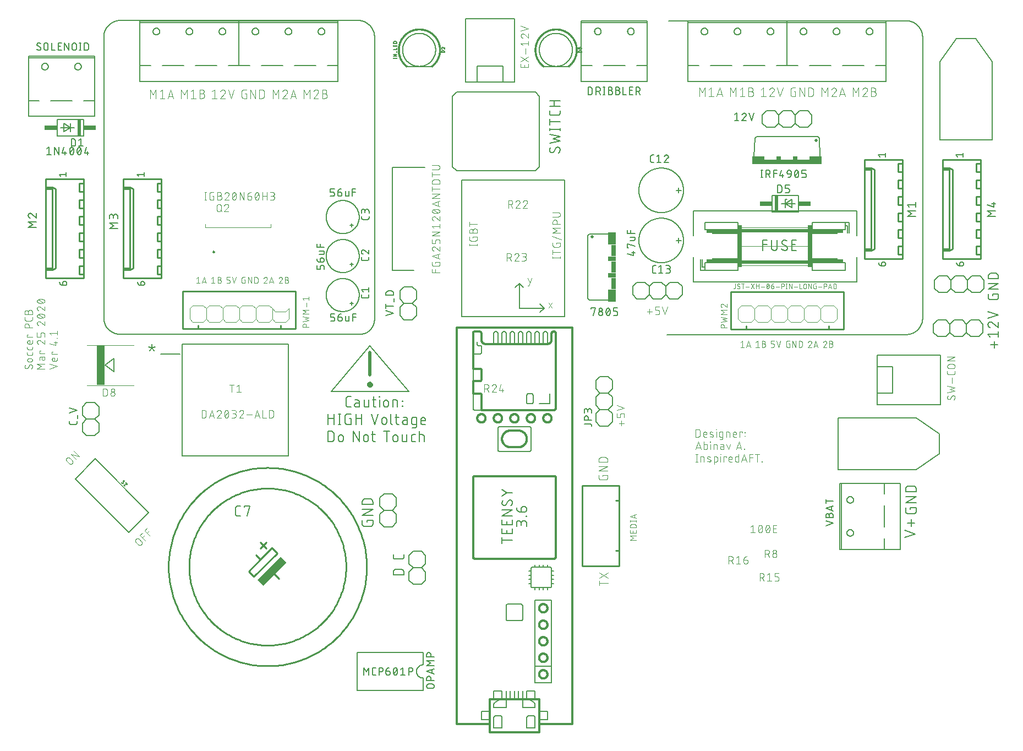
<source format=gbr>
G04 EAGLE Gerber RS-274X export*
G75*
%MOMM*%
%FSLAX34Y34*%
%LPD*%
%INSilkscreen Top*%
%IPPOS*%
%AMOC8*
5,1,8,0,0,1.08239X$1,22.5*%
G01*
%ADD10C,0.127000*%
%ADD11C,0.001000*%
%ADD12C,0.076200*%
%ADD13C,0.101600*%
%ADD14C,0.152400*%
%ADD15C,0.508000*%
%ADD16C,0.508000*%
%ADD17R,1.270000X1.905000*%
%ADD18R,0.762000X1.778000*%
%ADD19R,1.270000X0.762000*%
%ADD20C,0.254000*%
%ADD21R,1.270000X5.080000*%
%ADD22C,0.177800*%
%ADD23C,0.203200*%
%ADD24C,0.025400*%
%ADD25R,0.508000X2.540000*%
%ADD26R,1.905000X0.762000*%
%ADD27C,0.050800*%
%ADD28R,0.635000X1.143000*%
%ADD29R,0.635000X4.064000*%
%ADD30R,10.160000X0.508000*%
%ADD31R,3.937000X0.127000*%
%ADD32R,4.826000X0.508000*%
%ADD33C,0.200000*%
%ADD34R,10.668000X0.762000*%
%ADD35R,1.905000X0.508000*%
%ADD36R,0.762000X0.508000*%
%ADD37C,0.304800*%
%ADD38R,1.250000X6.200000*%
%ADD39C,0.100000*%
%ADD40C,0.200000*%


D10*
X664084Y657672D02*
X664636Y657679D01*
X665188Y657699D01*
X665740Y657732D01*
X666290Y657779D01*
X666839Y657839D01*
X667387Y657912D01*
X667933Y657998D01*
X668476Y658098D01*
X669017Y658211D01*
X669555Y658336D01*
X670089Y658475D01*
X670621Y658627D01*
X671148Y658791D01*
X671671Y658968D01*
X672190Y659158D01*
X672704Y659360D01*
X673213Y659574D01*
X673717Y659801D01*
X674215Y660040D01*
X674708Y660290D01*
X675194Y660553D01*
X675673Y660827D01*
X676146Y661113D01*
X676612Y661410D01*
X677070Y661719D01*
X677521Y662038D01*
X677964Y662368D01*
X678399Y662709D01*
X678825Y663060D01*
X679243Y663421D01*
X679652Y663792D01*
X680052Y664173D01*
X680443Y664564D01*
X680824Y664964D01*
X681195Y665373D01*
X681556Y665791D01*
X681907Y666217D01*
X682248Y666652D01*
X682578Y667095D01*
X682897Y667546D01*
X683206Y668004D01*
X683503Y668470D01*
X683789Y668943D01*
X684063Y669422D01*
X684326Y669908D01*
X684576Y670401D01*
X684815Y670899D01*
X685042Y671403D01*
X685256Y671912D01*
X685458Y672426D01*
X685648Y672945D01*
X685825Y673468D01*
X685989Y673995D01*
X686141Y674527D01*
X686280Y675061D01*
X686405Y675599D01*
X686518Y676140D01*
X686618Y676683D01*
X686704Y677229D01*
X686777Y677777D01*
X686837Y678326D01*
X686884Y678876D01*
X686917Y679428D01*
X686937Y679980D01*
X686944Y680532D01*
X295784Y657673D02*
X295170Y657680D01*
X294557Y657703D01*
X293944Y657740D01*
X293333Y657792D01*
X292722Y657858D01*
X292114Y657940D01*
X291508Y658036D01*
X290904Y658146D01*
X290303Y658271D01*
X289705Y658411D01*
X289111Y658565D01*
X288521Y658734D01*
X287935Y658916D01*
X287354Y659113D01*
X286777Y659324D01*
X286206Y659548D01*
X285640Y659786D01*
X285080Y660038D01*
X284527Y660304D01*
X283980Y660582D01*
X283440Y660874D01*
X282907Y661179D01*
X282382Y661497D01*
X281864Y661827D01*
X281355Y662169D01*
X280854Y662524D01*
X280362Y662891D01*
X279879Y663269D01*
X279405Y663659D01*
X278941Y664061D01*
X278486Y664473D01*
X278042Y664897D01*
X277608Y665331D01*
X277184Y665775D01*
X276772Y666230D01*
X276370Y666694D01*
X275980Y667168D01*
X275602Y667651D01*
X275235Y668143D01*
X274880Y668644D01*
X274538Y669153D01*
X274208Y669671D01*
X273890Y670196D01*
X273585Y670729D01*
X273293Y671269D01*
X273015Y671816D01*
X272749Y672369D01*
X272497Y672929D01*
X272259Y673495D01*
X272035Y674066D01*
X271824Y674643D01*
X271627Y675224D01*
X271445Y675810D01*
X271276Y676400D01*
X271122Y676994D01*
X270982Y677592D01*
X270857Y678193D01*
X270747Y678797D01*
X270651Y679403D01*
X270569Y680011D01*
X270503Y680622D01*
X270451Y681233D01*
X270414Y681846D01*
X270391Y682459D01*
X270384Y683073D01*
X270384Y1114873D02*
X270391Y1115487D01*
X270414Y1116100D01*
X270451Y1116713D01*
X270503Y1117324D01*
X270569Y1117935D01*
X270651Y1118543D01*
X270747Y1119149D01*
X270857Y1119753D01*
X270982Y1120354D01*
X271122Y1120952D01*
X271276Y1121546D01*
X271445Y1122136D01*
X271627Y1122722D01*
X271824Y1123303D01*
X272035Y1123880D01*
X272259Y1124451D01*
X272497Y1125017D01*
X272749Y1125577D01*
X273015Y1126130D01*
X273293Y1126677D01*
X273585Y1127217D01*
X273890Y1127750D01*
X274208Y1128275D01*
X274538Y1128793D01*
X274880Y1129302D01*
X275235Y1129803D01*
X275602Y1130295D01*
X275980Y1130778D01*
X276370Y1131252D01*
X276772Y1131716D01*
X277184Y1132171D01*
X277608Y1132615D01*
X278042Y1133049D01*
X278486Y1133473D01*
X278941Y1133885D01*
X279405Y1134287D01*
X279879Y1134677D01*
X280362Y1135055D01*
X280854Y1135422D01*
X281355Y1135777D01*
X281864Y1136119D01*
X282382Y1136449D01*
X282907Y1136767D01*
X283440Y1137072D01*
X283980Y1137364D01*
X284527Y1137642D01*
X285080Y1137908D01*
X285640Y1138160D01*
X286206Y1138398D01*
X286777Y1138622D01*
X287354Y1138833D01*
X287935Y1139030D01*
X288521Y1139212D01*
X289111Y1139381D01*
X289705Y1139535D01*
X290303Y1139675D01*
X290904Y1139800D01*
X291508Y1139910D01*
X292114Y1140006D01*
X292722Y1140088D01*
X293333Y1140154D01*
X293944Y1140206D01*
X294557Y1140243D01*
X295170Y1140266D01*
X295784Y1140273D01*
X661544Y1140272D02*
X662158Y1140265D01*
X662771Y1140242D01*
X663384Y1140205D01*
X663995Y1140153D01*
X664606Y1140087D01*
X665214Y1140005D01*
X665820Y1139909D01*
X666424Y1139799D01*
X667025Y1139674D01*
X667623Y1139534D01*
X668217Y1139380D01*
X668807Y1139211D01*
X669393Y1139029D01*
X669974Y1138832D01*
X670551Y1138621D01*
X671122Y1138397D01*
X671688Y1138159D01*
X672248Y1137907D01*
X672801Y1137641D01*
X673348Y1137363D01*
X673888Y1137071D01*
X674421Y1136766D01*
X674946Y1136448D01*
X675464Y1136118D01*
X675973Y1135776D01*
X676474Y1135421D01*
X676966Y1135054D01*
X677449Y1134676D01*
X677923Y1134286D01*
X678387Y1133884D01*
X678842Y1133472D01*
X679286Y1133048D01*
X679720Y1132614D01*
X680144Y1132170D01*
X680556Y1131715D01*
X680958Y1131251D01*
X681348Y1130777D01*
X681726Y1130294D01*
X682093Y1129802D01*
X682448Y1129301D01*
X682790Y1128792D01*
X683120Y1128274D01*
X683438Y1127749D01*
X683743Y1127216D01*
X684035Y1126676D01*
X684313Y1126129D01*
X684579Y1125576D01*
X684831Y1125016D01*
X685069Y1124450D01*
X685293Y1123879D01*
X685504Y1123302D01*
X685701Y1122721D01*
X685883Y1122135D01*
X686052Y1121545D01*
X686206Y1120951D01*
X686346Y1120353D01*
X686471Y1119752D01*
X686581Y1119148D01*
X686677Y1118542D01*
X686759Y1117934D01*
X686825Y1117323D01*
X686877Y1116712D01*
X686914Y1116099D01*
X686937Y1115486D01*
X686944Y1114872D01*
X1504841Y1139802D02*
X1505455Y1139795D01*
X1506068Y1139772D01*
X1506681Y1139735D01*
X1507292Y1139683D01*
X1507903Y1139617D01*
X1508511Y1139535D01*
X1509117Y1139439D01*
X1509721Y1139329D01*
X1510322Y1139204D01*
X1510920Y1139064D01*
X1511514Y1138910D01*
X1512104Y1138741D01*
X1512690Y1138559D01*
X1513271Y1138362D01*
X1513848Y1138151D01*
X1514419Y1137927D01*
X1514985Y1137689D01*
X1515545Y1137437D01*
X1516098Y1137171D01*
X1516645Y1136893D01*
X1517185Y1136601D01*
X1517718Y1136296D01*
X1518243Y1135978D01*
X1518761Y1135648D01*
X1519270Y1135306D01*
X1519771Y1134951D01*
X1520263Y1134584D01*
X1520746Y1134206D01*
X1521220Y1133816D01*
X1521684Y1133414D01*
X1522139Y1133002D01*
X1522583Y1132578D01*
X1523017Y1132144D01*
X1523441Y1131700D01*
X1523853Y1131245D01*
X1524255Y1130781D01*
X1524645Y1130307D01*
X1525023Y1129824D01*
X1525390Y1129332D01*
X1525745Y1128831D01*
X1526087Y1128322D01*
X1526417Y1127804D01*
X1526735Y1127279D01*
X1527040Y1126746D01*
X1527332Y1126206D01*
X1527610Y1125659D01*
X1527876Y1125106D01*
X1528128Y1124546D01*
X1528366Y1123980D01*
X1528590Y1123409D01*
X1528801Y1122832D01*
X1528998Y1122251D01*
X1529180Y1121665D01*
X1529349Y1121075D01*
X1529503Y1120481D01*
X1529643Y1119883D01*
X1529768Y1119282D01*
X1529878Y1118678D01*
X1529974Y1118072D01*
X1530056Y1117464D01*
X1530122Y1116853D01*
X1530174Y1116242D01*
X1530211Y1115629D01*
X1530234Y1115016D01*
X1530241Y1114402D01*
X1530241Y682602D02*
X1530234Y681988D01*
X1530211Y681375D01*
X1530174Y680762D01*
X1530122Y680151D01*
X1530056Y679540D01*
X1529974Y678932D01*
X1529878Y678326D01*
X1529768Y677722D01*
X1529643Y677121D01*
X1529503Y676523D01*
X1529349Y675929D01*
X1529180Y675339D01*
X1528998Y674753D01*
X1528801Y674172D01*
X1528590Y673595D01*
X1528366Y673024D01*
X1528128Y672458D01*
X1527876Y671898D01*
X1527610Y671345D01*
X1527332Y670798D01*
X1527040Y670258D01*
X1526735Y669725D01*
X1526417Y669200D01*
X1526087Y668682D01*
X1525745Y668173D01*
X1525390Y667672D01*
X1525023Y667180D01*
X1524645Y666697D01*
X1524255Y666223D01*
X1523853Y665759D01*
X1523441Y665304D01*
X1523017Y664860D01*
X1522583Y664426D01*
X1522139Y664002D01*
X1521684Y663590D01*
X1521220Y663188D01*
X1520746Y662798D01*
X1520263Y662420D01*
X1519771Y662053D01*
X1519270Y661698D01*
X1518761Y661356D01*
X1518243Y661026D01*
X1517718Y660708D01*
X1517185Y660403D01*
X1516645Y660111D01*
X1516098Y659833D01*
X1515545Y659567D01*
X1514985Y659315D01*
X1514419Y659077D01*
X1513848Y658853D01*
X1513271Y658642D01*
X1512690Y658445D01*
X1512104Y658263D01*
X1511514Y658094D01*
X1510920Y657940D01*
X1510322Y657800D01*
X1509721Y657675D01*
X1509117Y657565D01*
X1508511Y657469D01*
X1507903Y657387D01*
X1507292Y657321D01*
X1506681Y657269D01*
X1506068Y657232D01*
X1505455Y657209D01*
X1504841Y657202D01*
D11*
X448264Y676722D02*
X432864Y676722D01*
X448264Y676722D02*
X453264Y681722D01*
X432864Y676722D02*
X427864Y681722D01*
X422864Y702122D02*
X407464Y702122D01*
X427864Y681722D02*
X422864Y676722D01*
X407464Y676722D01*
X402464Y681722D01*
X402464Y697122D01*
X407464Y702122D01*
X422864Y702122D02*
X427864Y697122D01*
X427864Y681722D01*
X432864Y702122D02*
X448264Y702122D01*
X432864Y702122D02*
X427864Y697122D01*
X448264Y702122D02*
X453264Y697122D01*
X453264Y681722D01*
X458264Y676722D02*
X473664Y676722D01*
X478664Y681722D01*
X458264Y676722D02*
X453264Y681722D01*
X478664Y681722D02*
X478664Y697122D01*
X473664Y702122D02*
X458264Y702122D01*
X453264Y697122D01*
X473664Y702122D02*
X478664Y697122D01*
X483664Y702122D02*
X499064Y702122D01*
X483664Y702122D02*
X478664Y697122D01*
X499064Y702122D02*
X504064Y697122D01*
X504064Y681722D01*
X509064Y702122D02*
X524464Y702122D01*
X509064Y702122D02*
X504064Y697122D01*
X524464Y702122D02*
X529464Y697122D01*
X529464Y681722D01*
X499064Y676722D02*
X483664Y676722D01*
X499064Y676722D02*
X504064Y681722D01*
X483664Y676722D02*
X478664Y681722D01*
X509064Y676722D02*
X524464Y676722D01*
X529464Y681722D01*
X509064Y676722D02*
X504064Y681722D01*
X534464Y676722D02*
X549864Y676722D01*
X534464Y692122D02*
X529464Y697122D01*
X534464Y692122D02*
X549864Y692122D01*
X554864Y697122D01*
X554864Y681722D01*
X549864Y676722D01*
X534464Y676722D02*
X529464Y681722D01*
D10*
X686944Y680532D02*
X686944Y1114872D01*
X664084Y657672D02*
X295784Y657673D01*
X270384Y683073D02*
X270384Y1114873D01*
X295784Y1140273D02*
X661544Y1140272D01*
D11*
X1245761Y681252D02*
X1250761Y676252D01*
X1266161Y676252D01*
X1271161Y681252D01*
X1271161Y696652D02*
X1266161Y701652D01*
X1250761Y701652D01*
X1245761Y696652D01*
X1245761Y681252D01*
X1276161Y676252D02*
X1291561Y676252D01*
X1296561Y681252D01*
X1296561Y696652D02*
X1291561Y701652D01*
X1276161Y701652D01*
X1271161Y696652D01*
X1271161Y681252D01*
X1276161Y676252D01*
X1301561Y676252D02*
X1316961Y676252D01*
X1321961Y681252D01*
X1321961Y696652D02*
X1316961Y701652D01*
X1301561Y701652D01*
X1296561Y696652D01*
X1296561Y681252D01*
X1301561Y676252D01*
X1326961Y676252D02*
X1342361Y676252D01*
X1347361Y681252D01*
X1347361Y696652D02*
X1342361Y701652D01*
X1326961Y701652D01*
X1321961Y696652D01*
X1321961Y681252D01*
X1326961Y676252D01*
X1352361Y676252D02*
X1367761Y676252D01*
X1372761Y681252D01*
X1372761Y696652D02*
X1367761Y701652D01*
X1352361Y701652D01*
X1347361Y696652D01*
X1347361Y681252D01*
X1352361Y676252D01*
X1398161Y681252D02*
X1398161Y696652D01*
X1393161Y701652D01*
X1377761Y701652D01*
X1372761Y696652D01*
X1372761Y681252D01*
X1377761Y676252D01*
X1393161Y676252D01*
X1398161Y681252D01*
D10*
X1530241Y682602D02*
X1530241Y1114402D01*
X1504841Y1139802D02*
X1139081Y1139802D01*
X1136541Y657202D02*
X1504841Y657202D01*
D12*
X415472Y745489D02*
X412861Y743401D01*
X415472Y745489D02*
X415472Y736091D01*
X418082Y736091D02*
X412861Y736091D01*
X421483Y736091D02*
X424616Y745489D01*
X427748Y736091D01*
X426965Y738441D02*
X422266Y738441D01*
X436026Y743401D02*
X438636Y745489D01*
X438636Y736091D01*
X436026Y736091D02*
X441247Y736091D01*
X445606Y741312D02*
X448216Y741312D01*
X448216Y741313D02*
X448317Y741311D01*
X448418Y741305D01*
X448519Y741295D01*
X448619Y741282D01*
X448719Y741264D01*
X448818Y741243D01*
X448916Y741217D01*
X449013Y741188D01*
X449109Y741156D01*
X449203Y741119D01*
X449296Y741079D01*
X449388Y741035D01*
X449477Y740988D01*
X449565Y740937D01*
X449651Y740883D01*
X449734Y740826D01*
X449816Y740766D01*
X449894Y740702D01*
X449971Y740636D01*
X450044Y740566D01*
X450115Y740494D01*
X450183Y740419D01*
X450248Y740341D01*
X450310Y740261D01*
X450369Y740179D01*
X450425Y740094D01*
X450477Y740008D01*
X450526Y739919D01*
X450572Y739828D01*
X450613Y739736D01*
X450652Y739642D01*
X450686Y739547D01*
X450717Y739451D01*
X450744Y739353D01*
X450768Y739255D01*
X450787Y739155D01*
X450803Y739055D01*
X450815Y738955D01*
X450823Y738854D01*
X450827Y738753D01*
X450827Y738651D01*
X450823Y738550D01*
X450815Y738449D01*
X450803Y738349D01*
X450787Y738249D01*
X450768Y738149D01*
X450744Y738051D01*
X450717Y737953D01*
X450686Y737857D01*
X450652Y737762D01*
X450613Y737668D01*
X450572Y737576D01*
X450526Y737485D01*
X450477Y737397D01*
X450425Y737310D01*
X450369Y737225D01*
X450310Y737143D01*
X450248Y737063D01*
X450183Y736985D01*
X450115Y736910D01*
X450044Y736838D01*
X449971Y736768D01*
X449894Y736702D01*
X449816Y736638D01*
X449734Y736578D01*
X449651Y736521D01*
X449565Y736467D01*
X449477Y736416D01*
X449388Y736369D01*
X449296Y736325D01*
X449203Y736285D01*
X449109Y736248D01*
X449013Y736216D01*
X448916Y736187D01*
X448818Y736161D01*
X448719Y736140D01*
X448619Y736122D01*
X448519Y736109D01*
X448418Y736099D01*
X448317Y736093D01*
X448216Y736091D01*
X445606Y736091D01*
X445606Y745489D01*
X448216Y745489D01*
X448306Y745487D01*
X448395Y745481D01*
X448485Y745472D01*
X448574Y745458D01*
X448662Y745441D01*
X448749Y745420D01*
X448836Y745395D01*
X448921Y745366D01*
X449005Y745334D01*
X449087Y745299D01*
X449168Y745259D01*
X449247Y745217D01*
X449324Y745171D01*
X449399Y745121D01*
X449472Y745069D01*
X449543Y745013D01*
X449611Y744955D01*
X449676Y744893D01*
X449739Y744829D01*
X449799Y744762D01*
X449856Y744693D01*
X449910Y744621D01*
X449961Y744547D01*
X450009Y744471D01*
X450053Y744393D01*
X450094Y744313D01*
X450132Y744231D01*
X450166Y744148D01*
X450196Y744063D01*
X450223Y743977D01*
X450246Y743891D01*
X450265Y743803D01*
X450280Y743714D01*
X450292Y743625D01*
X450300Y743536D01*
X450304Y743446D01*
X450304Y743356D01*
X450300Y743266D01*
X450292Y743177D01*
X450280Y743088D01*
X450265Y742999D01*
X450246Y742911D01*
X450223Y742825D01*
X450196Y742739D01*
X450166Y742654D01*
X450132Y742571D01*
X450094Y742489D01*
X450053Y742409D01*
X450009Y742331D01*
X449961Y742255D01*
X449910Y742181D01*
X449856Y742109D01*
X449799Y742040D01*
X449739Y741973D01*
X449676Y741909D01*
X449611Y741847D01*
X449543Y741789D01*
X449472Y741733D01*
X449399Y741681D01*
X449324Y741631D01*
X449247Y741585D01*
X449168Y741543D01*
X449087Y741503D01*
X449005Y741468D01*
X448921Y741436D01*
X448836Y741407D01*
X448749Y741382D01*
X448662Y741361D01*
X448574Y741344D01*
X448485Y741330D01*
X448395Y741321D01*
X448306Y741315D01*
X448216Y741313D01*
X459190Y736091D02*
X462323Y736091D01*
X462412Y736093D01*
X462500Y736099D01*
X462588Y736108D01*
X462676Y736121D01*
X462763Y736138D01*
X462849Y736158D01*
X462934Y736183D01*
X463019Y736210D01*
X463102Y736242D01*
X463183Y736276D01*
X463263Y736315D01*
X463341Y736356D01*
X463418Y736401D01*
X463492Y736449D01*
X463565Y736500D01*
X463635Y736554D01*
X463702Y736612D01*
X463768Y736672D01*
X463830Y736734D01*
X463890Y736800D01*
X463948Y736867D01*
X464002Y736937D01*
X464053Y737010D01*
X464101Y737084D01*
X464146Y737161D01*
X464187Y737239D01*
X464226Y737319D01*
X464260Y737400D01*
X464292Y737483D01*
X464319Y737568D01*
X464344Y737653D01*
X464364Y737739D01*
X464381Y737826D01*
X464394Y737914D01*
X464403Y738002D01*
X464409Y738090D01*
X464411Y738179D01*
X464411Y739224D01*
X464409Y739313D01*
X464403Y739401D01*
X464394Y739489D01*
X464381Y739577D01*
X464364Y739664D01*
X464344Y739750D01*
X464319Y739835D01*
X464292Y739920D01*
X464260Y740003D01*
X464226Y740084D01*
X464187Y740164D01*
X464146Y740242D01*
X464101Y740319D01*
X464053Y740393D01*
X464002Y740466D01*
X463948Y740536D01*
X463890Y740603D01*
X463830Y740669D01*
X463768Y740731D01*
X463702Y740791D01*
X463635Y740849D01*
X463565Y740903D01*
X463492Y740954D01*
X463418Y741002D01*
X463341Y741047D01*
X463263Y741088D01*
X463183Y741127D01*
X463102Y741161D01*
X463019Y741193D01*
X462934Y741220D01*
X462849Y741245D01*
X462763Y741265D01*
X462676Y741282D01*
X462588Y741295D01*
X462500Y741304D01*
X462412Y741310D01*
X462323Y741312D01*
X459190Y741312D01*
X459190Y745489D01*
X464411Y745489D01*
X467812Y745489D02*
X470945Y736091D01*
X474078Y745489D01*
X486315Y741312D02*
X487881Y741312D01*
X487881Y736091D01*
X484748Y736091D01*
X484659Y736093D01*
X484571Y736099D01*
X484483Y736108D01*
X484395Y736121D01*
X484308Y736138D01*
X484222Y736158D01*
X484137Y736183D01*
X484052Y736210D01*
X483969Y736242D01*
X483888Y736276D01*
X483808Y736315D01*
X483730Y736356D01*
X483653Y736401D01*
X483579Y736449D01*
X483506Y736500D01*
X483436Y736554D01*
X483369Y736612D01*
X483303Y736672D01*
X483241Y736734D01*
X483181Y736800D01*
X483123Y736867D01*
X483069Y736937D01*
X483018Y737010D01*
X482970Y737084D01*
X482925Y737161D01*
X482884Y737239D01*
X482845Y737319D01*
X482811Y737400D01*
X482779Y737483D01*
X482752Y737568D01*
X482727Y737653D01*
X482707Y737739D01*
X482690Y737826D01*
X482677Y737914D01*
X482668Y738002D01*
X482662Y738090D01*
X482660Y738179D01*
X482660Y743401D01*
X482662Y743492D01*
X482668Y743583D01*
X482678Y743674D01*
X482692Y743764D01*
X482709Y743853D01*
X482731Y743941D01*
X482757Y744029D01*
X482786Y744115D01*
X482819Y744200D01*
X482856Y744283D01*
X482896Y744365D01*
X482940Y744445D01*
X482987Y744523D01*
X483038Y744599D01*
X483091Y744672D01*
X483148Y744743D01*
X483209Y744812D01*
X483272Y744877D01*
X483337Y744940D01*
X483406Y745000D01*
X483477Y745058D01*
X483550Y745111D01*
X483626Y745162D01*
X483704Y745209D01*
X483784Y745253D01*
X483866Y745293D01*
X483949Y745330D01*
X484034Y745363D01*
X484120Y745392D01*
X484208Y745418D01*
X484296Y745440D01*
X484385Y745457D01*
X484475Y745471D01*
X484566Y745481D01*
X484657Y745487D01*
X484748Y745489D01*
X487881Y745489D01*
X492413Y745489D02*
X492413Y736091D01*
X497635Y736091D02*
X492413Y745489D01*
X497635Y745489D02*
X497635Y736091D01*
X502167Y736091D02*
X502167Y745489D01*
X504778Y745489D01*
X504878Y745487D01*
X504978Y745481D01*
X505077Y745472D01*
X505177Y745458D01*
X505275Y745441D01*
X505373Y745420D01*
X505470Y745396D01*
X505566Y745367D01*
X505661Y745335D01*
X505754Y745300D01*
X505846Y745261D01*
X505937Y745218D01*
X506025Y745172D01*
X506112Y745122D01*
X506197Y745070D01*
X506280Y745014D01*
X506361Y744955D01*
X506439Y744892D01*
X506515Y744827D01*
X506589Y744759D01*
X506659Y744689D01*
X506727Y744615D01*
X506792Y744539D01*
X506855Y744461D01*
X506914Y744380D01*
X506970Y744297D01*
X507022Y744212D01*
X507072Y744125D01*
X507118Y744037D01*
X507161Y743946D01*
X507200Y743854D01*
X507235Y743761D01*
X507267Y743666D01*
X507296Y743570D01*
X507320Y743473D01*
X507341Y743375D01*
X507358Y743277D01*
X507372Y743177D01*
X507381Y743078D01*
X507387Y742978D01*
X507389Y742878D01*
X507388Y742878D02*
X507388Y738702D01*
X507389Y738702D02*
X507387Y738602D01*
X507381Y738502D01*
X507372Y738403D01*
X507358Y738303D01*
X507341Y738205D01*
X507320Y738107D01*
X507296Y738010D01*
X507267Y737914D01*
X507235Y737819D01*
X507200Y737726D01*
X507161Y737634D01*
X507118Y737543D01*
X507072Y737455D01*
X507022Y737368D01*
X506970Y737283D01*
X506914Y737200D01*
X506855Y737119D01*
X506792Y737041D01*
X506727Y736965D01*
X506659Y736891D01*
X506589Y736821D01*
X506515Y736753D01*
X506439Y736688D01*
X506361Y736625D01*
X506280Y736566D01*
X506197Y736510D01*
X506112Y736458D01*
X506025Y736408D01*
X505937Y736362D01*
X505846Y736319D01*
X505754Y736280D01*
X505661Y736245D01*
X505566Y736213D01*
X505470Y736184D01*
X505373Y736160D01*
X505275Y736139D01*
X505177Y736122D01*
X505077Y736108D01*
X504978Y736099D01*
X504878Y736093D01*
X504778Y736091D01*
X502167Y736091D01*
X519364Y745490D02*
X519459Y745488D01*
X519553Y745482D01*
X519647Y745473D01*
X519741Y745460D01*
X519834Y745443D01*
X519926Y745422D01*
X520018Y745397D01*
X520108Y745369D01*
X520197Y745337D01*
X520285Y745302D01*
X520371Y745263D01*
X520456Y745221D01*
X520539Y745175D01*
X520620Y745126D01*
X520699Y745074D01*
X520776Y745019D01*
X520850Y744960D01*
X520922Y744899D01*
X520992Y744835D01*
X521059Y744768D01*
X521123Y744698D01*
X521184Y744626D01*
X521243Y744552D01*
X521298Y744475D01*
X521350Y744396D01*
X521399Y744315D01*
X521445Y744232D01*
X521487Y744147D01*
X521526Y744061D01*
X521561Y743973D01*
X521593Y743884D01*
X521621Y743794D01*
X521646Y743702D01*
X521667Y743610D01*
X521684Y743517D01*
X521697Y743423D01*
X521706Y743329D01*
X521712Y743235D01*
X521714Y743140D01*
X519364Y745489D02*
X519256Y745487D01*
X519147Y745481D01*
X519039Y745471D01*
X518932Y745458D01*
X518825Y745440D01*
X518718Y745419D01*
X518613Y745394D01*
X518508Y745365D01*
X518405Y745333D01*
X518303Y745296D01*
X518202Y745256D01*
X518103Y745213D01*
X518005Y745166D01*
X517909Y745115D01*
X517815Y745061D01*
X517723Y745004D01*
X517633Y744943D01*
X517545Y744879D01*
X517460Y744813D01*
X517377Y744743D01*
X517297Y744670D01*
X517219Y744594D01*
X517144Y744516D01*
X517072Y744435D01*
X517003Y744351D01*
X516937Y744265D01*
X516874Y744177D01*
X516815Y744086D01*
X516758Y743994D01*
X516705Y743899D01*
X516656Y743803D01*
X516610Y743704D01*
X516567Y743605D01*
X516528Y743503D01*
X516493Y743401D01*
X520931Y741312D02*
X521000Y741381D01*
X521066Y741452D01*
X521130Y741525D01*
X521191Y741601D01*
X521249Y741680D01*
X521303Y741760D01*
X521355Y741843D01*
X521403Y741927D01*
X521449Y742013D01*
X521490Y742101D01*
X521529Y742191D01*
X521564Y742282D01*
X521595Y742374D01*
X521623Y742467D01*
X521647Y742561D01*
X521667Y742656D01*
X521684Y742752D01*
X521697Y742849D01*
X521706Y742946D01*
X521712Y743043D01*
X521714Y743140D01*
X520930Y741312D02*
X516493Y736091D01*
X521714Y736091D01*
X525114Y736091D02*
X528247Y745489D01*
X531380Y736091D01*
X530597Y738441D02*
X525898Y738441D01*
X542529Y745490D02*
X542624Y745488D01*
X542718Y745482D01*
X542812Y745473D01*
X542906Y745460D01*
X542999Y745443D01*
X543091Y745422D01*
X543183Y745397D01*
X543273Y745369D01*
X543362Y745337D01*
X543450Y745302D01*
X543536Y745263D01*
X543621Y745221D01*
X543704Y745175D01*
X543785Y745126D01*
X543864Y745074D01*
X543941Y745019D01*
X544015Y744960D01*
X544087Y744899D01*
X544157Y744835D01*
X544224Y744768D01*
X544288Y744698D01*
X544349Y744626D01*
X544408Y744552D01*
X544463Y744475D01*
X544515Y744396D01*
X544564Y744315D01*
X544610Y744232D01*
X544652Y744147D01*
X544691Y744061D01*
X544726Y743973D01*
X544758Y743884D01*
X544786Y743794D01*
X544811Y743702D01*
X544832Y743610D01*
X544849Y743517D01*
X544862Y743423D01*
X544871Y743329D01*
X544877Y743235D01*
X544879Y743140D01*
X542529Y745489D02*
X542421Y745487D01*
X542312Y745481D01*
X542204Y745471D01*
X542097Y745458D01*
X541990Y745440D01*
X541883Y745419D01*
X541778Y745394D01*
X541673Y745365D01*
X541570Y745333D01*
X541468Y745296D01*
X541367Y745256D01*
X541268Y745213D01*
X541170Y745166D01*
X541074Y745115D01*
X540980Y745061D01*
X540888Y745004D01*
X540798Y744943D01*
X540710Y744879D01*
X540625Y744813D01*
X540542Y744743D01*
X540462Y744670D01*
X540384Y744594D01*
X540309Y744516D01*
X540237Y744435D01*
X540168Y744351D01*
X540102Y744265D01*
X540039Y744177D01*
X539980Y744086D01*
X539923Y743994D01*
X539870Y743899D01*
X539821Y743803D01*
X539775Y743704D01*
X539732Y743605D01*
X539693Y743503D01*
X539658Y743401D01*
X544096Y741312D02*
X544165Y741381D01*
X544231Y741452D01*
X544295Y741525D01*
X544356Y741601D01*
X544414Y741680D01*
X544468Y741760D01*
X544520Y741843D01*
X544568Y741927D01*
X544614Y742013D01*
X544655Y742101D01*
X544694Y742191D01*
X544729Y742282D01*
X544760Y742374D01*
X544788Y742467D01*
X544812Y742561D01*
X544832Y742656D01*
X544849Y742752D01*
X544862Y742849D01*
X544871Y742946D01*
X544877Y743043D01*
X544879Y743140D01*
X544095Y741312D02*
X539657Y736091D01*
X544878Y736091D01*
X549237Y741312D02*
X551848Y741312D01*
X551848Y741313D02*
X551949Y741311D01*
X552050Y741305D01*
X552151Y741295D01*
X552251Y741282D01*
X552351Y741264D01*
X552450Y741243D01*
X552548Y741217D01*
X552645Y741188D01*
X552741Y741156D01*
X552835Y741119D01*
X552928Y741079D01*
X553020Y741035D01*
X553109Y740988D01*
X553197Y740937D01*
X553283Y740883D01*
X553366Y740826D01*
X553448Y740766D01*
X553526Y740702D01*
X553603Y740636D01*
X553676Y740566D01*
X553747Y740494D01*
X553815Y740419D01*
X553880Y740341D01*
X553942Y740261D01*
X554001Y740179D01*
X554057Y740094D01*
X554109Y740008D01*
X554158Y739919D01*
X554204Y739828D01*
X554245Y739736D01*
X554284Y739642D01*
X554318Y739547D01*
X554349Y739451D01*
X554376Y739353D01*
X554400Y739255D01*
X554419Y739155D01*
X554435Y739055D01*
X554447Y738955D01*
X554455Y738854D01*
X554459Y738753D01*
X554459Y738651D01*
X554455Y738550D01*
X554447Y738449D01*
X554435Y738349D01*
X554419Y738249D01*
X554400Y738149D01*
X554376Y738051D01*
X554349Y737953D01*
X554318Y737857D01*
X554284Y737762D01*
X554245Y737668D01*
X554204Y737576D01*
X554158Y737485D01*
X554109Y737397D01*
X554057Y737310D01*
X554001Y737225D01*
X553942Y737143D01*
X553880Y737063D01*
X553815Y736985D01*
X553747Y736910D01*
X553676Y736838D01*
X553603Y736768D01*
X553526Y736702D01*
X553448Y736638D01*
X553366Y736578D01*
X553283Y736521D01*
X553197Y736467D01*
X553109Y736416D01*
X553020Y736369D01*
X552928Y736325D01*
X552835Y736285D01*
X552741Y736248D01*
X552645Y736216D01*
X552548Y736187D01*
X552450Y736161D01*
X552351Y736140D01*
X552251Y736122D01*
X552151Y736109D01*
X552050Y736099D01*
X551949Y736093D01*
X551848Y736091D01*
X549237Y736091D01*
X549237Y745489D01*
X551848Y745489D01*
X551938Y745487D01*
X552027Y745481D01*
X552117Y745472D01*
X552206Y745458D01*
X552294Y745441D01*
X552381Y745420D01*
X552468Y745395D01*
X552553Y745366D01*
X552637Y745334D01*
X552719Y745299D01*
X552800Y745259D01*
X552879Y745217D01*
X552956Y745171D01*
X553031Y745121D01*
X553104Y745069D01*
X553175Y745013D01*
X553243Y744955D01*
X553308Y744893D01*
X553371Y744829D01*
X553431Y744762D01*
X553488Y744693D01*
X553542Y744621D01*
X553593Y744547D01*
X553641Y744471D01*
X553685Y744393D01*
X553726Y744313D01*
X553764Y744231D01*
X553798Y744148D01*
X553828Y744063D01*
X553855Y743977D01*
X553878Y743891D01*
X553897Y743803D01*
X553912Y743714D01*
X553924Y743625D01*
X553932Y743536D01*
X553936Y743446D01*
X553936Y743356D01*
X553932Y743266D01*
X553924Y743177D01*
X553912Y743088D01*
X553897Y742999D01*
X553878Y742911D01*
X553855Y742825D01*
X553828Y742739D01*
X553798Y742654D01*
X553764Y742571D01*
X553726Y742489D01*
X553685Y742409D01*
X553641Y742331D01*
X553593Y742255D01*
X553542Y742181D01*
X553488Y742109D01*
X553431Y742040D01*
X553371Y741973D01*
X553308Y741909D01*
X553243Y741847D01*
X553175Y741789D01*
X553104Y741733D01*
X553031Y741681D01*
X552956Y741631D01*
X552879Y741585D01*
X552800Y741543D01*
X552719Y741503D01*
X552637Y741468D01*
X552553Y741436D01*
X552468Y741407D01*
X552381Y741382D01*
X552294Y741361D01*
X552206Y741344D01*
X552117Y741330D01*
X552027Y741321D01*
X551938Y741315D01*
X551848Y741313D01*
X1250381Y645111D02*
X1252992Y647199D01*
X1252992Y637801D01*
X1255602Y637801D02*
X1250381Y637801D01*
X1259003Y637801D02*
X1262136Y647199D01*
X1265268Y637801D01*
X1264485Y640151D02*
X1259786Y640151D01*
X1273546Y645111D02*
X1276156Y647199D01*
X1276156Y637801D01*
X1273546Y637801D02*
X1278767Y637801D01*
X1283126Y643022D02*
X1285736Y643022D01*
X1285736Y643023D02*
X1285837Y643021D01*
X1285938Y643015D01*
X1286039Y643005D01*
X1286139Y642992D01*
X1286239Y642974D01*
X1286338Y642953D01*
X1286436Y642927D01*
X1286533Y642898D01*
X1286629Y642866D01*
X1286723Y642829D01*
X1286816Y642789D01*
X1286908Y642745D01*
X1286997Y642698D01*
X1287085Y642647D01*
X1287171Y642593D01*
X1287254Y642536D01*
X1287336Y642476D01*
X1287414Y642412D01*
X1287491Y642346D01*
X1287564Y642276D01*
X1287635Y642204D01*
X1287703Y642129D01*
X1287768Y642051D01*
X1287830Y641971D01*
X1287889Y641889D01*
X1287945Y641804D01*
X1287997Y641718D01*
X1288046Y641629D01*
X1288092Y641538D01*
X1288133Y641446D01*
X1288172Y641352D01*
X1288206Y641257D01*
X1288237Y641161D01*
X1288264Y641063D01*
X1288288Y640965D01*
X1288307Y640865D01*
X1288323Y640765D01*
X1288335Y640665D01*
X1288343Y640564D01*
X1288347Y640463D01*
X1288347Y640361D01*
X1288343Y640260D01*
X1288335Y640159D01*
X1288323Y640059D01*
X1288307Y639959D01*
X1288288Y639859D01*
X1288264Y639761D01*
X1288237Y639663D01*
X1288206Y639567D01*
X1288172Y639472D01*
X1288133Y639378D01*
X1288092Y639286D01*
X1288046Y639195D01*
X1287997Y639107D01*
X1287945Y639020D01*
X1287889Y638935D01*
X1287830Y638853D01*
X1287768Y638773D01*
X1287703Y638695D01*
X1287635Y638620D01*
X1287564Y638548D01*
X1287491Y638478D01*
X1287414Y638412D01*
X1287336Y638348D01*
X1287254Y638288D01*
X1287171Y638231D01*
X1287085Y638177D01*
X1286997Y638126D01*
X1286908Y638079D01*
X1286816Y638035D01*
X1286723Y637995D01*
X1286629Y637958D01*
X1286533Y637926D01*
X1286436Y637897D01*
X1286338Y637871D01*
X1286239Y637850D01*
X1286139Y637832D01*
X1286039Y637819D01*
X1285938Y637809D01*
X1285837Y637803D01*
X1285736Y637801D01*
X1283126Y637801D01*
X1283126Y647199D01*
X1285736Y647199D01*
X1285826Y647197D01*
X1285915Y647191D01*
X1286005Y647182D01*
X1286094Y647168D01*
X1286182Y647151D01*
X1286269Y647130D01*
X1286356Y647105D01*
X1286441Y647076D01*
X1286525Y647044D01*
X1286607Y647009D01*
X1286688Y646969D01*
X1286767Y646927D01*
X1286844Y646881D01*
X1286919Y646831D01*
X1286992Y646779D01*
X1287063Y646723D01*
X1287131Y646665D01*
X1287196Y646603D01*
X1287259Y646539D01*
X1287319Y646472D01*
X1287376Y646403D01*
X1287430Y646331D01*
X1287481Y646257D01*
X1287529Y646181D01*
X1287573Y646103D01*
X1287614Y646023D01*
X1287652Y645941D01*
X1287686Y645858D01*
X1287716Y645773D01*
X1287743Y645687D01*
X1287766Y645601D01*
X1287785Y645513D01*
X1287800Y645424D01*
X1287812Y645335D01*
X1287820Y645246D01*
X1287824Y645156D01*
X1287824Y645066D01*
X1287820Y644976D01*
X1287812Y644887D01*
X1287800Y644798D01*
X1287785Y644709D01*
X1287766Y644621D01*
X1287743Y644535D01*
X1287716Y644449D01*
X1287686Y644364D01*
X1287652Y644281D01*
X1287614Y644199D01*
X1287573Y644119D01*
X1287529Y644041D01*
X1287481Y643965D01*
X1287430Y643891D01*
X1287376Y643819D01*
X1287319Y643750D01*
X1287259Y643683D01*
X1287196Y643619D01*
X1287131Y643557D01*
X1287063Y643499D01*
X1286992Y643443D01*
X1286919Y643391D01*
X1286844Y643341D01*
X1286767Y643295D01*
X1286688Y643253D01*
X1286607Y643213D01*
X1286525Y643178D01*
X1286441Y643146D01*
X1286356Y643117D01*
X1286269Y643092D01*
X1286182Y643071D01*
X1286094Y643054D01*
X1286005Y643040D01*
X1285915Y643031D01*
X1285826Y643025D01*
X1285736Y643023D01*
X1296710Y637801D02*
X1299843Y637801D01*
X1299932Y637803D01*
X1300020Y637809D01*
X1300108Y637818D01*
X1300196Y637831D01*
X1300283Y637848D01*
X1300369Y637868D01*
X1300454Y637893D01*
X1300539Y637920D01*
X1300622Y637952D01*
X1300703Y637986D01*
X1300783Y638025D01*
X1300861Y638066D01*
X1300938Y638111D01*
X1301012Y638159D01*
X1301085Y638210D01*
X1301155Y638264D01*
X1301222Y638322D01*
X1301288Y638382D01*
X1301350Y638444D01*
X1301410Y638510D01*
X1301468Y638577D01*
X1301522Y638647D01*
X1301573Y638720D01*
X1301621Y638794D01*
X1301666Y638871D01*
X1301707Y638949D01*
X1301746Y639029D01*
X1301780Y639110D01*
X1301812Y639193D01*
X1301839Y639278D01*
X1301864Y639363D01*
X1301884Y639449D01*
X1301901Y639536D01*
X1301914Y639624D01*
X1301923Y639712D01*
X1301929Y639800D01*
X1301931Y639889D01*
X1301931Y640934D01*
X1301929Y641023D01*
X1301923Y641111D01*
X1301914Y641199D01*
X1301901Y641287D01*
X1301884Y641374D01*
X1301864Y641460D01*
X1301839Y641545D01*
X1301812Y641630D01*
X1301780Y641713D01*
X1301746Y641794D01*
X1301707Y641874D01*
X1301666Y641952D01*
X1301621Y642029D01*
X1301573Y642103D01*
X1301522Y642176D01*
X1301468Y642246D01*
X1301410Y642313D01*
X1301350Y642379D01*
X1301288Y642441D01*
X1301222Y642501D01*
X1301155Y642559D01*
X1301085Y642613D01*
X1301012Y642664D01*
X1300938Y642712D01*
X1300861Y642757D01*
X1300783Y642798D01*
X1300703Y642837D01*
X1300622Y642871D01*
X1300539Y642903D01*
X1300454Y642930D01*
X1300369Y642955D01*
X1300283Y642975D01*
X1300196Y642992D01*
X1300108Y643005D01*
X1300020Y643014D01*
X1299932Y643020D01*
X1299843Y643022D01*
X1296710Y643022D01*
X1296710Y647199D01*
X1301931Y647199D01*
X1305332Y647199D02*
X1308465Y637801D01*
X1311598Y647199D01*
X1323835Y643022D02*
X1325401Y643022D01*
X1325401Y637801D01*
X1322268Y637801D01*
X1322179Y637803D01*
X1322091Y637809D01*
X1322003Y637818D01*
X1321915Y637831D01*
X1321828Y637848D01*
X1321742Y637868D01*
X1321657Y637893D01*
X1321572Y637920D01*
X1321489Y637952D01*
X1321408Y637986D01*
X1321328Y638025D01*
X1321250Y638066D01*
X1321173Y638111D01*
X1321099Y638159D01*
X1321026Y638210D01*
X1320956Y638264D01*
X1320889Y638322D01*
X1320823Y638382D01*
X1320761Y638444D01*
X1320701Y638510D01*
X1320643Y638577D01*
X1320589Y638647D01*
X1320538Y638720D01*
X1320490Y638794D01*
X1320445Y638871D01*
X1320404Y638949D01*
X1320365Y639029D01*
X1320331Y639110D01*
X1320299Y639193D01*
X1320272Y639278D01*
X1320247Y639363D01*
X1320227Y639449D01*
X1320210Y639536D01*
X1320197Y639624D01*
X1320188Y639712D01*
X1320182Y639800D01*
X1320180Y639889D01*
X1320180Y645111D01*
X1320182Y645202D01*
X1320188Y645293D01*
X1320198Y645384D01*
X1320212Y645474D01*
X1320229Y645563D01*
X1320251Y645651D01*
X1320277Y645739D01*
X1320306Y645825D01*
X1320339Y645910D01*
X1320376Y645993D01*
X1320416Y646075D01*
X1320460Y646155D01*
X1320507Y646233D01*
X1320558Y646309D01*
X1320611Y646382D01*
X1320668Y646453D01*
X1320729Y646522D01*
X1320792Y646587D01*
X1320857Y646650D01*
X1320926Y646710D01*
X1320997Y646768D01*
X1321070Y646821D01*
X1321146Y646872D01*
X1321224Y646919D01*
X1321304Y646963D01*
X1321386Y647003D01*
X1321469Y647040D01*
X1321554Y647073D01*
X1321640Y647102D01*
X1321728Y647128D01*
X1321816Y647150D01*
X1321905Y647167D01*
X1321995Y647181D01*
X1322086Y647191D01*
X1322177Y647197D01*
X1322268Y647199D01*
X1325401Y647199D01*
X1329933Y647199D02*
X1329933Y637801D01*
X1335155Y637801D02*
X1329933Y647199D01*
X1335155Y647199D02*
X1335155Y637801D01*
X1339687Y637801D02*
X1339687Y647199D01*
X1342298Y647199D01*
X1342398Y647197D01*
X1342498Y647191D01*
X1342597Y647182D01*
X1342697Y647168D01*
X1342795Y647151D01*
X1342893Y647130D01*
X1342990Y647106D01*
X1343086Y647077D01*
X1343181Y647045D01*
X1343274Y647010D01*
X1343366Y646971D01*
X1343457Y646928D01*
X1343545Y646882D01*
X1343632Y646832D01*
X1343717Y646780D01*
X1343800Y646724D01*
X1343881Y646665D01*
X1343959Y646602D01*
X1344035Y646537D01*
X1344109Y646469D01*
X1344179Y646399D01*
X1344247Y646325D01*
X1344312Y646249D01*
X1344375Y646171D01*
X1344434Y646090D01*
X1344490Y646007D01*
X1344542Y645922D01*
X1344592Y645835D01*
X1344638Y645747D01*
X1344681Y645656D01*
X1344720Y645564D01*
X1344755Y645471D01*
X1344787Y645376D01*
X1344816Y645280D01*
X1344840Y645183D01*
X1344861Y645085D01*
X1344878Y644987D01*
X1344892Y644887D01*
X1344901Y644788D01*
X1344907Y644688D01*
X1344909Y644588D01*
X1344908Y644588D02*
X1344908Y640412D01*
X1344909Y640412D02*
X1344907Y640312D01*
X1344901Y640212D01*
X1344892Y640113D01*
X1344878Y640013D01*
X1344861Y639915D01*
X1344840Y639817D01*
X1344816Y639720D01*
X1344787Y639624D01*
X1344755Y639529D01*
X1344720Y639436D01*
X1344681Y639344D01*
X1344638Y639253D01*
X1344592Y639165D01*
X1344542Y639078D01*
X1344490Y638993D01*
X1344434Y638910D01*
X1344375Y638829D01*
X1344312Y638751D01*
X1344247Y638675D01*
X1344179Y638601D01*
X1344109Y638531D01*
X1344035Y638463D01*
X1343959Y638398D01*
X1343881Y638335D01*
X1343800Y638276D01*
X1343717Y638220D01*
X1343632Y638168D01*
X1343545Y638118D01*
X1343457Y638072D01*
X1343366Y638029D01*
X1343274Y637990D01*
X1343181Y637955D01*
X1343086Y637923D01*
X1342990Y637894D01*
X1342893Y637870D01*
X1342795Y637849D01*
X1342697Y637832D01*
X1342597Y637818D01*
X1342498Y637809D01*
X1342398Y637803D01*
X1342298Y637801D01*
X1339687Y637801D01*
X1356884Y647200D02*
X1356979Y647198D01*
X1357073Y647192D01*
X1357167Y647183D01*
X1357261Y647170D01*
X1357354Y647153D01*
X1357446Y647132D01*
X1357538Y647107D01*
X1357628Y647079D01*
X1357717Y647047D01*
X1357805Y647012D01*
X1357891Y646973D01*
X1357976Y646931D01*
X1358059Y646885D01*
X1358140Y646836D01*
X1358219Y646784D01*
X1358296Y646729D01*
X1358370Y646670D01*
X1358442Y646609D01*
X1358512Y646545D01*
X1358579Y646478D01*
X1358643Y646408D01*
X1358704Y646336D01*
X1358763Y646262D01*
X1358818Y646185D01*
X1358870Y646106D01*
X1358919Y646025D01*
X1358965Y645942D01*
X1359007Y645857D01*
X1359046Y645771D01*
X1359081Y645683D01*
X1359113Y645594D01*
X1359141Y645504D01*
X1359166Y645412D01*
X1359187Y645320D01*
X1359204Y645227D01*
X1359217Y645133D01*
X1359226Y645039D01*
X1359232Y644945D01*
X1359234Y644850D01*
X1356884Y647199D02*
X1356776Y647197D01*
X1356667Y647191D01*
X1356559Y647181D01*
X1356452Y647168D01*
X1356345Y647150D01*
X1356238Y647129D01*
X1356133Y647104D01*
X1356028Y647075D01*
X1355925Y647043D01*
X1355823Y647006D01*
X1355722Y646966D01*
X1355623Y646923D01*
X1355525Y646876D01*
X1355429Y646825D01*
X1355335Y646771D01*
X1355243Y646714D01*
X1355153Y646653D01*
X1355065Y646589D01*
X1354980Y646523D01*
X1354897Y646453D01*
X1354817Y646380D01*
X1354739Y646304D01*
X1354664Y646226D01*
X1354592Y646145D01*
X1354523Y646061D01*
X1354457Y645975D01*
X1354394Y645887D01*
X1354335Y645796D01*
X1354278Y645704D01*
X1354225Y645609D01*
X1354176Y645513D01*
X1354130Y645414D01*
X1354087Y645315D01*
X1354048Y645213D01*
X1354013Y645111D01*
X1358451Y643022D02*
X1358520Y643091D01*
X1358586Y643162D01*
X1358650Y643235D01*
X1358711Y643311D01*
X1358769Y643390D01*
X1358823Y643470D01*
X1358875Y643553D01*
X1358923Y643637D01*
X1358969Y643723D01*
X1359010Y643811D01*
X1359049Y643901D01*
X1359084Y643992D01*
X1359115Y644084D01*
X1359143Y644177D01*
X1359167Y644271D01*
X1359187Y644366D01*
X1359204Y644462D01*
X1359217Y644559D01*
X1359226Y644656D01*
X1359232Y644753D01*
X1359234Y644850D01*
X1358450Y643022D02*
X1354013Y637801D01*
X1359234Y637801D01*
X1362634Y637801D02*
X1365767Y647199D01*
X1368900Y637801D01*
X1368117Y640151D02*
X1363418Y640151D01*
X1380049Y647200D02*
X1380144Y647198D01*
X1380238Y647192D01*
X1380332Y647183D01*
X1380426Y647170D01*
X1380519Y647153D01*
X1380611Y647132D01*
X1380703Y647107D01*
X1380793Y647079D01*
X1380882Y647047D01*
X1380970Y647012D01*
X1381056Y646973D01*
X1381141Y646931D01*
X1381224Y646885D01*
X1381305Y646836D01*
X1381384Y646784D01*
X1381461Y646729D01*
X1381535Y646670D01*
X1381607Y646609D01*
X1381677Y646545D01*
X1381744Y646478D01*
X1381808Y646408D01*
X1381869Y646336D01*
X1381928Y646262D01*
X1381983Y646185D01*
X1382035Y646106D01*
X1382084Y646025D01*
X1382130Y645942D01*
X1382172Y645857D01*
X1382211Y645771D01*
X1382246Y645683D01*
X1382278Y645594D01*
X1382306Y645504D01*
X1382331Y645412D01*
X1382352Y645320D01*
X1382369Y645227D01*
X1382382Y645133D01*
X1382391Y645039D01*
X1382397Y644945D01*
X1382399Y644850D01*
X1380049Y647199D02*
X1379941Y647197D01*
X1379832Y647191D01*
X1379724Y647181D01*
X1379617Y647168D01*
X1379510Y647150D01*
X1379403Y647129D01*
X1379298Y647104D01*
X1379193Y647075D01*
X1379090Y647043D01*
X1378988Y647006D01*
X1378887Y646966D01*
X1378788Y646923D01*
X1378690Y646876D01*
X1378594Y646825D01*
X1378500Y646771D01*
X1378408Y646714D01*
X1378318Y646653D01*
X1378230Y646589D01*
X1378145Y646523D01*
X1378062Y646453D01*
X1377982Y646380D01*
X1377904Y646304D01*
X1377829Y646226D01*
X1377757Y646145D01*
X1377688Y646061D01*
X1377622Y645975D01*
X1377559Y645887D01*
X1377500Y645796D01*
X1377443Y645704D01*
X1377390Y645609D01*
X1377341Y645513D01*
X1377295Y645414D01*
X1377252Y645315D01*
X1377213Y645213D01*
X1377178Y645111D01*
X1381616Y643022D02*
X1381685Y643091D01*
X1381751Y643162D01*
X1381815Y643235D01*
X1381876Y643311D01*
X1381934Y643390D01*
X1381988Y643470D01*
X1382040Y643553D01*
X1382088Y643637D01*
X1382134Y643723D01*
X1382175Y643811D01*
X1382214Y643901D01*
X1382249Y643992D01*
X1382280Y644084D01*
X1382308Y644177D01*
X1382332Y644271D01*
X1382352Y644366D01*
X1382369Y644462D01*
X1382382Y644559D01*
X1382391Y644656D01*
X1382397Y644753D01*
X1382399Y644850D01*
X1381615Y643022D02*
X1377177Y637801D01*
X1382398Y637801D01*
X1386757Y643022D02*
X1389368Y643022D01*
X1389368Y643023D02*
X1389469Y643021D01*
X1389570Y643015D01*
X1389671Y643005D01*
X1389771Y642992D01*
X1389871Y642974D01*
X1389970Y642953D01*
X1390068Y642927D01*
X1390165Y642898D01*
X1390261Y642866D01*
X1390355Y642829D01*
X1390448Y642789D01*
X1390540Y642745D01*
X1390629Y642698D01*
X1390717Y642647D01*
X1390803Y642593D01*
X1390886Y642536D01*
X1390968Y642476D01*
X1391046Y642412D01*
X1391123Y642346D01*
X1391196Y642276D01*
X1391267Y642204D01*
X1391335Y642129D01*
X1391400Y642051D01*
X1391462Y641971D01*
X1391521Y641889D01*
X1391577Y641804D01*
X1391629Y641718D01*
X1391678Y641629D01*
X1391724Y641538D01*
X1391765Y641446D01*
X1391804Y641352D01*
X1391838Y641257D01*
X1391869Y641161D01*
X1391896Y641063D01*
X1391920Y640965D01*
X1391939Y640865D01*
X1391955Y640765D01*
X1391967Y640665D01*
X1391975Y640564D01*
X1391979Y640463D01*
X1391979Y640361D01*
X1391975Y640260D01*
X1391967Y640159D01*
X1391955Y640059D01*
X1391939Y639959D01*
X1391920Y639859D01*
X1391896Y639761D01*
X1391869Y639663D01*
X1391838Y639567D01*
X1391804Y639472D01*
X1391765Y639378D01*
X1391724Y639286D01*
X1391678Y639195D01*
X1391629Y639107D01*
X1391577Y639020D01*
X1391521Y638935D01*
X1391462Y638853D01*
X1391400Y638773D01*
X1391335Y638695D01*
X1391267Y638620D01*
X1391196Y638548D01*
X1391123Y638478D01*
X1391046Y638412D01*
X1390968Y638348D01*
X1390886Y638288D01*
X1390803Y638231D01*
X1390717Y638177D01*
X1390629Y638126D01*
X1390540Y638079D01*
X1390448Y638035D01*
X1390355Y637995D01*
X1390261Y637958D01*
X1390165Y637926D01*
X1390068Y637897D01*
X1389970Y637871D01*
X1389871Y637850D01*
X1389771Y637832D01*
X1389671Y637819D01*
X1389570Y637809D01*
X1389469Y637803D01*
X1389368Y637801D01*
X1386757Y637801D01*
X1386757Y647199D01*
X1389368Y647199D01*
X1389458Y647197D01*
X1389547Y647191D01*
X1389637Y647182D01*
X1389726Y647168D01*
X1389814Y647151D01*
X1389901Y647130D01*
X1389988Y647105D01*
X1390073Y647076D01*
X1390157Y647044D01*
X1390239Y647009D01*
X1390320Y646969D01*
X1390399Y646927D01*
X1390476Y646881D01*
X1390551Y646831D01*
X1390624Y646779D01*
X1390695Y646723D01*
X1390763Y646665D01*
X1390828Y646603D01*
X1390891Y646539D01*
X1390951Y646472D01*
X1391008Y646403D01*
X1391062Y646331D01*
X1391113Y646257D01*
X1391161Y646181D01*
X1391205Y646103D01*
X1391246Y646023D01*
X1391284Y645941D01*
X1391318Y645858D01*
X1391348Y645773D01*
X1391375Y645687D01*
X1391398Y645601D01*
X1391417Y645513D01*
X1391432Y645424D01*
X1391444Y645335D01*
X1391452Y645246D01*
X1391456Y645156D01*
X1391456Y645066D01*
X1391452Y644976D01*
X1391444Y644887D01*
X1391432Y644798D01*
X1391417Y644709D01*
X1391398Y644621D01*
X1391375Y644535D01*
X1391348Y644449D01*
X1391318Y644364D01*
X1391284Y644281D01*
X1391246Y644199D01*
X1391205Y644119D01*
X1391161Y644041D01*
X1391113Y643965D01*
X1391062Y643891D01*
X1391008Y643819D01*
X1390951Y643750D01*
X1390891Y643683D01*
X1390828Y643619D01*
X1390763Y643557D01*
X1390695Y643499D01*
X1390624Y643443D01*
X1390551Y643391D01*
X1390476Y643341D01*
X1390399Y643295D01*
X1390320Y643253D01*
X1390239Y643213D01*
X1390157Y643178D01*
X1390073Y643146D01*
X1389988Y643117D01*
X1389901Y643092D01*
X1389814Y643071D01*
X1389726Y643054D01*
X1389637Y643040D01*
X1389547Y643031D01*
X1389458Y643025D01*
X1389368Y643023D01*
D13*
X341898Y1020518D02*
X341898Y1033726D01*
X346301Y1026388D01*
X350703Y1033726D01*
X350703Y1020518D01*
X356714Y1030791D02*
X360382Y1033726D01*
X360382Y1020518D01*
X356714Y1020518D02*
X364051Y1020518D01*
X368781Y1020518D02*
X373184Y1033726D01*
X377587Y1020518D01*
X376486Y1023820D02*
X369882Y1023820D01*
X389691Y1020518D02*
X389691Y1033726D01*
X394093Y1026388D01*
X398496Y1033726D01*
X398496Y1020518D01*
X404506Y1030791D02*
X408175Y1033726D01*
X408175Y1020518D01*
X404506Y1020518D02*
X411844Y1020518D01*
X417914Y1027856D02*
X421583Y1027856D01*
X421703Y1027854D01*
X421823Y1027848D01*
X421943Y1027838D01*
X422062Y1027825D01*
X422181Y1027807D01*
X422299Y1027786D01*
X422416Y1027760D01*
X422533Y1027731D01*
X422648Y1027698D01*
X422762Y1027661D01*
X422875Y1027621D01*
X422987Y1027577D01*
X423097Y1027529D01*
X423206Y1027478D01*
X423313Y1027423D01*
X423417Y1027364D01*
X423520Y1027303D01*
X423621Y1027238D01*
X423720Y1027169D01*
X423817Y1027098D01*
X423911Y1027023D01*
X424002Y1026946D01*
X424091Y1026865D01*
X424177Y1026781D01*
X424261Y1026695D01*
X424342Y1026606D01*
X424419Y1026515D01*
X424494Y1026421D01*
X424565Y1026324D01*
X424634Y1026225D01*
X424699Y1026124D01*
X424760Y1026022D01*
X424819Y1025917D01*
X424874Y1025810D01*
X424925Y1025701D01*
X424973Y1025591D01*
X425017Y1025479D01*
X425057Y1025366D01*
X425094Y1025252D01*
X425127Y1025137D01*
X425156Y1025020D01*
X425182Y1024903D01*
X425203Y1024785D01*
X425221Y1024666D01*
X425234Y1024547D01*
X425244Y1024427D01*
X425250Y1024307D01*
X425252Y1024187D01*
X425250Y1024067D01*
X425244Y1023947D01*
X425234Y1023827D01*
X425221Y1023708D01*
X425203Y1023589D01*
X425182Y1023471D01*
X425156Y1023354D01*
X425127Y1023237D01*
X425094Y1023122D01*
X425057Y1023008D01*
X425017Y1022895D01*
X424973Y1022783D01*
X424925Y1022673D01*
X424874Y1022564D01*
X424819Y1022457D01*
X424760Y1022353D01*
X424699Y1022250D01*
X424634Y1022149D01*
X424565Y1022050D01*
X424494Y1021953D01*
X424419Y1021859D01*
X424342Y1021768D01*
X424261Y1021679D01*
X424177Y1021593D01*
X424091Y1021509D01*
X424002Y1021428D01*
X423911Y1021351D01*
X423817Y1021276D01*
X423720Y1021205D01*
X423621Y1021136D01*
X423520Y1021071D01*
X423418Y1021010D01*
X423313Y1020951D01*
X423206Y1020896D01*
X423097Y1020845D01*
X422987Y1020797D01*
X422875Y1020753D01*
X422762Y1020713D01*
X422648Y1020676D01*
X422533Y1020643D01*
X422416Y1020614D01*
X422299Y1020588D01*
X422181Y1020567D01*
X422062Y1020549D01*
X421943Y1020536D01*
X421823Y1020526D01*
X421703Y1020520D01*
X421583Y1020518D01*
X417914Y1020518D01*
X417914Y1033726D01*
X421583Y1033726D01*
X421690Y1033724D01*
X421797Y1033718D01*
X421904Y1033708D01*
X422010Y1033695D01*
X422116Y1033677D01*
X422221Y1033656D01*
X422325Y1033631D01*
X422429Y1033602D01*
X422531Y1033569D01*
X422631Y1033532D01*
X422731Y1033492D01*
X422829Y1033448D01*
X422925Y1033401D01*
X423019Y1033350D01*
X423112Y1033296D01*
X423202Y1033239D01*
X423291Y1033178D01*
X423377Y1033114D01*
X423460Y1033047D01*
X423542Y1032977D01*
X423620Y1032904D01*
X423696Y1032828D01*
X423769Y1032750D01*
X423839Y1032668D01*
X423906Y1032585D01*
X423970Y1032499D01*
X424031Y1032410D01*
X424088Y1032320D01*
X424142Y1032227D01*
X424193Y1032133D01*
X424240Y1032037D01*
X424284Y1031939D01*
X424324Y1031839D01*
X424361Y1031739D01*
X424394Y1031637D01*
X424423Y1031533D01*
X424448Y1031429D01*
X424469Y1031324D01*
X424487Y1031218D01*
X424500Y1031112D01*
X424510Y1031005D01*
X424516Y1030898D01*
X424518Y1030791D01*
X424516Y1030684D01*
X424510Y1030577D01*
X424500Y1030470D01*
X424487Y1030364D01*
X424469Y1030258D01*
X424448Y1030153D01*
X424423Y1030049D01*
X424394Y1029945D01*
X424361Y1029843D01*
X424324Y1029743D01*
X424284Y1029643D01*
X424240Y1029545D01*
X424193Y1029449D01*
X424142Y1029355D01*
X424088Y1029262D01*
X424031Y1029172D01*
X423970Y1029083D01*
X423906Y1028997D01*
X423839Y1028914D01*
X423769Y1028832D01*
X423696Y1028754D01*
X423620Y1028678D01*
X423542Y1028605D01*
X423460Y1028535D01*
X423377Y1028468D01*
X423291Y1028404D01*
X423202Y1028343D01*
X423112Y1028286D01*
X423019Y1028232D01*
X422925Y1028181D01*
X422829Y1028134D01*
X422731Y1028090D01*
X422631Y1028050D01*
X422531Y1028013D01*
X422429Y1027980D01*
X422325Y1027951D01*
X422221Y1027926D01*
X422116Y1027905D01*
X422010Y1027887D01*
X421904Y1027874D01*
X421797Y1027864D01*
X421690Y1027858D01*
X421583Y1027856D01*
X436937Y1030791D02*
X440606Y1033726D01*
X440606Y1020518D01*
X444274Y1020518D02*
X436937Y1020518D01*
X453774Y1033726D02*
X453887Y1033724D01*
X453999Y1033718D01*
X454112Y1033709D01*
X454224Y1033695D01*
X454335Y1033678D01*
X454446Y1033657D01*
X454556Y1033632D01*
X454665Y1033604D01*
X454773Y1033571D01*
X454880Y1033535D01*
X454985Y1033496D01*
X455090Y1033453D01*
X455192Y1033406D01*
X455293Y1033356D01*
X455392Y1033302D01*
X455490Y1033245D01*
X455585Y1033185D01*
X455678Y1033122D01*
X455769Y1033055D01*
X455858Y1032985D01*
X455944Y1032913D01*
X456028Y1032837D01*
X456109Y1032759D01*
X456187Y1032678D01*
X456263Y1032594D01*
X456335Y1032508D01*
X456405Y1032419D01*
X456472Y1032328D01*
X456535Y1032235D01*
X456595Y1032140D01*
X456652Y1032042D01*
X456706Y1031943D01*
X456756Y1031842D01*
X456803Y1031740D01*
X456846Y1031635D01*
X456885Y1031530D01*
X456921Y1031423D01*
X456954Y1031315D01*
X456982Y1031206D01*
X457007Y1031096D01*
X457028Y1030985D01*
X457045Y1030874D01*
X457059Y1030762D01*
X457068Y1030649D01*
X457074Y1030537D01*
X457076Y1030424D01*
X453774Y1033726D02*
X453647Y1033724D01*
X453520Y1033718D01*
X453393Y1033709D01*
X453267Y1033696D01*
X453141Y1033679D01*
X453016Y1033658D01*
X452891Y1033633D01*
X452768Y1033605D01*
X452645Y1033573D01*
X452523Y1033537D01*
X452402Y1033498D01*
X452282Y1033455D01*
X452164Y1033409D01*
X452047Y1033359D01*
X451932Y1033305D01*
X451819Y1033248D01*
X451707Y1033188D01*
X451597Y1033125D01*
X451489Y1033058D01*
X451383Y1032988D01*
X451279Y1032915D01*
X451177Y1032838D01*
X451078Y1032759D01*
X450981Y1032677D01*
X450887Y1032592D01*
X450795Y1032504D01*
X450706Y1032414D01*
X450620Y1032320D01*
X450536Y1032225D01*
X450456Y1032127D01*
X450378Y1032026D01*
X450303Y1031923D01*
X450232Y1031818D01*
X450164Y1031711D01*
X450099Y1031602D01*
X450037Y1031491D01*
X449978Y1031378D01*
X449923Y1031264D01*
X449872Y1031148D01*
X449824Y1031030D01*
X449779Y1030911D01*
X449738Y1030791D01*
X455975Y1027856D02*
X456057Y1027936D01*
X456136Y1028019D01*
X456213Y1028105D01*
X456287Y1028193D01*
X456357Y1028284D01*
X456425Y1028376D01*
X456490Y1028471D01*
X456552Y1028568D01*
X456610Y1028667D01*
X456666Y1028768D01*
X456718Y1028870D01*
X456766Y1028974D01*
X456811Y1029080D01*
X456853Y1029187D01*
X456892Y1029295D01*
X456926Y1029405D01*
X456958Y1029515D01*
X456985Y1029627D01*
X457009Y1029739D01*
X457030Y1029852D01*
X457046Y1029966D01*
X457059Y1030080D01*
X457069Y1030194D01*
X457074Y1030309D01*
X457076Y1030424D01*
X455975Y1027856D02*
X449738Y1020518D01*
X457076Y1020518D01*
X466209Y1020518D02*
X461806Y1033726D01*
X470611Y1033726D02*
X466209Y1020518D01*
X487732Y1027856D02*
X489933Y1027856D01*
X489933Y1020518D01*
X485531Y1020518D01*
X485424Y1020520D01*
X485317Y1020526D01*
X485210Y1020536D01*
X485104Y1020549D01*
X484998Y1020567D01*
X484893Y1020588D01*
X484789Y1020613D01*
X484685Y1020642D01*
X484583Y1020675D01*
X484483Y1020712D01*
X484383Y1020752D01*
X484285Y1020796D01*
X484189Y1020843D01*
X484095Y1020894D01*
X484002Y1020948D01*
X483912Y1021005D01*
X483823Y1021066D01*
X483737Y1021130D01*
X483654Y1021197D01*
X483572Y1021267D01*
X483494Y1021340D01*
X483418Y1021416D01*
X483345Y1021494D01*
X483275Y1021576D01*
X483208Y1021659D01*
X483144Y1021745D01*
X483083Y1021834D01*
X483026Y1021924D01*
X482972Y1022017D01*
X482921Y1022111D01*
X482874Y1022207D01*
X482830Y1022305D01*
X482790Y1022405D01*
X482753Y1022505D01*
X482720Y1022607D01*
X482691Y1022711D01*
X482666Y1022815D01*
X482645Y1022920D01*
X482627Y1023026D01*
X482614Y1023132D01*
X482604Y1023239D01*
X482598Y1023346D01*
X482596Y1023453D01*
X482596Y1030791D01*
X482598Y1030898D01*
X482604Y1031005D01*
X482614Y1031112D01*
X482627Y1031218D01*
X482645Y1031324D01*
X482666Y1031429D01*
X482691Y1031533D01*
X482720Y1031637D01*
X482753Y1031739D01*
X482790Y1031839D01*
X482830Y1031939D01*
X482874Y1032037D01*
X482921Y1032133D01*
X482972Y1032227D01*
X483026Y1032320D01*
X483083Y1032410D01*
X483144Y1032499D01*
X483208Y1032585D01*
X483275Y1032668D01*
X483345Y1032750D01*
X483418Y1032828D01*
X483494Y1032904D01*
X483572Y1032977D01*
X483654Y1033047D01*
X483737Y1033114D01*
X483823Y1033178D01*
X483912Y1033239D01*
X484002Y1033296D01*
X484095Y1033350D01*
X484189Y1033401D01*
X484285Y1033448D01*
X484383Y1033492D01*
X484483Y1033532D01*
X484583Y1033569D01*
X484685Y1033602D01*
X484789Y1033631D01*
X484893Y1033656D01*
X484998Y1033677D01*
X485104Y1033695D01*
X485210Y1033708D01*
X485317Y1033718D01*
X485424Y1033724D01*
X485531Y1033726D01*
X489933Y1033726D01*
X496251Y1033726D02*
X496251Y1020518D01*
X503588Y1020518D02*
X496251Y1033726D01*
X503588Y1033726D02*
X503588Y1020518D01*
X509906Y1020518D02*
X509906Y1033726D01*
X513575Y1033726D01*
X513695Y1033724D01*
X513815Y1033718D01*
X513935Y1033708D01*
X514054Y1033695D01*
X514173Y1033677D01*
X514291Y1033656D01*
X514408Y1033630D01*
X514525Y1033601D01*
X514640Y1033568D01*
X514754Y1033531D01*
X514867Y1033491D01*
X514979Y1033447D01*
X515089Y1033399D01*
X515198Y1033348D01*
X515305Y1033293D01*
X515410Y1033234D01*
X515512Y1033173D01*
X515613Y1033108D01*
X515712Y1033039D01*
X515809Y1032968D01*
X515903Y1032893D01*
X515994Y1032816D01*
X516083Y1032735D01*
X516169Y1032651D01*
X516253Y1032565D01*
X516334Y1032476D01*
X516411Y1032385D01*
X516486Y1032291D01*
X516557Y1032194D01*
X516626Y1032095D01*
X516691Y1031994D01*
X516752Y1031892D01*
X516811Y1031787D01*
X516866Y1031680D01*
X516917Y1031571D01*
X516965Y1031461D01*
X517009Y1031349D01*
X517049Y1031236D01*
X517086Y1031122D01*
X517119Y1031007D01*
X517148Y1030890D01*
X517174Y1030773D01*
X517195Y1030655D01*
X517213Y1030536D01*
X517226Y1030417D01*
X517236Y1030297D01*
X517242Y1030177D01*
X517244Y1030057D01*
X517243Y1030057D02*
X517243Y1024187D01*
X517244Y1024187D02*
X517242Y1024067D01*
X517236Y1023947D01*
X517226Y1023827D01*
X517213Y1023708D01*
X517195Y1023589D01*
X517174Y1023471D01*
X517148Y1023354D01*
X517119Y1023237D01*
X517086Y1023122D01*
X517049Y1023008D01*
X517009Y1022895D01*
X516965Y1022783D01*
X516917Y1022673D01*
X516866Y1022564D01*
X516811Y1022457D01*
X516752Y1022353D01*
X516691Y1022250D01*
X516626Y1022149D01*
X516557Y1022050D01*
X516486Y1021953D01*
X516411Y1021859D01*
X516334Y1021768D01*
X516253Y1021679D01*
X516169Y1021593D01*
X516083Y1021509D01*
X515994Y1021428D01*
X515903Y1021351D01*
X515809Y1021276D01*
X515712Y1021205D01*
X515613Y1021136D01*
X515512Y1021071D01*
X515410Y1021010D01*
X515305Y1020951D01*
X515198Y1020896D01*
X515089Y1020845D01*
X514979Y1020797D01*
X514867Y1020753D01*
X514754Y1020713D01*
X514640Y1020676D01*
X514525Y1020643D01*
X514408Y1020614D01*
X514291Y1020588D01*
X514173Y1020567D01*
X514054Y1020549D01*
X513935Y1020536D01*
X513815Y1020526D01*
X513695Y1020520D01*
X513575Y1020518D01*
X509906Y1020518D01*
X530508Y1020518D02*
X530508Y1033726D01*
X534910Y1026388D01*
X539313Y1033726D01*
X539313Y1020518D01*
X549359Y1033726D02*
X549472Y1033724D01*
X549584Y1033718D01*
X549697Y1033709D01*
X549809Y1033695D01*
X549920Y1033678D01*
X550031Y1033657D01*
X550141Y1033632D01*
X550250Y1033604D01*
X550358Y1033571D01*
X550465Y1033535D01*
X550570Y1033496D01*
X550675Y1033453D01*
X550777Y1033406D01*
X550878Y1033356D01*
X550977Y1033302D01*
X551075Y1033245D01*
X551170Y1033185D01*
X551263Y1033122D01*
X551354Y1033055D01*
X551443Y1032985D01*
X551529Y1032913D01*
X551613Y1032837D01*
X551694Y1032759D01*
X551772Y1032678D01*
X551848Y1032594D01*
X551920Y1032508D01*
X551990Y1032419D01*
X552057Y1032328D01*
X552120Y1032235D01*
X552180Y1032140D01*
X552237Y1032042D01*
X552291Y1031943D01*
X552341Y1031842D01*
X552388Y1031740D01*
X552431Y1031635D01*
X552470Y1031530D01*
X552506Y1031423D01*
X552539Y1031315D01*
X552567Y1031206D01*
X552592Y1031096D01*
X552613Y1030985D01*
X552630Y1030874D01*
X552644Y1030762D01*
X552653Y1030649D01*
X552659Y1030537D01*
X552661Y1030424D01*
X549359Y1033726D02*
X549232Y1033724D01*
X549105Y1033718D01*
X548978Y1033709D01*
X548852Y1033696D01*
X548726Y1033679D01*
X548601Y1033658D01*
X548476Y1033633D01*
X548353Y1033605D01*
X548230Y1033573D01*
X548108Y1033537D01*
X547987Y1033498D01*
X547867Y1033455D01*
X547749Y1033409D01*
X547632Y1033359D01*
X547517Y1033305D01*
X547404Y1033248D01*
X547292Y1033188D01*
X547182Y1033125D01*
X547074Y1033058D01*
X546968Y1032988D01*
X546864Y1032915D01*
X546762Y1032838D01*
X546663Y1032759D01*
X546566Y1032677D01*
X546472Y1032592D01*
X546380Y1032504D01*
X546291Y1032414D01*
X546205Y1032320D01*
X546121Y1032225D01*
X546041Y1032127D01*
X545963Y1032026D01*
X545888Y1031923D01*
X545817Y1031818D01*
X545749Y1031711D01*
X545684Y1031602D01*
X545622Y1031491D01*
X545563Y1031378D01*
X545508Y1031264D01*
X545457Y1031148D01*
X545409Y1031030D01*
X545364Y1030911D01*
X545323Y1030791D01*
X551560Y1027856D02*
X551642Y1027936D01*
X551721Y1028019D01*
X551798Y1028105D01*
X551872Y1028193D01*
X551942Y1028284D01*
X552010Y1028376D01*
X552075Y1028471D01*
X552137Y1028568D01*
X552195Y1028667D01*
X552251Y1028768D01*
X552303Y1028870D01*
X552351Y1028974D01*
X552396Y1029080D01*
X552438Y1029187D01*
X552477Y1029295D01*
X552511Y1029405D01*
X552543Y1029515D01*
X552570Y1029627D01*
X552594Y1029739D01*
X552615Y1029852D01*
X552631Y1029966D01*
X552644Y1030080D01*
X552654Y1030194D01*
X552659Y1030309D01*
X552661Y1030424D01*
X551560Y1027856D02*
X545323Y1020518D01*
X552661Y1020518D01*
X557391Y1020518D02*
X561794Y1033726D01*
X566196Y1020518D01*
X565096Y1023820D02*
X558492Y1023820D01*
X578300Y1020518D02*
X578300Y1033726D01*
X582703Y1026388D01*
X587106Y1033726D01*
X587106Y1020518D01*
X597152Y1033726D02*
X597265Y1033724D01*
X597377Y1033718D01*
X597490Y1033709D01*
X597602Y1033695D01*
X597713Y1033678D01*
X597824Y1033657D01*
X597934Y1033632D01*
X598043Y1033604D01*
X598151Y1033571D01*
X598258Y1033535D01*
X598363Y1033496D01*
X598468Y1033453D01*
X598570Y1033406D01*
X598671Y1033356D01*
X598770Y1033302D01*
X598868Y1033245D01*
X598963Y1033185D01*
X599056Y1033122D01*
X599147Y1033055D01*
X599236Y1032985D01*
X599322Y1032913D01*
X599406Y1032837D01*
X599487Y1032759D01*
X599565Y1032678D01*
X599641Y1032594D01*
X599713Y1032508D01*
X599783Y1032419D01*
X599850Y1032328D01*
X599913Y1032235D01*
X599973Y1032140D01*
X600030Y1032042D01*
X600084Y1031943D01*
X600134Y1031842D01*
X600181Y1031740D01*
X600224Y1031635D01*
X600263Y1031530D01*
X600299Y1031423D01*
X600332Y1031315D01*
X600360Y1031206D01*
X600385Y1031096D01*
X600406Y1030985D01*
X600423Y1030874D01*
X600437Y1030762D01*
X600446Y1030649D01*
X600452Y1030537D01*
X600454Y1030424D01*
X597152Y1033726D02*
X597025Y1033724D01*
X596898Y1033718D01*
X596771Y1033709D01*
X596645Y1033696D01*
X596519Y1033679D01*
X596394Y1033658D01*
X596269Y1033633D01*
X596146Y1033605D01*
X596023Y1033573D01*
X595901Y1033537D01*
X595780Y1033498D01*
X595660Y1033455D01*
X595542Y1033409D01*
X595425Y1033359D01*
X595310Y1033305D01*
X595197Y1033248D01*
X595085Y1033188D01*
X594975Y1033125D01*
X594867Y1033058D01*
X594761Y1032988D01*
X594657Y1032915D01*
X594555Y1032838D01*
X594456Y1032759D01*
X594359Y1032677D01*
X594265Y1032592D01*
X594173Y1032504D01*
X594084Y1032414D01*
X593998Y1032320D01*
X593914Y1032225D01*
X593834Y1032127D01*
X593756Y1032026D01*
X593681Y1031923D01*
X593610Y1031818D01*
X593542Y1031711D01*
X593477Y1031602D01*
X593415Y1031491D01*
X593356Y1031378D01*
X593301Y1031264D01*
X593250Y1031148D01*
X593202Y1031030D01*
X593157Y1030911D01*
X593116Y1030791D01*
X599353Y1027856D02*
X599435Y1027936D01*
X599514Y1028019D01*
X599591Y1028105D01*
X599665Y1028193D01*
X599735Y1028284D01*
X599803Y1028376D01*
X599868Y1028471D01*
X599930Y1028568D01*
X599988Y1028667D01*
X600044Y1028768D01*
X600096Y1028870D01*
X600144Y1028974D01*
X600189Y1029080D01*
X600231Y1029187D01*
X600270Y1029295D01*
X600304Y1029405D01*
X600336Y1029515D01*
X600363Y1029627D01*
X600387Y1029739D01*
X600408Y1029852D01*
X600424Y1029966D01*
X600437Y1030080D01*
X600447Y1030194D01*
X600452Y1030309D01*
X600454Y1030424D01*
X599353Y1027856D02*
X593116Y1020518D01*
X600454Y1020518D01*
X606524Y1027856D02*
X610193Y1027856D01*
X610313Y1027854D01*
X610433Y1027848D01*
X610553Y1027838D01*
X610672Y1027825D01*
X610791Y1027807D01*
X610909Y1027786D01*
X611026Y1027760D01*
X611143Y1027731D01*
X611258Y1027698D01*
X611372Y1027661D01*
X611485Y1027621D01*
X611597Y1027577D01*
X611707Y1027529D01*
X611816Y1027478D01*
X611923Y1027423D01*
X612028Y1027364D01*
X612130Y1027303D01*
X612231Y1027238D01*
X612330Y1027169D01*
X612427Y1027098D01*
X612521Y1027023D01*
X612612Y1026946D01*
X612701Y1026865D01*
X612787Y1026781D01*
X612871Y1026695D01*
X612952Y1026606D01*
X613029Y1026515D01*
X613104Y1026421D01*
X613175Y1026324D01*
X613244Y1026225D01*
X613309Y1026124D01*
X613370Y1026022D01*
X613429Y1025917D01*
X613484Y1025810D01*
X613535Y1025701D01*
X613583Y1025591D01*
X613627Y1025479D01*
X613667Y1025366D01*
X613704Y1025252D01*
X613737Y1025137D01*
X613766Y1025020D01*
X613792Y1024903D01*
X613813Y1024785D01*
X613831Y1024666D01*
X613844Y1024547D01*
X613854Y1024427D01*
X613860Y1024307D01*
X613862Y1024187D01*
X613860Y1024067D01*
X613854Y1023947D01*
X613844Y1023827D01*
X613831Y1023708D01*
X613813Y1023589D01*
X613792Y1023471D01*
X613766Y1023354D01*
X613737Y1023237D01*
X613704Y1023122D01*
X613667Y1023008D01*
X613627Y1022895D01*
X613583Y1022783D01*
X613535Y1022673D01*
X613484Y1022564D01*
X613429Y1022457D01*
X613370Y1022353D01*
X613309Y1022250D01*
X613244Y1022149D01*
X613175Y1022050D01*
X613104Y1021953D01*
X613029Y1021859D01*
X612952Y1021768D01*
X612871Y1021679D01*
X612787Y1021593D01*
X612701Y1021509D01*
X612612Y1021428D01*
X612521Y1021351D01*
X612427Y1021276D01*
X612330Y1021205D01*
X612231Y1021136D01*
X612130Y1021071D01*
X612028Y1021010D01*
X611923Y1020951D01*
X611816Y1020896D01*
X611707Y1020845D01*
X611597Y1020797D01*
X611485Y1020753D01*
X611372Y1020713D01*
X611258Y1020676D01*
X611143Y1020643D01*
X611026Y1020614D01*
X610909Y1020588D01*
X610791Y1020567D01*
X610672Y1020549D01*
X610553Y1020536D01*
X610433Y1020526D01*
X610313Y1020520D01*
X610193Y1020518D01*
X606524Y1020518D01*
X606524Y1033726D01*
X610193Y1033726D01*
X610300Y1033724D01*
X610407Y1033718D01*
X610514Y1033708D01*
X610620Y1033695D01*
X610726Y1033677D01*
X610831Y1033656D01*
X610935Y1033631D01*
X611039Y1033602D01*
X611141Y1033569D01*
X611241Y1033532D01*
X611341Y1033492D01*
X611439Y1033448D01*
X611535Y1033401D01*
X611629Y1033350D01*
X611722Y1033296D01*
X611812Y1033239D01*
X611901Y1033178D01*
X611987Y1033114D01*
X612070Y1033047D01*
X612152Y1032977D01*
X612230Y1032904D01*
X612306Y1032828D01*
X612379Y1032750D01*
X612449Y1032668D01*
X612516Y1032585D01*
X612580Y1032499D01*
X612641Y1032410D01*
X612698Y1032320D01*
X612752Y1032227D01*
X612803Y1032133D01*
X612850Y1032037D01*
X612894Y1031939D01*
X612934Y1031839D01*
X612971Y1031739D01*
X613004Y1031637D01*
X613033Y1031533D01*
X613058Y1031429D01*
X613079Y1031324D01*
X613097Y1031218D01*
X613110Y1031112D01*
X613120Y1031005D01*
X613126Y1030898D01*
X613128Y1030791D01*
X613126Y1030684D01*
X613120Y1030577D01*
X613110Y1030470D01*
X613097Y1030364D01*
X613079Y1030258D01*
X613058Y1030153D01*
X613033Y1030049D01*
X613004Y1029945D01*
X612971Y1029843D01*
X612934Y1029743D01*
X612894Y1029643D01*
X612850Y1029545D01*
X612803Y1029449D01*
X612752Y1029355D01*
X612698Y1029262D01*
X612641Y1029172D01*
X612580Y1029083D01*
X612516Y1028997D01*
X612449Y1028914D01*
X612379Y1028832D01*
X612306Y1028754D01*
X612230Y1028678D01*
X612152Y1028605D01*
X612070Y1028535D01*
X611987Y1028468D01*
X611901Y1028404D01*
X611812Y1028343D01*
X611722Y1028286D01*
X611629Y1028232D01*
X611535Y1028181D01*
X611439Y1028134D01*
X611341Y1028090D01*
X611241Y1028050D01*
X611141Y1028013D01*
X611039Y1027980D01*
X610935Y1027951D01*
X610831Y1027926D01*
X610726Y1027905D01*
X610620Y1027887D01*
X610514Y1027874D01*
X610407Y1027864D01*
X610300Y1027858D01*
X610193Y1027856D01*
X1186518Y1023488D02*
X1186518Y1036696D01*
X1190921Y1029358D01*
X1195323Y1036696D01*
X1195323Y1023488D01*
X1201334Y1033761D02*
X1205002Y1036696D01*
X1205002Y1023488D01*
X1201334Y1023488D02*
X1208671Y1023488D01*
X1213401Y1023488D02*
X1217804Y1036696D01*
X1222207Y1023488D01*
X1221106Y1026790D02*
X1214502Y1026790D01*
X1234311Y1023488D02*
X1234311Y1036696D01*
X1238713Y1029358D01*
X1243116Y1036696D01*
X1243116Y1023488D01*
X1249126Y1033761D02*
X1252795Y1036696D01*
X1252795Y1023488D01*
X1249126Y1023488D02*
X1256464Y1023488D01*
X1262534Y1030826D02*
X1266203Y1030826D01*
X1266323Y1030824D01*
X1266443Y1030818D01*
X1266563Y1030808D01*
X1266682Y1030795D01*
X1266801Y1030777D01*
X1266919Y1030756D01*
X1267036Y1030730D01*
X1267153Y1030701D01*
X1267268Y1030668D01*
X1267382Y1030631D01*
X1267495Y1030591D01*
X1267607Y1030547D01*
X1267717Y1030499D01*
X1267826Y1030448D01*
X1267933Y1030393D01*
X1268038Y1030334D01*
X1268140Y1030273D01*
X1268241Y1030208D01*
X1268340Y1030139D01*
X1268437Y1030068D01*
X1268531Y1029993D01*
X1268622Y1029916D01*
X1268711Y1029835D01*
X1268797Y1029751D01*
X1268881Y1029665D01*
X1268962Y1029576D01*
X1269039Y1029485D01*
X1269114Y1029391D01*
X1269185Y1029294D01*
X1269254Y1029195D01*
X1269319Y1029094D01*
X1269380Y1028992D01*
X1269439Y1028887D01*
X1269494Y1028780D01*
X1269545Y1028671D01*
X1269593Y1028561D01*
X1269637Y1028449D01*
X1269677Y1028336D01*
X1269714Y1028222D01*
X1269747Y1028107D01*
X1269776Y1027990D01*
X1269802Y1027873D01*
X1269823Y1027755D01*
X1269841Y1027636D01*
X1269854Y1027517D01*
X1269864Y1027397D01*
X1269870Y1027277D01*
X1269872Y1027157D01*
X1269870Y1027037D01*
X1269864Y1026917D01*
X1269854Y1026797D01*
X1269841Y1026678D01*
X1269823Y1026559D01*
X1269802Y1026441D01*
X1269776Y1026324D01*
X1269747Y1026207D01*
X1269714Y1026092D01*
X1269677Y1025978D01*
X1269637Y1025865D01*
X1269593Y1025753D01*
X1269545Y1025643D01*
X1269494Y1025534D01*
X1269439Y1025427D01*
X1269380Y1025323D01*
X1269319Y1025220D01*
X1269254Y1025119D01*
X1269185Y1025020D01*
X1269114Y1024923D01*
X1269039Y1024829D01*
X1268962Y1024738D01*
X1268881Y1024649D01*
X1268797Y1024563D01*
X1268711Y1024479D01*
X1268622Y1024398D01*
X1268531Y1024321D01*
X1268437Y1024246D01*
X1268340Y1024175D01*
X1268241Y1024106D01*
X1268140Y1024041D01*
X1268038Y1023980D01*
X1267933Y1023921D01*
X1267826Y1023866D01*
X1267717Y1023815D01*
X1267607Y1023767D01*
X1267495Y1023723D01*
X1267382Y1023683D01*
X1267268Y1023646D01*
X1267153Y1023613D01*
X1267036Y1023584D01*
X1266919Y1023558D01*
X1266801Y1023537D01*
X1266682Y1023519D01*
X1266563Y1023506D01*
X1266443Y1023496D01*
X1266323Y1023490D01*
X1266203Y1023488D01*
X1262534Y1023488D01*
X1262534Y1036696D01*
X1266203Y1036696D01*
X1266310Y1036694D01*
X1266417Y1036688D01*
X1266524Y1036678D01*
X1266630Y1036665D01*
X1266736Y1036647D01*
X1266841Y1036626D01*
X1266945Y1036601D01*
X1267049Y1036572D01*
X1267151Y1036539D01*
X1267251Y1036502D01*
X1267351Y1036462D01*
X1267449Y1036418D01*
X1267545Y1036371D01*
X1267639Y1036320D01*
X1267732Y1036266D01*
X1267822Y1036209D01*
X1267911Y1036148D01*
X1267997Y1036084D01*
X1268080Y1036017D01*
X1268162Y1035947D01*
X1268240Y1035874D01*
X1268316Y1035798D01*
X1268389Y1035720D01*
X1268459Y1035638D01*
X1268526Y1035555D01*
X1268590Y1035469D01*
X1268651Y1035380D01*
X1268708Y1035290D01*
X1268762Y1035197D01*
X1268813Y1035103D01*
X1268860Y1035007D01*
X1268904Y1034909D01*
X1268944Y1034809D01*
X1268981Y1034709D01*
X1269014Y1034607D01*
X1269043Y1034503D01*
X1269068Y1034399D01*
X1269089Y1034294D01*
X1269107Y1034188D01*
X1269120Y1034082D01*
X1269130Y1033975D01*
X1269136Y1033868D01*
X1269138Y1033761D01*
X1269136Y1033654D01*
X1269130Y1033547D01*
X1269120Y1033440D01*
X1269107Y1033334D01*
X1269089Y1033228D01*
X1269068Y1033123D01*
X1269043Y1033019D01*
X1269014Y1032915D01*
X1268981Y1032813D01*
X1268944Y1032713D01*
X1268904Y1032613D01*
X1268860Y1032515D01*
X1268813Y1032419D01*
X1268762Y1032325D01*
X1268708Y1032232D01*
X1268651Y1032142D01*
X1268590Y1032053D01*
X1268526Y1031967D01*
X1268459Y1031884D01*
X1268389Y1031802D01*
X1268316Y1031724D01*
X1268240Y1031648D01*
X1268162Y1031575D01*
X1268080Y1031505D01*
X1267997Y1031438D01*
X1267911Y1031374D01*
X1267822Y1031313D01*
X1267732Y1031256D01*
X1267639Y1031202D01*
X1267545Y1031151D01*
X1267449Y1031104D01*
X1267351Y1031060D01*
X1267251Y1031020D01*
X1267151Y1030983D01*
X1267049Y1030950D01*
X1266945Y1030921D01*
X1266841Y1030896D01*
X1266736Y1030875D01*
X1266630Y1030857D01*
X1266524Y1030844D01*
X1266417Y1030834D01*
X1266310Y1030828D01*
X1266203Y1030826D01*
X1281557Y1033761D02*
X1285226Y1036696D01*
X1285226Y1023488D01*
X1288894Y1023488D02*
X1281557Y1023488D01*
X1298394Y1036696D02*
X1298507Y1036694D01*
X1298619Y1036688D01*
X1298732Y1036679D01*
X1298844Y1036665D01*
X1298955Y1036648D01*
X1299066Y1036627D01*
X1299176Y1036602D01*
X1299285Y1036574D01*
X1299393Y1036541D01*
X1299500Y1036505D01*
X1299605Y1036466D01*
X1299710Y1036423D01*
X1299812Y1036376D01*
X1299913Y1036326D01*
X1300012Y1036272D01*
X1300110Y1036215D01*
X1300205Y1036155D01*
X1300298Y1036092D01*
X1300389Y1036025D01*
X1300478Y1035955D01*
X1300564Y1035883D01*
X1300648Y1035807D01*
X1300729Y1035729D01*
X1300807Y1035648D01*
X1300883Y1035564D01*
X1300955Y1035478D01*
X1301025Y1035389D01*
X1301092Y1035298D01*
X1301155Y1035205D01*
X1301215Y1035110D01*
X1301272Y1035012D01*
X1301326Y1034913D01*
X1301376Y1034812D01*
X1301423Y1034710D01*
X1301466Y1034605D01*
X1301505Y1034500D01*
X1301541Y1034393D01*
X1301574Y1034285D01*
X1301602Y1034176D01*
X1301627Y1034066D01*
X1301648Y1033955D01*
X1301665Y1033844D01*
X1301679Y1033732D01*
X1301688Y1033619D01*
X1301694Y1033507D01*
X1301696Y1033394D01*
X1298394Y1036696D02*
X1298267Y1036694D01*
X1298140Y1036688D01*
X1298013Y1036679D01*
X1297887Y1036666D01*
X1297761Y1036649D01*
X1297636Y1036628D01*
X1297511Y1036603D01*
X1297388Y1036575D01*
X1297265Y1036543D01*
X1297143Y1036507D01*
X1297022Y1036468D01*
X1296902Y1036425D01*
X1296784Y1036379D01*
X1296667Y1036329D01*
X1296552Y1036275D01*
X1296439Y1036218D01*
X1296327Y1036158D01*
X1296217Y1036095D01*
X1296109Y1036028D01*
X1296003Y1035958D01*
X1295899Y1035885D01*
X1295797Y1035808D01*
X1295698Y1035729D01*
X1295601Y1035647D01*
X1295507Y1035562D01*
X1295415Y1035474D01*
X1295326Y1035384D01*
X1295240Y1035290D01*
X1295156Y1035195D01*
X1295076Y1035097D01*
X1294998Y1034996D01*
X1294923Y1034893D01*
X1294852Y1034788D01*
X1294784Y1034681D01*
X1294719Y1034572D01*
X1294657Y1034461D01*
X1294598Y1034348D01*
X1294543Y1034234D01*
X1294492Y1034118D01*
X1294444Y1034000D01*
X1294399Y1033881D01*
X1294358Y1033761D01*
X1300595Y1030826D02*
X1300677Y1030906D01*
X1300756Y1030989D01*
X1300833Y1031075D01*
X1300907Y1031163D01*
X1300977Y1031254D01*
X1301045Y1031346D01*
X1301110Y1031441D01*
X1301172Y1031538D01*
X1301230Y1031637D01*
X1301286Y1031738D01*
X1301338Y1031840D01*
X1301386Y1031944D01*
X1301431Y1032050D01*
X1301473Y1032157D01*
X1301512Y1032265D01*
X1301546Y1032375D01*
X1301578Y1032485D01*
X1301605Y1032597D01*
X1301629Y1032709D01*
X1301650Y1032822D01*
X1301666Y1032936D01*
X1301679Y1033050D01*
X1301689Y1033164D01*
X1301694Y1033279D01*
X1301696Y1033394D01*
X1300595Y1030826D02*
X1294358Y1023488D01*
X1301696Y1023488D01*
X1310829Y1023488D02*
X1306426Y1036696D01*
X1315231Y1036696D02*
X1310829Y1023488D01*
X1332352Y1030826D02*
X1334553Y1030826D01*
X1334553Y1023488D01*
X1330151Y1023488D01*
X1330044Y1023490D01*
X1329937Y1023496D01*
X1329830Y1023506D01*
X1329724Y1023519D01*
X1329618Y1023537D01*
X1329513Y1023558D01*
X1329409Y1023583D01*
X1329305Y1023612D01*
X1329203Y1023645D01*
X1329103Y1023682D01*
X1329003Y1023722D01*
X1328905Y1023766D01*
X1328809Y1023813D01*
X1328715Y1023864D01*
X1328622Y1023918D01*
X1328532Y1023975D01*
X1328443Y1024036D01*
X1328357Y1024100D01*
X1328274Y1024167D01*
X1328192Y1024237D01*
X1328114Y1024310D01*
X1328038Y1024386D01*
X1327965Y1024464D01*
X1327895Y1024546D01*
X1327828Y1024629D01*
X1327764Y1024715D01*
X1327703Y1024804D01*
X1327646Y1024894D01*
X1327592Y1024987D01*
X1327541Y1025081D01*
X1327494Y1025177D01*
X1327450Y1025275D01*
X1327410Y1025375D01*
X1327373Y1025475D01*
X1327340Y1025577D01*
X1327311Y1025681D01*
X1327286Y1025785D01*
X1327265Y1025890D01*
X1327247Y1025996D01*
X1327234Y1026102D01*
X1327224Y1026209D01*
X1327218Y1026316D01*
X1327216Y1026423D01*
X1327216Y1033761D01*
X1327218Y1033868D01*
X1327224Y1033975D01*
X1327234Y1034082D01*
X1327247Y1034188D01*
X1327265Y1034294D01*
X1327286Y1034399D01*
X1327311Y1034503D01*
X1327340Y1034607D01*
X1327373Y1034709D01*
X1327410Y1034809D01*
X1327450Y1034909D01*
X1327494Y1035007D01*
X1327541Y1035103D01*
X1327592Y1035197D01*
X1327646Y1035290D01*
X1327703Y1035380D01*
X1327764Y1035469D01*
X1327828Y1035555D01*
X1327895Y1035638D01*
X1327965Y1035720D01*
X1328038Y1035798D01*
X1328114Y1035874D01*
X1328192Y1035947D01*
X1328274Y1036017D01*
X1328357Y1036084D01*
X1328443Y1036148D01*
X1328532Y1036209D01*
X1328622Y1036266D01*
X1328715Y1036320D01*
X1328809Y1036371D01*
X1328905Y1036418D01*
X1329003Y1036462D01*
X1329103Y1036502D01*
X1329203Y1036539D01*
X1329305Y1036572D01*
X1329409Y1036601D01*
X1329513Y1036626D01*
X1329618Y1036647D01*
X1329724Y1036665D01*
X1329830Y1036678D01*
X1329937Y1036688D01*
X1330044Y1036694D01*
X1330151Y1036696D01*
X1334553Y1036696D01*
X1340871Y1036696D02*
X1340871Y1023488D01*
X1348208Y1023488D02*
X1340871Y1036696D01*
X1348208Y1036696D02*
X1348208Y1023488D01*
X1354526Y1023488D02*
X1354526Y1036696D01*
X1358195Y1036696D01*
X1358315Y1036694D01*
X1358435Y1036688D01*
X1358555Y1036678D01*
X1358674Y1036665D01*
X1358793Y1036647D01*
X1358911Y1036626D01*
X1359028Y1036600D01*
X1359145Y1036571D01*
X1359260Y1036538D01*
X1359374Y1036501D01*
X1359487Y1036461D01*
X1359599Y1036417D01*
X1359709Y1036369D01*
X1359818Y1036318D01*
X1359925Y1036263D01*
X1360030Y1036204D01*
X1360132Y1036143D01*
X1360233Y1036078D01*
X1360332Y1036009D01*
X1360429Y1035938D01*
X1360523Y1035863D01*
X1360614Y1035786D01*
X1360703Y1035705D01*
X1360789Y1035621D01*
X1360873Y1035535D01*
X1360954Y1035446D01*
X1361031Y1035355D01*
X1361106Y1035261D01*
X1361177Y1035164D01*
X1361246Y1035065D01*
X1361311Y1034964D01*
X1361372Y1034862D01*
X1361431Y1034757D01*
X1361486Y1034650D01*
X1361537Y1034541D01*
X1361585Y1034431D01*
X1361629Y1034319D01*
X1361669Y1034206D01*
X1361706Y1034092D01*
X1361739Y1033977D01*
X1361768Y1033860D01*
X1361794Y1033743D01*
X1361815Y1033625D01*
X1361833Y1033506D01*
X1361846Y1033387D01*
X1361856Y1033267D01*
X1361862Y1033147D01*
X1361864Y1033027D01*
X1361863Y1033027D02*
X1361863Y1027157D01*
X1361864Y1027157D02*
X1361862Y1027037D01*
X1361856Y1026917D01*
X1361846Y1026797D01*
X1361833Y1026678D01*
X1361815Y1026559D01*
X1361794Y1026441D01*
X1361768Y1026324D01*
X1361739Y1026207D01*
X1361706Y1026092D01*
X1361669Y1025978D01*
X1361629Y1025865D01*
X1361585Y1025753D01*
X1361537Y1025643D01*
X1361486Y1025534D01*
X1361431Y1025427D01*
X1361372Y1025323D01*
X1361311Y1025220D01*
X1361246Y1025119D01*
X1361177Y1025020D01*
X1361106Y1024923D01*
X1361031Y1024829D01*
X1360954Y1024738D01*
X1360873Y1024649D01*
X1360789Y1024563D01*
X1360703Y1024479D01*
X1360614Y1024398D01*
X1360523Y1024321D01*
X1360429Y1024246D01*
X1360332Y1024175D01*
X1360233Y1024106D01*
X1360132Y1024041D01*
X1360030Y1023980D01*
X1359925Y1023921D01*
X1359818Y1023866D01*
X1359709Y1023815D01*
X1359599Y1023767D01*
X1359487Y1023723D01*
X1359374Y1023683D01*
X1359260Y1023646D01*
X1359145Y1023613D01*
X1359028Y1023584D01*
X1358911Y1023558D01*
X1358793Y1023537D01*
X1358674Y1023519D01*
X1358555Y1023506D01*
X1358435Y1023496D01*
X1358315Y1023490D01*
X1358195Y1023488D01*
X1354526Y1023488D01*
X1375128Y1023488D02*
X1375128Y1036696D01*
X1379530Y1029358D01*
X1383933Y1036696D01*
X1383933Y1023488D01*
X1393979Y1036696D02*
X1394092Y1036694D01*
X1394204Y1036688D01*
X1394317Y1036679D01*
X1394429Y1036665D01*
X1394540Y1036648D01*
X1394651Y1036627D01*
X1394761Y1036602D01*
X1394870Y1036574D01*
X1394978Y1036541D01*
X1395085Y1036505D01*
X1395190Y1036466D01*
X1395295Y1036423D01*
X1395397Y1036376D01*
X1395498Y1036326D01*
X1395597Y1036272D01*
X1395695Y1036215D01*
X1395790Y1036155D01*
X1395883Y1036092D01*
X1395974Y1036025D01*
X1396063Y1035955D01*
X1396149Y1035883D01*
X1396233Y1035807D01*
X1396314Y1035729D01*
X1396392Y1035648D01*
X1396468Y1035564D01*
X1396540Y1035478D01*
X1396610Y1035389D01*
X1396677Y1035298D01*
X1396740Y1035205D01*
X1396800Y1035110D01*
X1396857Y1035012D01*
X1396911Y1034913D01*
X1396961Y1034812D01*
X1397008Y1034710D01*
X1397051Y1034605D01*
X1397090Y1034500D01*
X1397126Y1034393D01*
X1397159Y1034285D01*
X1397187Y1034176D01*
X1397212Y1034066D01*
X1397233Y1033955D01*
X1397250Y1033844D01*
X1397264Y1033732D01*
X1397273Y1033619D01*
X1397279Y1033507D01*
X1397281Y1033394D01*
X1393979Y1036696D02*
X1393852Y1036694D01*
X1393725Y1036688D01*
X1393598Y1036679D01*
X1393472Y1036666D01*
X1393346Y1036649D01*
X1393221Y1036628D01*
X1393096Y1036603D01*
X1392973Y1036575D01*
X1392850Y1036543D01*
X1392728Y1036507D01*
X1392607Y1036468D01*
X1392487Y1036425D01*
X1392369Y1036379D01*
X1392252Y1036329D01*
X1392137Y1036275D01*
X1392024Y1036218D01*
X1391912Y1036158D01*
X1391802Y1036095D01*
X1391694Y1036028D01*
X1391588Y1035958D01*
X1391484Y1035885D01*
X1391382Y1035808D01*
X1391283Y1035729D01*
X1391186Y1035647D01*
X1391092Y1035562D01*
X1391000Y1035474D01*
X1390911Y1035384D01*
X1390825Y1035290D01*
X1390741Y1035195D01*
X1390661Y1035097D01*
X1390583Y1034996D01*
X1390508Y1034893D01*
X1390437Y1034788D01*
X1390369Y1034681D01*
X1390304Y1034572D01*
X1390242Y1034461D01*
X1390183Y1034348D01*
X1390128Y1034234D01*
X1390077Y1034118D01*
X1390029Y1034000D01*
X1389984Y1033881D01*
X1389943Y1033761D01*
X1396180Y1030826D02*
X1396262Y1030906D01*
X1396341Y1030989D01*
X1396418Y1031075D01*
X1396492Y1031163D01*
X1396562Y1031254D01*
X1396630Y1031346D01*
X1396695Y1031441D01*
X1396757Y1031538D01*
X1396815Y1031637D01*
X1396871Y1031738D01*
X1396923Y1031840D01*
X1396971Y1031944D01*
X1397016Y1032050D01*
X1397058Y1032157D01*
X1397097Y1032265D01*
X1397131Y1032375D01*
X1397163Y1032485D01*
X1397190Y1032597D01*
X1397214Y1032709D01*
X1397235Y1032822D01*
X1397251Y1032936D01*
X1397264Y1033050D01*
X1397274Y1033164D01*
X1397279Y1033279D01*
X1397281Y1033394D01*
X1396180Y1030826D02*
X1389943Y1023488D01*
X1397281Y1023488D01*
X1402011Y1023488D02*
X1406414Y1036696D01*
X1410816Y1023488D01*
X1409716Y1026790D02*
X1403112Y1026790D01*
X1422920Y1023488D02*
X1422920Y1036696D01*
X1427323Y1029358D01*
X1431726Y1036696D01*
X1431726Y1023488D01*
X1441772Y1036696D02*
X1441885Y1036694D01*
X1441997Y1036688D01*
X1442110Y1036679D01*
X1442222Y1036665D01*
X1442333Y1036648D01*
X1442444Y1036627D01*
X1442554Y1036602D01*
X1442663Y1036574D01*
X1442771Y1036541D01*
X1442878Y1036505D01*
X1442983Y1036466D01*
X1443088Y1036423D01*
X1443190Y1036376D01*
X1443291Y1036326D01*
X1443390Y1036272D01*
X1443488Y1036215D01*
X1443583Y1036155D01*
X1443676Y1036092D01*
X1443767Y1036025D01*
X1443856Y1035955D01*
X1443942Y1035883D01*
X1444026Y1035807D01*
X1444107Y1035729D01*
X1444185Y1035648D01*
X1444261Y1035564D01*
X1444333Y1035478D01*
X1444403Y1035389D01*
X1444470Y1035298D01*
X1444533Y1035205D01*
X1444593Y1035110D01*
X1444650Y1035012D01*
X1444704Y1034913D01*
X1444754Y1034812D01*
X1444801Y1034710D01*
X1444844Y1034605D01*
X1444883Y1034500D01*
X1444919Y1034393D01*
X1444952Y1034285D01*
X1444980Y1034176D01*
X1445005Y1034066D01*
X1445026Y1033955D01*
X1445043Y1033844D01*
X1445057Y1033732D01*
X1445066Y1033619D01*
X1445072Y1033507D01*
X1445074Y1033394D01*
X1441772Y1036696D02*
X1441645Y1036694D01*
X1441518Y1036688D01*
X1441391Y1036679D01*
X1441265Y1036666D01*
X1441139Y1036649D01*
X1441014Y1036628D01*
X1440889Y1036603D01*
X1440766Y1036575D01*
X1440643Y1036543D01*
X1440521Y1036507D01*
X1440400Y1036468D01*
X1440280Y1036425D01*
X1440162Y1036379D01*
X1440045Y1036329D01*
X1439930Y1036275D01*
X1439817Y1036218D01*
X1439705Y1036158D01*
X1439595Y1036095D01*
X1439487Y1036028D01*
X1439381Y1035958D01*
X1439277Y1035885D01*
X1439175Y1035808D01*
X1439076Y1035729D01*
X1438979Y1035647D01*
X1438885Y1035562D01*
X1438793Y1035474D01*
X1438704Y1035384D01*
X1438618Y1035290D01*
X1438534Y1035195D01*
X1438454Y1035097D01*
X1438376Y1034996D01*
X1438301Y1034893D01*
X1438230Y1034788D01*
X1438162Y1034681D01*
X1438097Y1034572D01*
X1438035Y1034461D01*
X1437976Y1034348D01*
X1437921Y1034234D01*
X1437870Y1034118D01*
X1437822Y1034000D01*
X1437777Y1033881D01*
X1437736Y1033761D01*
X1443973Y1030826D02*
X1444055Y1030906D01*
X1444134Y1030989D01*
X1444211Y1031075D01*
X1444285Y1031163D01*
X1444355Y1031254D01*
X1444423Y1031346D01*
X1444488Y1031441D01*
X1444550Y1031538D01*
X1444608Y1031637D01*
X1444664Y1031738D01*
X1444716Y1031840D01*
X1444764Y1031944D01*
X1444809Y1032050D01*
X1444851Y1032157D01*
X1444890Y1032265D01*
X1444924Y1032375D01*
X1444956Y1032485D01*
X1444983Y1032597D01*
X1445007Y1032709D01*
X1445028Y1032822D01*
X1445044Y1032936D01*
X1445057Y1033050D01*
X1445067Y1033164D01*
X1445072Y1033279D01*
X1445074Y1033394D01*
X1443973Y1030826D02*
X1437736Y1023488D01*
X1445074Y1023488D01*
X1451144Y1030826D02*
X1454813Y1030826D01*
X1454933Y1030824D01*
X1455053Y1030818D01*
X1455173Y1030808D01*
X1455292Y1030795D01*
X1455411Y1030777D01*
X1455529Y1030756D01*
X1455646Y1030730D01*
X1455763Y1030701D01*
X1455878Y1030668D01*
X1455992Y1030631D01*
X1456105Y1030591D01*
X1456217Y1030547D01*
X1456327Y1030499D01*
X1456436Y1030448D01*
X1456543Y1030393D01*
X1456648Y1030334D01*
X1456750Y1030273D01*
X1456851Y1030208D01*
X1456950Y1030139D01*
X1457047Y1030068D01*
X1457141Y1029993D01*
X1457232Y1029916D01*
X1457321Y1029835D01*
X1457407Y1029751D01*
X1457491Y1029665D01*
X1457572Y1029576D01*
X1457649Y1029485D01*
X1457724Y1029391D01*
X1457795Y1029294D01*
X1457864Y1029195D01*
X1457929Y1029094D01*
X1457990Y1028992D01*
X1458049Y1028887D01*
X1458104Y1028780D01*
X1458155Y1028671D01*
X1458203Y1028561D01*
X1458247Y1028449D01*
X1458287Y1028336D01*
X1458324Y1028222D01*
X1458357Y1028107D01*
X1458386Y1027990D01*
X1458412Y1027873D01*
X1458433Y1027755D01*
X1458451Y1027636D01*
X1458464Y1027517D01*
X1458474Y1027397D01*
X1458480Y1027277D01*
X1458482Y1027157D01*
X1458480Y1027037D01*
X1458474Y1026917D01*
X1458464Y1026797D01*
X1458451Y1026678D01*
X1458433Y1026559D01*
X1458412Y1026441D01*
X1458386Y1026324D01*
X1458357Y1026207D01*
X1458324Y1026092D01*
X1458287Y1025978D01*
X1458247Y1025865D01*
X1458203Y1025753D01*
X1458155Y1025643D01*
X1458104Y1025534D01*
X1458049Y1025427D01*
X1457990Y1025323D01*
X1457929Y1025220D01*
X1457864Y1025119D01*
X1457795Y1025020D01*
X1457724Y1024923D01*
X1457649Y1024829D01*
X1457572Y1024738D01*
X1457491Y1024649D01*
X1457407Y1024563D01*
X1457321Y1024479D01*
X1457232Y1024398D01*
X1457141Y1024321D01*
X1457047Y1024246D01*
X1456950Y1024175D01*
X1456851Y1024106D01*
X1456750Y1024041D01*
X1456648Y1023980D01*
X1456543Y1023921D01*
X1456436Y1023866D01*
X1456327Y1023815D01*
X1456217Y1023767D01*
X1456105Y1023723D01*
X1455992Y1023683D01*
X1455878Y1023646D01*
X1455763Y1023613D01*
X1455646Y1023584D01*
X1455529Y1023558D01*
X1455411Y1023537D01*
X1455292Y1023519D01*
X1455173Y1023506D01*
X1455053Y1023496D01*
X1454933Y1023490D01*
X1454813Y1023488D01*
X1451144Y1023488D01*
X1451144Y1036696D01*
X1454813Y1036696D01*
X1454920Y1036694D01*
X1455027Y1036688D01*
X1455134Y1036678D01*
X1455240Y1036665D01*
X1455346Y1036647D01*
X1455451Y1036626D01*
X1455555Y1036601D01*
X1455659Y1036572D01*
X1455761Y1036539D01*
X1455861Y1036502D01*
X1455961Y1036462D01*
X1456059Y1036418D01*
X1456155Y1036371D01*
X1456249Y1036320D01*
X1456342Y1036266D01*
X1456432Y1036209D01*
X1456521Y1036148D01*
X1456607Y1036084D01*
X1456690Y1036017D01*
X1456772Y1035947D01*
X1456850Y1035874D01*
X1456926Y1035798D01*
X1456999Y1035720D01*
X1457069Y1035638D01*
X1457136Y1035555D01*
X1457200Y1035469D01*
X1457261Y1035380D01*
X1457318Y1035290D01*
X1457372Y1035197D01*
X1457423Y1035103D01*
X1457470Y1035007D01*
X1457514Y1034909D01*
X1457554Y1034809D01*
X1457591Y1034709D01*
X1457624Y1034607D01*
X1457653Y1034503D01*
X1457678Y1034399D01*
X1457699Y1034294D01*
X1457717Y1034188D01*
X1457730Y1034082D01*
X1457740Y1033975D01*
X1457746Y1033868D01*
X1457748Y1033761D01*
X1457746Y1033654D01*
X1457740Y1033547D01*
X1457730Y1033440D01*
X1457717Y1033334D01*
X1457699Y1033228D01*
X1457678Y1033123D01*
X1457653Y1033019D01*
X1457624Y1032915D01*
X1457591Y1032813D01*
X1457554Y1032713D01*
X1457514Y1032613D01*
X1457470Y1032515D01*
X1457423Y1032419D01*
X1457372Y1032325D01*
X1457318Y1032232D01*
X1457261Y1032142D01*
X1457200Y1032053D01*
X1457136Y1031967D01*
X1457069Y1031884D01*
X1456999Y1031802D01*
X1456926Y1031724D01*
X1456850Y1031648D01*
X1456772Y1031575D01*
X1456690Y1031505D01*
X1456607Y1031438D01*
X1456521Y1031374D01*
X1456432Y1031313D01*
X1456342Y1031256D01*
X1456249Y1031202D01*
X1456155Y1031151D01*
X1456059Y1031104D01*
X1455961Y1031060D01*
X1455861Y1031020D01*
X1455761Y1030983D01*
X1455659Y1030950D01*
X1455555Y1030921D01*
X1455451Y1030896D01*
X1455346Y1030875D01*
X1455240Y1030857D01*
X1455134Y1030844D01*
X1455027Y1030834D01*
X1454920Y1030828D01*
X1454813Y1030826D01*
D14*
X1518858Y350761D02*
X1502602Y345342D01*
X1502602Y356179D02*
X1518858Y350761D01*
X1512536Y362015D02*
X1512536Y372853D01*
X1507118Y367434D02*
X1517955Y367434D01*
X1511347Y388354D02*
X1511347Y391063D01*
X1520378Y391063D01*
X1520378Y385644D01*
X1520376Y385526D01*
X1520370Y385408D01*
X1520361Y385290D01*
X1520347Y385173D01*
X1520330Y385056D01*
X1520309Y384939D01*
X1520284Y384824D01*
X1520255Y384709D01*
X1520222Y384595D01*
X1520186Y384483D01*
X1520146Y384372D01*
X1520103Y384262D01*
X1520056Y384153D01*
X1520006Y384046D01*
X1519951Y383941D01*
X1519894Y383838D01*
X1519833Y383737D01*
X1519769Y383637D01*
X1519702Y383540D01*
X1519632Y383445D01*
X1519558Y383353D01*
X1519482Y383262D01*
X1519402Y383175D01*
X1519320Y383090D01*
X1519235Y383008D01*
X1519148Y382928D01*
X1519057Y382852D01*
X1518965Y382778D01*
X1518870Y382708D01*
X1518773Y382641D01*
X1518673Y382577D01*
X1518572Y382516D01*
X1518469Y382459D01*
X1518364Y382404D01*
X1518257Y382354D01*
X1518148Y382307D01*
X1518038Y382264D01*
X1517927Y382224D01*
X1517815Y382188D01*
X1517701Y382155D01*
X1517586Y382126D01*
X1517471Y382101D01*
X1517354Y382080D01*
X1517237Y382063D01*
X1517120Y382049D01*
X1517002Y382040D01*
X1516884Y382034D01*
X1516766Y382032D01*
X1507734Y382032D01*
X1507616Y382034D01*
X1507498Y382040D01*
X1507380Y382049D01*
X1507262Y382063D01*
X1507145Y382080D01*
X1507029Y382101D01*
X1506914Y382126D01*
X1506799Y382155D01*
X1506685Y382188D01*
X1506573Y382224D01*
X1506461Y382264D01*
X1506351Y382307D01*
X1506243Y382354D01*
X1506136Y382405D01*
X1506031Y382459D01*
X1505928Y382516D01*
X1505826Y382577D01*
X1505727Y382641D01*
X1505630Y382708D01*
X1505535Y382779D01*
X1505442Y382852D01*
X1505352Y382929D01*
X1505264Y383008D01*
X1505179Y383090D01*
X1505097Y383175D01*
X1505018Y383263D01*
X1504941Y383353D01*
X1504868Y383446D01*
X1504797Y383540D01*
X1504730Y383638D01*
X1504666Y383737D01*
X1504605Y383838D01*
X1504548Y383942D01*
X1504494Y384047D01*
X1504443Y384154D01*
X1504396Y384262D01*
X1504353Y384372D01*
X1504313Y384484D01*
X1504277Y384596D01*
X1504244Y384710D01*
X1504215Y384825D01*
X1504190Y384940D01*
X1504169Y385056D01*
X1504152Y385173D01*
X1504138Y385291D01*
X1504129Y385409D01*
X1504123Y385527D01*
X1504121Y385645D01*
X1504122Y385644D02*
X1504122Y391063D01*
X1504122Y398705D02*
X1520378Y398705D01*
X1520378Y407736D02*
X1504122Y398705D01*
X1504122Y407736D02*
X1520378Y407736D01*
X1520378Y415379D02*
X1504122Y415379D01*
X1504122Y419894D01*
X1504124Y420025D01*
X1504130Y420157D01*
X1504139Y420288D01*
X1504153Y420418D01*
X1504170Y420549D01*
X1504191Y420678D01*
X1504215Y420807D01*
X1504244Y420935D01*
X1504276Y421063D01*
X1504312Y421189D01*
X1504351Y421314D01*
X1504394Y421439D01*
X1504441Y421561D01*
X1504491Y421683D01*
X1504545Y421803D01*
X1504602Y421921D01*
X1504663Y422037D01*
X1504727Y422152D01*
X1504794Y422265D01*
X1504865Y422376D01*
X1504939Y422484D01*
X1505016Y422591D01*
X1505096Y422695D01*
X1505179Y422797D01*
X1505264Y422896D01*
X1505353Y422993D01*
X1505445Y423087D01*
X1505539Y423179D01*
X1505636Y423268D01*
X1505735Y423353D01*
X1505837Y423436D01*
X1505941Y423516D01*
X1506048Y423593D01*
X1506156Y423667D01*
X1506267Y423738D01*
X1506380Y423805D01*
X1506495Y423869D01*
X1506611Y423930D01*
X1506729Y423987D01*
X1506849Y424041D01*
X1506971Y424091D01*
X1507093Y424138D01*
X1507218Y424181D01*
X1507343Y424220D01*
X1507469Y424256D01*
X1507597Y424288D01*
X1507725Y424317D01*
X1507854Y424341D01*
X1507983Y424362D01*
X1508114Y424379D01*
X1508244Y424393D01*
X1508375Y424402D01*
X1508507Y424408D01*
X1508638Y424410D01*
X1515862Y424410D01*
X1515993Y424408D01*
X1516125Y424402D01*
X1516256Y424393D01*
X1516386Y424379D01*
X1516517Y424362D01*
X1516646Y424341D01*
X1516775Y424317D01*
X1516903Y424288D01*
X1517031Y424256D01*
X1517157Y424220D01*
X1517282Y424181D01*
X1517407Y424138D01*
X1517529Y424091D01*
X1517651Y424041D01*
X1517771Y423987D01*
X1517889Y423930D01*
X1518005Y423869D01*
X1518120Y423805D01*
X1518233Y423738D01*
X1518344Y423667D01*
X1518452Y423593D01*
X1518559Y423516D01*
X1518663Y423436D01*
X1518765Y423353D01*
X1518864Y423268D01*
X1518961Y423179D01*
X1519055Y423087D01*
X1519147Y422993D01*
X1519236Y422896D01*
X1519321Y422797D01*
X1519404Y422695D01*
X1519484Y422591D01*
X1519561Y422484D01*
X1519635Y422376D01*
X1519706Y422265D01*
X1519773Y422152D01*
X1519837Y422037D01*
X1519898Y421921D01*
X1519955Y421803D01*
X1520009Y421683D01*
X1520059Y421561D01*
X1520106Y421439D01*
X1520149Y421314D01*
X1520188Y421189D01*
X1520224Y421063D01*
X1520256Y420935D01*
X1520285Y420807D01*
X1520309Y420678D01*
X1520330Y420548D01*
X1520347Y420418D01*
X1520361Y420288D01*
X1520370Y420157D01*
X1520376Y420025D01*
X1520378Y419894D01*
X1520378Y415379D01*
X650541Y545772D02*
X646929Y545772D01*
X646811Y545774D01*
X646693Y545780D01*
X646575Y545789D01*
X646458Y545803D01*
X646341Y545820D01*
X646224Y545841D01*
X646109Y545866D01*
X645994Y545895D01*
X645880Y545928D01*
X645768Y545964D01*
X645657Y546004D01*
X645547Y546047D01*
X645438Y546094D01*
X645331Y546144D01*
X645226Y546199D01*
X645123Y546256D01*
X645022Y546317D01*
X644922Y546381D01*
X644825Y546448D01*
X644730Y546518D01*
X644638Y546592D01*
X644547Y546668D01*
X644460Y546748D01*
X644375Y546830D01*
X644293Y546915D01*
X644213Y547002D01*
X644137Y547093D01*
X644063Y547185D01*
X643993Y547280D01*
X643926Y547377D01*
X643862Y547477D01*
X643801Y547578D01*
X643744Y547681D01*
X643689Y547786D01*
X643639Y547893D01*
X643592Y548002D01*
X643549Y548112D01*
X643509Y548223D01*
X643473Y548335D01*
X643440Y548449D01*
X643411Y548564D01*
X643386Y548679D01*
X643365Y548796D01*
X643348Y548913D01*
X643334Y549030D01*
X643325Y549148D01*
X643319Y549266D01*
X643317Y549384D01*
X643317Y558416D01*
X643319Y558534D01*
X643325Y558652D01*
X643334Y558770D01*
X643348Y558887D01*
X643365Y559004D01*
X643386Y559121D01*
X643411Y559236D01*
X643440Y559351D01*
X643473Y559465D01*
X643509Y559577D01*
X643549Y559688D01*
X643592Y559798D01*
X643639Y559907D01*
X643689Y560014D01*
X643743Y560119D01*
X643801Y560222D01*
X643862Y560323D01*
X643926Y560423D01*
X643993Y560520D01*
X644063Y560615D01*
X644137Y560707D01*
X644213Y560798D01*
X644293Y560885D01*
X644375Y560970D01*
X644460Y561052D01*
X644547Y561132D01*
X644638Y561208D01*
X644730Y561282D01*
X644825Y561352D01*
X644922Y561419D01*
X645022Y561483D01*
X645123Y561544D01*
X645226Y561601D01*
X645331Y561655D01*
X645438Y561706D01*
X645547Y561753D01*
X645657Y561796D01*
X645768Y561836D01*
X645880Y561872D01*
X645994Y561905D01*
X646109Y561934D01*
X646224Y561959D01*
X646341Y561980D01*
X646458Y561997D01*
X646575Y562011D01*
X646693Y562020D01*
X646811Y562026D01*
X646929Y562028D01*
X650541Y562028D01*
X659331Y552094D02*
X663395Y552094D01*
X659331Y552094D02*
X659219Y552092D01*
X659108Y552086D01*
X658997Y552076D01*
X658886Y552063D01*
X658776Y552045D01*
X658667Y552023D01*
X658558Y551998D01*
X658450Y551969D01*
X658344Y551936D01*
X658238Y551899D01*
X658134Y551859D01*
X658032Y551815D01*
X657931Y551767D01*
X657832Y551716D01*
X657734Y551661D01*
X657639Y551603D01*
X657546Y551542D01*
X657455Y551477D01*
X657366Y551409D01*
X657280Y551338D01*
X657197Y551265D01*
X657116Y551188D01*
X657037Y551108D01*
X656962Y551026D01*
X656890Y550941D01*
X656820Y550854D01*
X656754Y550764D01*
X656691Y550672D01*
X656631Y550577D01*
X656575Y550481D01*
X656522Y550383D01*
X656473Y550283D01*
X656427Y550181D01*
X656385Y550078D01*
X656346Y549973D01*
X656311Y549867D01*
X656280Y549760D01*
X656253Y549652D01*
X656229Y549543D01*
X656210Y549433D01*
X656194Y549323D01*
X656182Y549212D01*
X656174Y549100D01*
X656170Y548989D01*
X656170Y548877D01*
X656174Y548766D01*
X656182Y548654D01*
X656194Y548543D01*
X656210Y548433D01*
X656229Y548323D01*
X656253Y548214D01*
X656280Y548106D01*
X656311Y547999D01*
X656346Y547893D01*
X656385Y547788D01*
X656427Y547685D01*
X656473Y547583D01*
X656522Y547483D01*
X656575Y547385D01*
X656631Y547289D01*
X656691Y547194D01*
X656754Y547102D01*
X656820Y547012D01*
X656890Y546925D01*
X656962Y546840D01*
X657037Y546758D01*
X657116Y546678D01*
X657197Y546601D01*
X657280Y546528D01*
X657366Y546457D01*
X657455Y546389D01*
X657546Y546324D01*
X657639Y546263D01*
X657734Y546205D01*
X657832Y546150D01*
X657931Y546099D01*
X658032Y546051D01*
X658134Y546007D01*
X658238Y545967D01*
X658344Y545930D01*
X658450Y545897D01*
X658558Y545868D01*
X658667Y545843D01*
X658776Y545821D01*
X658886Y545803D01*
X658997Y545790D01*
X659108Y545780D01*
X659219Y545774D01*
X659331Y545772D01*
X663395Y545772D01*
X663395Y553900D01*
X663394Y553900D02*
X663392Y554001D01*
X663386Y554102D01*
X663377Y554203D01*
X663364Y554304D01*
X663347Y554404D01*
X663326Y554503D01*
X663302Y554601D01*
X663274Y554698D01*
X663242Y554795D01*
X663207Y554890D01*
X663168Y554983D01*
X663126Y555075D01*
X663080Y555166D01*
X663031Y555255D01*
X662979Y555341D01*
X662923Y555426D01*
X662865Y555509D01*
X662803Y555589D01*
X662738Y555667D01*
X662671Y555743D01*
X662601Y555816D01*
X662528Y555886D01*
X662452Y555953D01*
X662374Y556018D01*
X662294Y556080D01*
X662211Y556138D01*
X662126Y556194D01*
X662040Y556246D01*
X661951Y556295D01*
X661860Y556341D01*
X661768Y556383D01*
X661675Y556422D01*
X661580Y556457D01*
X661483Y556489D01*
X661386Y556517D01*
X661288Y556541D01*
X661189Y556562D01*
X661089Y556579D01*
X660988Y556592D01*
X660887Y556601D01*
X660786Y556607D01*
X660685Y556609D01*
X657073Y556609D01*
X670832Y556609D02*
X670832Y548481D01*
X670833Y548481D02*
X670835Y548380D01*
X670841Y548279D01*
X670850Y548178D01*
X670863Y548077D01*
X670880Y547977D01*
X670901Y547878D01*
X670925Y547780D01*
X670953Y547683D01*
X670985Y547586D01*
X671020Y547491D01*
X671059Y547398D01*
X671101Y547306D01*
X671147Y547215D01*
X671196Y547127D01*
X671248Y547040D01*
X671304Y546955D01*
X671362Y546872D01*
X671424Y546792D01*
X671489Y546714D01*
X671556Y546638D01*
X671626Y546565D01*
X671699Y546495D01*
X671775Y546428D01*
X671853Y546363D01*
X671933Y546301D01*
X672016Y546243D01*
X672101Y546187D01*
X672188Y546135D01*
X672276Y546086D01*
X672367Y546040D01*
X672459Y545998D01*
X672552Y545959D01*
X672647Y545924D01*
X672744Y545892D01*
X672841Y545864D01*
X672939Y545840D01*
X673038Y545819D01*
X673138Y545802D01*
X673239Y545789D01*
X673340Y545780D01*
X673441Y545774D01*
X673542Y545772D01*
X678057Y545772D01*
X678057Y556609D01*
X683603Y556609D02*
X689022Y556609D01*
X685409Y562028D02*
X685409Y548481D01*
X685410Y548481D02*
X685412Y548380D01*
X685418Y548279D01*
X685427Y548178D01*
X685440Y548077D01*
X685457Y547977D01*
X685478Y547878D01*
X685502Y547780D01*
X685530Y547683D01*
X685562Y547586D01*
X685597Y547491D01*
X685636Y547398D01*
X685678Y547306D01*
X685724Y547215D01*
X685773Y547127D01*
X685825Y547040D01*
X685881Y546955D01*
X685939Y546872D01*
X686001Y546792D01*
X686066Y546714D01*
X686133Y546638D01*
X686203Y546565D01*
X686276Y546495D01*
X686352Y546428D01*
X686430Y546363D01*
X686510Y546301D01*
X686593Y546243D01*
X686678Y546187D01*
X686765Y546135D01*
X686853Y546086D01*
X686944Y546040D01*
X687036Y545998D01*
X687129Y545959D01*
X687224Y545924D01*
X687321Y545892D01*
X687418Y545864D01*
X687516Y545840D01*
X687615Y545819D01*
X687715Y545802D01*
X687816Y545789D01*
X687917Y545780D01*
X688018Y545774D01*
X688119Y545772D01*
X689022Y545772D01*
X694765Y545772D02*
X694765Y556609D01*
X694314Y561125D02*
X694314Y562028D01*
X695217Y562028D01*
X695217Y561125D01*
X694314Y561125D01*
X701053Y552997D02*
X701053Y549384D01*
X701053Y552997D02*
X701055Y553116D01*
X701061Y553236D01*
X701071Y553355D01*
X701085Y553473D01*
X701102Y553592D01*
X701124Y553709D01*
X701149Y553826D01*
X701179Y553941D01*
X701212Y554056D01*
X701249Y554170D01*
X701289Y554282D01*
X701334Y554393D01*
X701382Y554502D01*
X701433Y554610D01*
X701488Y554716D01*
X701547Y554820D01*
X701609Y554922D01*
X701674Y555022D01*
X701743Y555120D01*
X701815Y555216D01*
X701890Y555309D01*
X701967Y555399D01*
X702048Y555487D01*
X702132Y555572D01*
X702219Y555654D01*
X702308Y555734D01*
X702400Y555810D01*
X702494Y555884D01*
X702591Y555954D01*
X702689Y556021D01*
X702790Y556085D01*
X702894Y556145D01*
X702999Y556202D01*
X703106Y556255D01*
X703214Y556305D01*
X703324Y556351D01*
X703436Y556393D01*
X703549Y556432D01*
X703663Y556467D01*
X703778Y556498D01*
X703895Y556526D01*
X704012Y556549D01*
X704129Y556569D01*
X704248Y556585D01*
X704367Y556597D01*
X704486Y556605D01*
X704605Y556609D01*
X704725Y556609D01*
X704844Y556605D01*
X704963Y556597D01*
X705082Y556585D01*
X705201Y556569D01*
X705318Y556549D01*
X705435Y556526D01*
X705552Y556498D01*
X705667Y556467D01*
X705781Y556432D01*
X705894Y556393D01*
X706006Y556351D01*
X706116Y556305D01*
X706224Y556255D01*
X706331Y556202D01*
X706436Y556145D01*
X706540Y556085D01*
X706641Y556021D01*
X706739Y555954D01*
X706836Y555884D01*
X706930Y555810D01*
X707022Y555734D01*
X707111Y555654D01*
X707198Y555572D01*
X707282Y555487D01*
X707363Y555399D01*
X707440Y555309D01*
X707515Y555216D01*
X707587Y555120D01*
X707656Y555022D01*
X707721Y554922D01*
X707783Y554820D01*
X707842Y554716D01*
X707897Y554610D01*
X707948Y554502D01*
X707996Y554393D01*
X708041Y554282D01*
X708081Y554170D01*
X708118Y554056D01*
X708151Y553941D01*
X708181Y553826D01*
X708206Y553709D01*
X708228Y553592D01*
X708245Y553473D01*
X708259Y553355D01*
X708269Y553236D01*
X708275Y553116D01*
X708277Y552997D01*
X708277Y549384D01*
X708275Y549265D01*
X708269Y549145D01*
X708259Y549026D01*
X708245Y548908D01*
X708228Y548789D01*
X708206Y548672D01*
X708181Y548555D01*
X708151Y548440D01*
X708118Y548325D01*
X708081Y548211D01*
X708041Y548099D01*
X707996Y547988D01*
X707948Y547879D01*
X707897Y547771D01*
X707842Y547665D01*
X707783Y547561D01*
X707721Y547459D01*
X707656Y547359D01*
X707587Y547261D01*
X707515Y547165D01*
X707440Y547072D01*
X707363Y546982D01*
X707282Y546894D01*
X707198Y546809D01*
X707111Y546727D01*
X707022Y546647D01*
X706930Y546571D01*
X706836Y546497D01*
X706739Y546427D01*
X706641Y546360D01*
X706540Y546296D01*
X706436Y546236D01*
X706331Y546179D01*
X706224Y546126D01*
X706116Y546076D01*
X706006Y546030D01*
X705894Y545988D01*
X705781Y545949D01*
X705667Y545914D01*
X705552Y545883D01*
X705435Y545855D01*
X705318Y545832D01*
X705201Y545812D01*
X705082Y545796D01*
X704963Y545784D01*
X704844Y545776D01*
X704725Y545772D01*
X704605Y545772D01*
X704486Y545776D01*
X704367Y545784D01*
X704248Y545796D01*
X704129Y545812D01*
X704012Y545832D01*
X703895Y545855D01*
X703778Y545883D01*
X703663Y545914D01*
X703549Y545949D01*
X703436Y545988D01*
X703324Y546030D01*
X703214Y546076D01*
X703106Y546126D01*
X702999Y546179D01*
X702894Y546236D01*
X702790Y546296D01*
X702689Y546360D01*
X702591Y546427D01*
X702494Y546497D01*
X702400Y546571D01*
X702308Y546647D01*
X702219Y546727D01*
X702132Y546809D01*
X702048Y546894D01*
X701967Y546982D01*
X701890Y547072D01*
X701815Y547165D01*
X701743Y547261D01*
X701674Y547359D01*
X701609Y547459D01*
X701547Y547561D01*
X701488Y547665D01*
X701433Y547771D01*
X701382Y547879D01*
X701334Y547988D01*
X701289Y548099D01*
X701249Y548211D01*
X701212Y548325D01*
X701179Y548440D01*
X701149Y548555D01*
X701124Y548672D01*
X701102Y548789D01*
X701085Y548908D01*
X701071Y549026D01*
X701061Y549145D01*
X701055Y549265D01*
X701053Y549384D01*
X715121Y545772D02*
X715121Y556609D01*
X719636Y556609D01*
X719740Y556607D01*
X719843Y556601D01*
X719947Y556591D01*
X720050Y556577D01*
X720152Y556559D01*
X720253Y556538D01*
X720354Y556512D01*
X720453Y556483D01*
X720552Y556450D01*
X720649Y556413D01*
X720744Y556372D01*
X720838Y556328D01*
X720930Y556280D01*
X721020Y556229D01*
X721109Y556174D01*
X721195Y556116D01*
X721278Y556054D01*
X721360Y555990D01*
X721438Y555922D01*
X721514Y555852D01*
X721588Y555779D01*
X721658Y555702D01*
X721726Y555624D01*
X721790Y555542D01*
X721852Y555459D01*
X721910Y555373D01*
X721965Y555284D01*
X722016Y555194D01*
X722064Y555102D01*
X722108Y555008D01*
X722149Y554913D01*
X722186Y554816D01*
X722219Y554717D01*
X722248Y554618D01*
X722274Y554517D01*
X722295Y554416D01*
X722313Y554314D01*
X722327Y554211D01*
X722337Y554107D01*
X722343Y554004D01*
X722345Y553900D01*
X722346Y553900D02*
X722346Y545772D01*
X729223Y547127D02*
X729223Y548030D01*
X730126Y548030D01*
X730126Y547127D01*
X729223Y547127D01*
X729223Y554352D02*
X729223Y555255D01*
X730126Y555255D01*
X730126Y554352D01*
X729223Y554352D01*
X615602Y535358D02*
X615602Y519102D01*
X615602Y528133D02*
X624633Y528133D01*
X624633Y535358D02*
X624633Y519102D01*
X633144Y519102D02*
X633144Y535358D01*
X631337Y519102D02*
X634950Y519102D01*
X634950Y535358D02*
X631337Y535358D01*
X647976Y528133D02*
X650685Y528133D01*
X650685Y519102D01*
X645266Y519102D01*
X645148Y519104D01*
X645030Y519110D01*
X644912Y519119D01*
X644795Y519133D01*
X644678Y519150D01*
X644561Y519171D01*
X644446Y519196D01*
X644331Y519225D01*
X644217Y519258D01*
X644105Y519294D01*
X643994Y519334D01*
X643884Y519377D01*
X643775Y519424D01*
X643668Y519474D01*
X643563Y519529D01*
X643460Y519586D01*
X643359Y519647D01*
X643259Y519711D01*
X643162Y519778D01*
X643067Y519848D01*
X642975Y519922D01*
X642884Y519998D01*
X642797Y520078D01*
X642712Y520160D01*
X642630Y520245D01*
X642550Y520332D01*
X642474Y520423D01*
X642400Y520515D01*
X642330Y520610D01*
X642263Y520707D01*
X642199Y520807D01*
X642138Y520908D01*
X642081Y521011D01*
X642026Y521116D01*
X641976Y521223D01*
X641929Y521332D01*
X641886Y521442D01*
X641846Y521553D01*
X641810Y521665D01*
X641777Y521779D01*
X641748Y521894D01*
X641723Y522009D01*
X641702Y522126D01*
X641685Y522243D01*
X641671Y522360D01*
X641662Y522478D01*
X641656Y522596D01*
X641654Y522714D01*
X641654Y531746D01*
X641655Y531746D02*
X641657Y531864D01*
X641663Y531982D01*
X641672Y532100D01*
X641686Y532217D01*
X641703Y532334D01*
X641724Y532451D01*
X641749Y532566D01*
X641778Y532681D01*
X641811Y532795D01*
X641847Y532907D01*
X641887Y533018D01*
X641930Y533128D01*
X641977Y533237D01*
X642027Y533344D01*
X642081Y533449D01*
X642139Y533552D01*
X642200Y533653D01*
X642264Y533753D01*
X642331Y533850D01*
X642401Y533945D01*
X642475Y534037D01*
X642551Y534128D01*
X642631Y534215D01*
X642713Y534300D01*
X642798Y534382D01*
X642885Y534462D01*
X642976Y534538D01*
X643068Y534612D01*
X643163Y534682D01*
X643260Y534749D01*
X643360Y534813D01*
X643461Y534874D01*
X643564Y534931D01*
X643669Y534985D01*
X643776Y535036D01*
X643885Y535083D01*
X643995Y535126D01*
X644106Y535166D01*
X644218Y535202D01*
X644332Y535235D01*
X644447Y535264D01*
X644562Y535289D01*
X644679Y535310D01*
X644796Y535327D01*
X644913Y535341D01*
X645031Y535350D01*
X645149Y535356D01*
X645267Y535358D01*
X645266Y535358D02*
X650685Y535358D01*
X658327Y535358D02*
X658327Y519102D01*
X658327Y528133D02*
X667358Y528133D01*
X667358Y535358D02*
X667358Y519102D01*
X687332Y519102D02*
X681913Y535358D01*
X692751Y535358D02*
X687332Y519102D01*
X698309Y522714D02*
X698309Y526327D01*
X698311Y526446D01*
X698317Y526566D01*
X698327Y526685D01*
X698341Y526803D01*
X698358Y526922D01*
X698380Y527039D01*
X698405Y527156D01*
X698435Y527271D01*
X698468Y527386D01*
X698505Y527500D01*
X698545Y527612D01*
X698590Y527723D01*
X698638Y527832D01*
X698689Y527940D01*
X698744Y528046D01*
X698803Y528150D01*
X698865Y528252D01*
X698930Y528352D01*
X698999Y528450D01*
X699071Y528546D01*
X699146Y528639D01*
X699223Y528729D01*
X699304Y528817D01*
X699388Y528902D01*
X699475Y528984D01*
X699564Y529064D01*
X699656Y529140D01*
X699750Y529214D01*
X699847Y529284D01*
X699945Y529351D01*
X700046Y529415D01*
X700150Y529475D01*
X700255Y529532D01*
X700362Y529585D01*
X700470Y529635D01*
X700580Y529681D01*
X700692Y529723D01*
X700805Y529762D01*
X700919Y529797D01*
X701034Y529828D01*
X701151Y529856D01*
X701268Y529879D01*
X701385Y529899D01*
X701504Y529915D01*
X701623Y529927D01*
X701742Y529935D01*
X701861Y529939D01*
X701981Y529939D01*
X702100Y529935D01*
X702219Y529927D01*
X702338Y529915D01*
X702457Y529899D01*
X702574Y529879D01*
X702691Y529856D01*
X702808Y529828D01*
X702923Y529797D01*
X703037Y529762D01*
X703150Y529723D01*
X703262Y529681D01*
X703372Y529635D01*
X703480Y529585D01*
X703587Y529532D01*
X703692Y529475D01*
X703796Y529415D01*
X703897Y529351D01*
X703995Y529284D01*
X704092Y529214D01*
X704186Y529140D01*
X704278Y529064D01*
X704367Y528984D01*
X704454Y528902D01*
X704538Y528817D01*
X704619Y528729D01*
X704696Y528639D01*
X704771Y528546D01*
X704843Y528450D01*
X704912Y528352D01*
X704977Y528252D01*
X705039Y528150D01*
X705098Y528046D01*
X705153Y527940D01*
X705204Y527832D01*
X705252Y527723D01*
X705297Y527612D01*
X705337Y527500D01*
X705374Y527386D01*
X705407Y527271D01*
X705437Y527156D01*
X705462Y527039D01*
X705484Y526922D01*
X705501Y526803D01*
X705515Y526685D01*
X705525Y526566D01*
X705531Y526446D01*
X705533Y526327D01*
X705533Y522714D01*
X705531Y522595D01*
X705525Y522475D01*
X705515Y522356D01*
X705501Y522238D01*
X705484Y522119D01*
X705462Y522002D01*
X705437Y521885D01*
X705407Y521770D01*
X705374Y521655D01*
X705337Y521541D01*
X705297Y521429D01*
X705252Y521318D01*
X705204Y521209D01*
X705153Y521101D01*
X705098Y520995D01*
X705039Y520891D01*
X704977Y520789D01*
X704912Y520689D01*
X704843Y520591D01*
X704771Y520495D01*
X704696Y520402D01*
X704619Y520312D01*
X704538Y520224D01*
X704454Y520139D01*
X704367Y520057D01*
X704278Y519977D01*
X704186Y519901D01*
X704092Y519827D01*
X703995Y519757D01*
X703897Y519690D01*
X703796Y519626D01*
X703692Y519566D01*
X703587Y519509D01*
X703480Y519456D01*
X703372Y519406D01*
X703262Y519360D01*
X703150Y519318D01*
X703037Y519279D01*
X702923Y519244D01*
X702808Y519213D01*
X702691Y519185D01*
X702574Y519162D01*
X702457Y519142D01*
X702338Y519126D01*
X702219Y519114D01*
X702100Y519106D01*
X701981Y519102D01*
X701861Y519102D01*
X701742Y519106D01*
X701623Y519114D01*
X701504Y519126D01*
X701385Y519142D01*
X701268Y519162D01*
X701151Y519185D01*
X701034Y519213D01*
X700919Y519244D01*
X700805Y519279D01*
X700692Y519318D01*
X700580Y519360D01*
X700470Y519406D01*
X700362Y519456D01*
X700255Y519509D01*
X700150Y519566D01*
X700046Y519626D01*
X699945Y519690D01*
X699847Y519757D01*
X699750Y519827D01*
X699656Y519901D01*
X699564Y519977D01*
X699475Y520057D01*
X699388Y520139D01*
X699304Y520224D01*
X699223Y520312D01*
X699146Y520402D01*
X699071Y520495D01*
X698999Y520591D01*
X698930Y520689D01*
X698865Y520789D01*
X698803Y520891D01*
X698744Y520995D01*
X698689Y521101D01*
X698638Y521209D01*
X698590Y521318D01*
X698545Y521429D01*
X698505Y521541D01*
X698468Y521655D01*
X698435Y521770D01*
X698405Y521885D01*
X698380Y522002D01*
X698358Y522119D01*
X698341Y522238D01*
X698327Y522356D01*
X698317Y522475D01*
X698311Y522595D01*
X698309Y522714D01*
X712093Y521811D02*
X712093Y535358D01*
X712093Y521811D02*
X712095Y521710D01*
X712101Y521609D01*
X712110Y521508D01*
X712123Y521407D01*
X712140Y521307D01*
X712161Y521208D01*
X712185Y521110D01*
X712213Y521013D01*
X712245Y520916D01*
X712280Y520821D01*
X712319Y520728D01*
X712361Y520636D01*
X712407Y520545D01*
X712456Y520457D01*
X712508Y520370D01*
X712564Y520285D01*
X712622Y520202D01*
X712684Y520122D01*
X712749Y520044D01*
X712816Y519968D01*
X712886Y519895D01*
X712959Y519825D01*
X713035Y519758D01*
X713113Y519693D01*
X713193Y519631D01*
X713276Y519573D01*
X713361Y519517D01*
X713448Y519465D01*
X713536Y519416D01*
X713627Y519370D01*
X713719Y519328D01*
X713812Y519289D01*
X713907Y519254D01*
X714004Y519222D01*
X714101Y519194D01*
X714199Y519170D01*
X714298Y519149D01*
X714398Y519132D01*
X714499Y519119D01*
X714600Y519110D01*
X714701Y519104D01*
X714802Y519102D01*
X718895Y529939D02*
X724314Y529939D01*
X720701Y535358D02*
X720701Y521811D01*
X720702Y521811D02*
X720704Y521710D01*
X720710Y521609D01*
X720719Y521508D01*
X720732Y521407D01*
X720749Y521307D01*
X720770Y521208D01*
X720794Y521110D01*
X720822Y521013D01*
X720854Y520916D01*
X720889Y520821D01*
X720928Y520728D01*
X720970Y520636D01*
X721016Y520545D01*
X721065Y520457D01*
X721117Y520370D01*
X721173Y520285D01*
X721231Y520202D01*
X721293Y520122D01*
X721358Y520044D01*
X721425Y519968D01*
X721495Y519895D01*
X721568Y519825D01*
X721644Y519758D01*
X721722Y519693D01*
X721802Y519631D01*
X721885Y519573D01*
X721970Y519517D01*
X722057Y519465D01*
X722145Y519416D01*
X722236Y519370D01*
X722328Y519328D01*
X722421Y519289D01*
X722516Y519254D01*
X722613Y519222D01*
X722710Y519194D01*
X722808Y519170D01*
X722907Y519149D01*
X723007Y519132D01*
X723108Y519119D01*
X723209Y519110D01*
X723310Y519104D01*
X723411Y519102D01*
X724314Y519102D01*
X733180Y525424D02*
X737244Y525424D01*
X733180Y525424D02*
X733068Y525422D01*
X732957Y525416D01*
X732846Y525406D01*
X732735Y525393D01*
X732625Y525375D01*
X732516Y525353D01*
X732407Y525328D01*
X732299Y525299D01*
X732193Y525266D01*
X732087Y525229D01*
X731983Y525189D01*
X731881Y525145D01*
X731780Y525097D01*
X731681Y525046D01*
X731583Y524991D01*
X731488Y524933D01*
X731395Y524872D01*
X731304Y524807D01*
X731215Y524739D01*
X731129Y524668D01*
X731046Y524595D01*
X730965Y524518D01*
X730886Y524438D01*
X730811Y524356D01*
X730739Y524271D01*
X730669Y524184D01*
X730603Y524094D01*
X730540Y524002D01*
X730480Y523907D01*
X730424Y523811D01*
X730371Y523713D01*
X730322Y523613D01*
X730276Y523511D01*
X730234Y523408D01*
X730195Y523303D01*
X730160Y523197D01*
X730129Y523090D01*
X730102Y522982D01*
X730078Y522873D01*
X730059Y522763D01*
X730043Y522653D01*
X730031Y522542D01*
X730023Y522430D01*
X730019Y522319D01*
X730019Y522207D01*
X730023Y522096D01*
X730031Y521984D01*
X730043Y521873D01*
X730059Y521763D01*
X730078Y521653D01*
X730102Y521544D01*
X730129Y521436D01*
X730160Y521329D01*
X730195Y521223D01*
X730234Y521118D01*
X730276Y521015D01*
X730322Y520913D01*
X730371Y520813D01*
X730424Y520715D01*
X730480Y520619D01*
X730540Y520524D01*
X730603Y520432D01*
X730669Y520342D01*
X730739Y520255D01*
X730811Y520170D01*
X730886Y520088D01*
X730965Y520008D01*
X731046Y519931D01*
X731129Y519858D01*
X731215Y519787D01*
X731304Y519719D01*
X731395Y519654D01*
X731488Y519593D01*
X731583Y519535D01*
X731681Y519480D01*
X731780Y519429D01*
X731881Y519381D01*
X731983Y519337D01*
X732087Y519297D01*
X732193Y519260D01*
X732299Y519227D01*
X732407Y519198D01*
X732516Y519173D01*
X732625Y519151D01*
X732735Y519133D01*
X732846Y519120D01*
X732957Y519110D01*
X733068Y519104D01*
X733180Y519102D01*
X737244Y519102D01*
X737244Y527230D01*
X737243Y527230D02*
X737241Y527331D01*
X737235Y527432D01*
X737226Y527533D01*
X737213Y527634D01*
X737196Y527734D01*
X737175Y527833D01*
X737151Y527931D01*
X737123Y528028D01*
X737091Y528125D01*
X737056Y528220D01*
X737017Y528313D01*
X736975Y528405D01*
X736929Y528496D01*
X736880Y528585D01*
X736828Y528671D01*
X736772Y528756D01*
X736714Y528839D01*
X736652Y528919D01*
X736587Y528997D01*
X736520Y529073D01*
X736450Y529146D01*
X736377Y529216D01*
X736301Y529283D01*
X736223Y529348D01*
X736143Y529410D01*
X736060Y529468D01*
X735975Y529524D01*
X735889Y529576D01*
X735800Y529625D01*
X735709Y529671D01*
X735617Y529713D01*
X735524Y529752D01*
X735429Y529787D01*
X735332Y529819D01*
X735235Y529847D01*
X735137Y529871D01*
X735038Y529892D01*
X734938Y529909D01*
X734837Y529922D01*
X734736Y529931D01*
X734635Y529937D01*
X734534Y529939D01*
X730922Y529939D01*
X746796Y519102D02*
X751312Y519102D01*
X746796Y519102D02*
X746695Y519104D01*
X746594Y519110D01*
X746493Y519119D01*
X746392Y519132D01*
X746292Y519149D01*
X746193Y519170D01*
X746095Y519194D01*
X745998Y519222D01*
X745901Y519254D01*
X745806Y519289D01*
X745713Y519328D01*
X745621Y519370D01*
X745530Y519416D01*
X745442Y519465D01*
X745355Y519517D01*
X745270Y519573D01*
X745187Y519631D01*
X745107Y519693D01*
X745029Y519758D01*
X744953Y519825D01*
X744880Y519895D01*
X744810Y519968D01*
X744743Y520044D01*
X744678Y520122D01*
X744616Y520202D01*
X744558Y520285D01*
X744502Y520370D01*
X744450Y520457D01*
X744401Y520545D01*
X744355Y520636D01*
X744313Y520728D01*
X744274Y520821D01*
X744239Y520916D01*
X744207Y521013D01*
X744179Y521110D01*
X744155Y521208D01*
X744134Y521307D01*
X744117Y521407D01*
X744104Y521508D01*
X744095Y521609D01*
X744089Y521710D01*
X744087Y521811D01*
X744087Y527230D01*
X744089Y527331D01*
X744095Y527432D01*
X744104Y527533D01*
X744117Y527634D01*
X744134Y527734D01*
X744155Y527833D01*
X744179Y527931D01*
X744207Y528028D01*
X744239Y528125D01*
X744274Y528220D01*
X744313Y528313D01*
X744355Y528405D01*
X744401Y528496D01*
X744450Y528585D01*
X744502Y528671D01*
X744558Y528756D01*
X744616Y528839D01*
X744678Y528919D01*
X744743Y528997D01*
X744810Y529073D01*
X744880Y529146D01*
X744953Y529216D01*
X745029Y529283D01*
X745107Y529348D01*
X745187Y529410D01*
X745270Y529468D01*
X745355Y529524D01*
X745442Y529576D01*
X745530Y529625D01*
X745621Y529671D01*
X745713Y529713D01*
X745806Y529752D01*
X745901Y529787D01*
X745998Y529819D01*
X746095Y529847D01*
X746193Y529871D01*
X746292Y529892D01*
X746392Y529909D01*
X746493Y529922D01*
X746594Y529931D01*
X746695Y529937D01*
X746796Y529939D01*
X751312Y529939D01*
X751312Y516393D01*
X751311Y516393D02*
X751309Y516289D01*
X751303Y516186D01*
X751293Y516082D01*
X751279Y515979D01*
X751261Y515877D01*
X751240Y515776D01*
X751214Y515675D01*
X751185Y515576D01*
X751152Y515477D01*
X751115Y515380D01*
X751074Y515285D01*
X751030Y515191D01*
X750982Y515099D01*
X750931Y515009D01*
X750876Y514920D01*
X750818Y514834D01*
X750756Y514751D01*
X750692Y514669D01*
X750624Y514591D01*
X750554Y514515D01*
X750481Y514441D01*
X750404Y514371D01*
X750326Y514303D01*
X750244Y514239D01*
X750161Y514177D01*
X750075Y514119D01*
X749986Y514064D01*
X749896Y514013D01*
X749804Y513965D01*
X749710Y513921D01*
X749615Y513880D01*
X749518Y513843D01*
X749419Y513810D01*
X749320Y513781D01*
X749219Y513755D01*
X749118Y513734D01*
X749016Y513716D01*
X748913Y513702D01*
X748809Y513692D01*
X748706Y513686D01*
X748602Y513684D01*
X748602Y513683D02*
X744990Y513683D01*
X760938Y519102D02*
X765453Y519102D01*
X760938Y519102D02*
X760837Y519104D01*
X760736Y519110D01*
X760635Y519119D01*
X760534Y519132D01*
X760434Y519149D01*
X760335Y519170D01*
X760237Y519194D01*
X760140Y519222D01*
X760043Y519254D01*
X759948Y519289D01*
X759855Y519328D01*
X759763Y519370D01*
X759672Y519416D01*
X759584Y519465D01*
X759497Y519517D01*
X759412Y519573D01*
X759329Y519631D01*
X759249Y519693D01*
X759171Y519758D01*
X759095Y519825D01*
X759022Y519895D01*
X758952Y519968D01*
X758885Y520044D01*
X758820Y520122D01*
X758758Y520202D01*
X758700Y520285D01*
X758644Y520370D01*
X758592Y520457D01*
X758543Y520545D01*
X758497Y520636D01*
X758455Y520728D01*
X758416Y520821D01*
X758381Y520916D01*
X758349Y521013D01*
X758321Y521110D01*
X758297Y521208D01*
X758276Y521307D01*
X758259Y521407D01*
X758246Y521508D01*
X758237Y521609D01*
X758231Y521710D01*
X758229Y521811D01*
X758228Y521811D02*
X758228Y526327D01*
X758229Y526327D02*
X758231Y526446D01*
X758237Y526566D01*
X758247Y526685D01*
X758261Y526803D01*
X758278Y526922D01*
X758300Y527039D01*
X758325Y527156D01*
X758355Y527271D01*
X758388Y527386D01*
X758425Y527500D01*
X758465Y527612D01*
X758510Y527723D01*
X758558Y527832D01*
X758609Y527940D01*
X758664Y528046D01*
X758723Y528150D01*
X758785Y528252D01*
X758850Y528352D01*
X758919Y528450D01*
X758991Y528546D01*
X759066Y528639D01*
X759143Y528729D01*
X759224Y528817D01*
X759308Y528902D01*
X759395Y528984D01*
X759484Y529064D01*
X759576Y529140D01*
X759670Y529214D01*
X759767Y529284D01*
X759865Y529351D01*
X759966Y529415D01*
X760070Y529475D01*
X760175Y529532D01*
X760282Y529585D01*
X760390Y529635D01*
X760500Y529681D01*
X760612Y529723D01*
X760725Y529762D01*
X760839Y529797D01*
X760954Y529828D01*
X761071Y529856D01*
X761188Y529879D01*
X761305Y529899D01*
X761424Y529915D01*
X761543Y529927D01*
X761662Y529935D01*
X761781Y529939D01*
X761901Y529939D01*
X762020Y529935D01*
X762139Y529927D01*
X762258Y529915D01*
X762377Y529899D01*
X762494Y529879D01*
X762611Y529856D01*
X762728Y529828D01*
X762843Y529797D01*
X762957Y529762D01*
X763070Y529723D01*
X763182Y529681D01*
X763292Y529635D01*
X763400Y529585D01*
X763507Y529532D01*
X763612Y529475D01*
X763716Y529415D01*
X763817Y529351D01*
X763915Y529284D01*
X764012Y529214D01*
X764106Y529140D01*
X764198Y529064D01*
X764287Y528984D01*
X764374Y528902D01*
X764458Y528817D01*
X764539Y528729D01*
X764616Y528639D01*
X764691Y528546D01*
X764763Y528450D01*
X764832Y528352D01*
X764897Y528252D01*
X764959Y528150D01*
X765018Y528046D01*
X765073Y527940D01*
X765124Y527832D01*
X765172Y527723D01*
X765217Y527612D01*
X765257Y527500D01*
X765294Y527386D01*
X765327Y527271D01*
X765357Y527156D01*
X765382Y527039D01*
X765404Y526922D01*
X765421Y526803D01*
X765435Y526685D01*
X765445Y526566D01*
X765451Y526446D01*
X765453Y526327D01*
X765453Y524521D01*
X758228Y524521D01*
X615602Y508688D02*
X615602Y492432D01*
X615602Y508688D02*
X620118Y508688D01*
X620249Y508686D01*
X620381Y508680D01*
X620512Y508671D01*
X620642Y508657D01*
X620773Y508640D01*
X620902Y508619D01*
X621031Y508595D01*
X621159Y508566D01*
X621287Y508534D01*
X621413Y508498D01*
X621538Y508459D01*
X621663Y508416D01*
X621785Y508369D01*
X621907Y508319D01*
X622027Y508265D01*
X622145Y508208D01*
X622261Y508147D01*
X622376Y508083D01*
X622489Y508016D01*
X622600Y507945D01*
X622708Y507871D01*
X622815Y507794D01*
X622919Y507714D01*
X623021Y507631D01*
X623120Y507546D01*
X623217Y507457D01*
X623311Y507365D01*
X623403Y507271D01*
X623492Y507174D01*
X623577Y507075D01*
X623660Y506973D01*
X623740Y506869D01*
X623817Y506762D01*
X623891Y506654D01*
X623962Y506543D01*
X624029Y506430D01*
X624093Y506315D01*
X624154Y506199D01*
X624211Y506081D01*
X624265Y505961D01*
X624315Y505839D01*
X624362Y505717D01*
X624405Y505592D01*
X624444Y505467D01*
X624480Y505341D01*
X624512Y505213D01*
X624541Y505085D01*
X624565Y504956D01*
X624586Y504827D01*
X624603Y504696D01*
X624617Y504566D01*
X624626Y504435D01*
X624632Y504303D01*
X624634Y504172D01*
X624633Y504172D02*
X624633Y496948D01*
X624634Y496948D02*
X624632Y496817D01*
X624626Y496685D01*
X624617Y496554D01*
X624603Y496424D01*
X624586Y496293D01*
X624565Y496164D01*
X624541Y496035D01*
X624512Y495907D01*
X624480Y495779D01*
X624444Y495653D01*
X624405Y495528D01*
X624362Y495403D01*
X624315Y495281D01*
X624265Y495159D01*
X624211Y495039D01*
X624154Y494921D01*
X624093Y494805D01*
X624029Y494690D01*
X623962Y494577D01*
X623891Y494466D01*
X623817Y494358D01*
X623740Y494251D01*
X623660Y494147D01*
X623577Y494045D01*
X623492Y493946D01*
X623403Y493849D01*
X623311Y493755D01*
X623217Y493663D01*
X623120Y493574D01*
X623021Y493489D01*
X622919Y493406D01*
X622815Y493326D01*
X622708Y493249D01*
X622600Y493175D01*
X622489Y493104D01*
X622376Y493037D01*
X622261Y492973D01*
X622145Y492912D01*
X622027Y492855D01*
X621907Y492801D01*
X621785Y492751D01*
X621663Y492704D01*
X621538Y492661D01*
X621413Y492622D01*
X621287Y492586D01*
X621159Y492554D01*
X621031Y492525D01*
X620902Y492501D01*
X620772Y492480D01*
X620642Y492463D01*
X620512Y492449D01*
X620381Y492440D01*
X620249Y492434D01*
X620118Y492432D01*
X615602Y492432D01*
X631615Y496044D02*
X631615Y499657D01*
X631616Y499657D02*
X631618Y499776D01*
X631624Y499896D01*
X631634Y500015D01*
X631648Y500133D01*
X631665Y500252D01*
X631687Y500369D01*
X631712Y500486D01*
X631742Y500601D01*
X631775Y500716D01*
X631812Y500830D01*
X631852Y500942D01*
X631897Y501053D01*
X631945Y501162D01*
X631996Y501270D01*
X632051Y501376D01*
X632110Y501480D01*
X632172Y501582D01*
X632237Y501682D01*
X632306Y501780D01*
X632378Y501876D01*
X632453Y501969D01*
X632530Y502059D01*
X632611Y502147D01*
X632695Y502232D01*
X632782Y502314D01*
X632871Y502394D01*
X632963Y502470D01*
X633057Y502544D01*
X633154Y502614D01*
X633252Y502681D01*
X633353Y502745D01*
X633457Y502805D01*
X633562Y502862D01*
X633669Y502915D01*
X633777Y502965D01*
X633887Y503011D01*
X633999Y503053D01*
X634112Y503092D01*
X634226Y503127D01*
X634341Y503158D01*
X634458Y503186D01*
X634575Y503209D01*
X634692Y503229D01*
X634811Y503245D01*
X634930Y503257D01*
X635049Y503265D01*
X635168Y503269D01*
X635288Y503269D01*
X635407Y503265D01*
X635526Y503257D01*
X635645Y503245D01*
X635764Y503229D01*
X635881Y503209D01*
X635998Y503186D01*
X636115Y503158D01*
X636230Y503127D01*
X636344Y503092D01*
X636457Y503053D01*
X636569Y503011D01*
X636679Y502965D01*
X636787Y502915D01*
X636894Y502862D01*
X636999Y502805D01*
X637103Y502745D01*
X637204Y502681D01*
X637302Y502614D01*
X637399Y502544D01*
X637493Y502470D01*
X637585Y502394D01*
X637674Y502314D01*
X637761Y502232D01*
X637845Y502147D01*
X637926Y502059D01*
X638003Y501969D01*
X638078Y501876D01*
X638150Y501780D01*
X638219Y501682D01*
X638284Y501582D01*
X638346Y501480D01*
X638405Y501376D01*
X638460Y501270D01*
X638511Y501162D01*
X638559Y501053D01*
X638604Y500942D01*
X638644Y500830D01*
X638681Y500716D01*
X638714Y500601D01*
X638744Y500486D01*
X638769Y500369D01*
X638791Y500252D01*
X638808Y500133D01*
X638822Y500015D01*
X638832Y499896D01*
X638838Y499776D01*
X638840Y499657D01*
X638840Y496044D01*
X638838Y495925D01*
X638832Y495805D01*
X638822Y495686D01*
X638808Y495568D01*
X638791Y495449D01*
X638769Y495332D01*
X638744Y495215D01*
X638714Y495100D01*
X638681Y494985D01*
X638644Y494871D01*
X638604Y494759D01*
X638559Y494648D01*
X638511Y494539D01*
X638460Y494431D01*
X638405Y494325D01*
X638346Y494221D01*
X638284Y494119D01*
X638219Y494019D01*
X638150Y493921D01*
X638078Y493825D01*
X638003Y493732D01*
X637926Y493642D01*
X637845Y493554D01*
X637761Y493469D01*
X637674Y493387D01*
X637585Y493307D01*
X637493Y493231D01*
X637399Y493157D01*
X637302Y493087D01*
X637204Y493020D01*
X637103Y492956D01*
X636999Y492896D01*
X636894Y492839D01*
X636787Y492786D01*
X636679Y492736D01*
X636569Y492690D01*
X636457Y492648D01*
X636344Y492609D01*
X636230Y492574D01*
X636115Y492543D01*
X635998Y492515D01*
X635881Y492492D01*
X635764Y492472D01*
X635645Y492456D01*
X635526Y492444D01*
X635407Y492436D01*
X635288Y492432D01*
X635168Y492432D01*
X635049Y492436D01*
X634930Y492444D01*
X634811Y492456D01*
X634692Y492472D01*
X634575Y492492D01*
X634458Y492515D01*
X634341Y492543D01*
X634226Y492574D01*
X634112Y492609D01*
X633999Y492648D01*
X633887Y492690D01*
X633777Y492736D01*
X633669Y492786D01*
X633562Y492839D01*
X633457Y492896D01*
X633353Y492956D01*
X633252Y493020D01*
X633154Y493087D01*
X633057Y493157D01*
X632963Y493231D01*
X632871Y493307D01*
X632782Y493387D01*
X632695Y493469D01*
X632611Y493554D01*
X632530Y493642D01*
X632453Y493732D01*
X632378Y493825D01*
X632306Y493921D01*
X632237Y494019D01*
X632172Y494119D01*
X632110Y494221D01*
X632051Y494325D01*
X631996Y494431D01*
X631945Y494539D01*
X631897Y494648D01*
X631852Y494759D01*
X631812Y494871D01*
X631775Y494985D01*
X631742Y495100D01*
X631712Y495215D01*
X631687Y495332D01*
X631665Y495449D01*
X631648Y495568D01*
X631634Y495686D01*
X631624Y495805D01*
X631618Y495925D01*
X631616Y496044D01*
X654159Y492432D02*
X654159Y508688D01*
X663190Y492432D01*
X663190Y508688D01*
X670172Y499657D02*
X670172Y496044D01*
X670173Y499657D02*
X670175Y499776D01*
X670181Y499896D01*
X670191Y500015D01*
X670205Y500133D01*
X670222Y500252D01*
X670244Y500369D01*
X670269Y500486D01*
X670299Y500601D01*
X670332Y500716D01*
X670369Y500830D01*
X670409Y500942D01*
X670454Y501053D01*
X670502Y501162D01*
X670553Y501270D01*
X670608Y501376D01*
X670667Y501480D01*
X670729Y501582D01*
X670794Y501682D01*
X670863Y501780D01*
X670935Y501876D01*
X671010Y501969D01*
X671087Y502059D01*
X671168Y502147D01*
X671252Y502232D01*
X671339Y502314D01*
X671428Y502394D01*
X671520Y502470D01*
X671614Y502544D01*
X671711Y502614D01*
X671809Y502681D01*
X671910Y502745D01*
X672014Y502805D01*
X672119Y502862D01*
X672226Y502915D01*
X672334Y502965D01*
X672444Y503011D01*
X672556Y503053D01*
X672669Y503092D01*
X672783Y503127D01*
X672898Y503158D01*
X673015Y503186D01*
X673132Y503209D01*
X673249Y503229D01*
X673368Y503245D01*
X673487Y503257D01*
X673606Y503265D01*
X673725Y503269D01*
X673845Y503269D01*
X673964Y503265D01*
X674083Y503257D01*
X674202Y503245D01*
X674321Y503229D01*
X674438Y503209D01*
X674555Y503186D01*
X674672Y503158D01*
X674787Y503127D01*
X674901Y503092D01*
X675014Y503053D01*
X675126Y503011D01*
X675236Y502965D01*
X675344Y502915D01*
X675451Y502862D01*
X675556Y502805D01*
X675660Y502745D01*
X675761Y502681D01*
X675859Y502614D01*
X675956Y502544D01*
X676050Y502470D01*
X676142Y502394D01*
X676231Y502314D01*
X676318Y502232D01*
X676402Y502147D01*
X676483Y502059D01*
X676560Y501969D01*
X676635Y501876D01*
X676707Y501780D01*
X676776Y501682D01*
X676841Y501582D01*
X676903Y501480D01*
X676962Y501376D01*
X677017Y501270D01*
X677068Y501162D01*
X677116Y501053D01*
X677161Y500942D01*
X677201Y500830D01*
X677238Y500716D01*
X677271Y500601D01*
X677301Y500486D01*
X677326Y500369D01*
X677348Y500252D01*
X677365Y500133D01*
X677379Y500015D01*
X677389Y499896D01*
X677395Y499776D01*
X677397Y499657D01*
X677397Y496044D01*
X677395Y495925D01*
X677389Y495805D01*
X677379Y495686D01*
X677365Y495568D01*
X677348Y495449D01*
X677326Y495332D01*
X677301Y495215D01*
X677271Y495100D01*
X677238Y494985D01*
X677201Y494871D01*
X677161Y494759D01*
X677116Y494648D01*
X677068Y494539D01*
X677017Y494431D01*
X676962Y494325D01*
X676903Y494221D01*
X676841Y494119D01*
X676776Y494019D01*
X676707Y493921D01*
X676635Y493825D01*
X676560Y493732D01*
X676483Y493642D01*
X676402Y493554D01*
X676318Y493469D01*
X676231Y493387D01*
X676142Y493307D01*
X676050Y493231D01*
X675956Y493157D01*
X675859Y493087D01*
X675761Y493020D01*
X675660Y492956D01*
X675556Y492896D01*
X675451Y492839D01*
X675344Y492786D01*
X675236Y492736D01*
X675126Y492690D01*
X675014Y492648D01*
X674901Y492609D01*
X674787Y492574D01*
X674672Y492543D01*
X674555Y492515D01*
X674438Y492492D01*
X674321Y492472D01*
X674202Y492456D01*
X674083Y492444D01*
X673964Y492436D01*
X673845Y492432D01*
X673725Y492432D01*
X673606Y492436D01*
X673487Y492444D01*
X673368Y492456D01*
X673249Y492472D01*
X673132Y492492D01*
X673015Y492515D01*
X672898Y492543D01*
X672783Y492574D01*
X672669Y492609D01*
X672556Y492648D01*
X672444Y492690D01*
X672334Y492736D01*
X672226Y492786D01*
X672119Y492839D01*
X672014Y492896D01*
X671910Y492956D01*
X671809Y493020D01*
X671711Y493087D01*
X671614Y493157D01*
X671520Y493231D01*
X671428Y493307D01*
X671339Y493387D01*
X671252Y493469D01*
X671168Y493554D01*
X671087Y493642D01*
X671010Y493732D01*
X670935Y493825D01*
X670863Y493921D01*
X670794Y494019D01*
X670729Y494119D01*
X670667Y494221D01*
X670608Y494325D01*
X670553Y494431D01*
X670502Y494539D01*
X670454Y494648D01*
X670409Y494759D01*
X670369Y494871D01*
X670332Y494985D01*
X670299Y495100D01*
X670269Y495215D01*
X670244Y495332D01*
X670222Y495449D01*
X670205Y495568D01*
X670191Y495686D01*
X670181Y495805D01*
X670175Y495925D01*
X670173Y496044D01*
X682422Y503269D02*
X687841Y503269D01*
X684228Y508688D02*
X684228Y495141D01*
X684229Y495141D02*
X684231Y495040D01*
X684237Y494939D01*
X684246Y494838D01*
X684259Y494737D01*
X684276Y494637D01*
X684297Y494538D01*
X684321Y494440D01*
X684349Y494343D01*
X684381Y494246D01*
X684416Y494151D01*
X684455Y494058D01*
X684497Y493966D01*
X684543Y493875D01*
X684592Y493787D01*
X684644Y493700D01*
X684700Y493615D01*
X684758Y493532D01*
X684820Y493452D01*
X684885Y493374D01*
X684952Y493298D01*
X685022Y493225D01*
X685095Y493155D01*
X685171Y493088D01*
X685249Y493023D01*
X685329Y492961D01*
X685412Y492903D01*
X685497Y492847D01*
X685584Y492795D01*
X685672Y492746D01*
X685763Y492700D01*
X685855Y492658D01*
X685948Y492619D01*
X686043Y492584D01*
X686140Y492552D01*
X686237Y492524D01*
X686335Y492500D01*
X686434Y492479D01*
X686534Y492462D01*
X686635Y492449D01*
X686736Y492440D01*
X686837Y492434D01*
X686938Y492432D01*
X687841Y492432D01*
X705568Y492432D02*
X705568Y508688D01*
X701053Y508688D02*
X710084Y508688D01*
X715503Y499657D02*
X715503Y496044D01*
X715503Y499657D02*
X715505Y499776D01*
X715511Y499896D01*
X715521Y500015D01*
X715535Y500133D01*
X715552Y500252D01*
X715574Y500369D01*
X715599Y500486D01*
X715629Y500601D01*
X715662Y500716D01*
X715699Y500830D01*
X715739Y500942D01*
X715784Y501053D01*
X715832Y501162D01*
X715883Y501270D01*
X715938Y501376D01*
X715997Y501480D01*
X716059Y501582D01*
X716124Y501682D01*
X716193Y501780D01*
X716265Y501876D01*
X716340Y501969D01*
X716417Y502059D01*
X716498Y502147D01*
X716582Y502232D01*
X716669Y502314D01*
X716758Y502394D01*
X716850Y502470D01*
X716944Y502544D01*
X717041Y502614D01*
X717139Y502681D01*
X717240Y502745D01*
X717344Y502805D01*
X717449Y502862D01*
X717556Y502915D01*
X717664Y502965D01*
X717774Y503011D01*
X717886Y503053D01*
X717999Y503092D01*
X718113Y503127D01*
X718228Y503158D01*
X718345Y503186D01*
X718462Y503209D01*
X718579Y503229D01*
X718698Y503245D01*
X718817Y503257D01*
X718936Y503265D01*
X719055Y503269D01*
X719175Y503269D01*
X719294Y503265D01*
X719413Y503257D01*
X719532Y503245D01*
X719651Y503229D01*
X719768Y503209D01*
X719885Y503186D01*
X720002Y503158D01*
X720117Y503127D01*
X720231Y503092D01*
X720344Y503053D01*
X720456Y503011D01*
X720566Y502965D01*
X720674Y502915D01*
X720781Y502862D01*
X720886Y502805D01*
X720990Y502745D01*
X721091Y502681D01*
X721189Y502614D01*
X721286Y502544D01*
X721380Y502470D01*
X721472Y502394D01*
X721561Y502314D01*
X721648Y502232D01*
X721732Y502147D01*
X721813Y502059D01*
X721890Y501969D01*
X721965Y501876D01*
X722037Y501780D01*
X722106Y501682D01*
X722171Y501582D01*
X722233Y501480D01*
X722292Y501376D01*
X722347Y501270D01*
X722398Y501162D01*
X722446Y501053D01*
X722491Y500942D01*
X722531Y500830D01*
X722568Y500716D01*
X722601Y500601D01*
X722631Y500486D01*
X722656Y500369D01*
X722678Y500252D01*
X722695Y500133D01*
X722709Y500015D01*
X722719Y499896D01*
X722725Y499776D01*
X722727Y499657D01*
X722728Y499657D02*
X722728Y496044D01*
X722727Y496044D02*
X722725Y495925D01*
X722719Y495805D01*
X722709Y495686D01*
X722695Y495568D01*
X722678Y495449D01*
X722656Y495332D01*
X722631Y495215D01*
X722601Y495100D01*
X722568Y494985D01*
X722531Y494871D01*
X722491Y494759D01*
X722446Y494648D01*
X722398Y494539D01*
X722347Y494431D01*
X722292Y494325D01*
X722233Y494221D01*
X722171Y494119D01*
X722106Y494019D01*
X722037Y493921D01*
X721965Y493825D01*
X721890Y493732D01*
X721813Y493642D01*
X721732Y493554D01*
X721648Y493469D01*
X721561Y493387D01*
X721472Y493307D01*
X721380Y493231D01*
X721286Y493157D01*
X721189Y493087D01*
X721091Y493020D01*
X720990Y492956D01*
X720886Y492896D01*
X720781Y492839D01*
X720674Y492786D01*
X720566Y492736D01*
X720456Y492690D01*
X720344Y492648D01*
X720231Y492609D01*
X720117Y492574D01*
X720002Y492543D01*
X719885Y492515D01*
X719768Y492492D01*
X719651Y492472D01*
X719532Y492456D01*
X719413Y492444D01*
X719294Y492436D01*
X719175Y492432D01*
X719055Y492432D01*
X718936Y492436D01*
X718817Y492444D01*
X718698Y492456D01*
X718579Y492472D01*
X718462Y492492D01*
X718345Y492515D01*
X718228Y492543D01*
X718113Y492574D01*
X717999Y492609D01*
X717886Y492648D01*
X717774Y492690D01*
X717664Y492736D01*
X717556Y492786D01*
X717449Y492839D01*
X717344Y492896D01*
X717240Y492956D01*
X717139Y493020D01*
X717041Y493087D01*
X716944Y493157D01*
X716850Y493231D01*
X716758Y493307D01*
X716669Y493387D01*
X716582Y493469D01*
X716498Y493554D01*
X716417Y493642D01*
X716340Y493732D01*
X716265Y493825D01*
X716193Y493921D01*
X716124Y494019D01*
X716059Y494119D01*
X715997Y494221D01*
X715938Y494325D01*
X715883Y494431D01*
X715832Y494539D01*
X715784Y494648D01*
X715739Y494759D01*
X715699Y494871D01*
X715662Y494985D01*
X715629Y495100D01*
X715599Y495215D01*
X715574Y495332D01*
X715552Y495449D01*
X715535Y495568D01*
X715521Y495686D01*
X715511Y495805D01*
X715505Y495925D01*
X715503Y496044D01*
X729571Y495141D02*
X729571Y503269D01*
X729571Y495141D02*
X729573Y495040D01*
X729579Y494939D01*
X729588Y494838D01*
X729601Y494737D01*
X729618Y494637D01*
X729639Y494538D01*
X729663Y494440D01*
X729691Y494343D01*
X729723Y494246D01*
X729758Y494151D01*
X729797Y494058D01*
X729839Y493966D01*
X729885Y493875D01*
X729934Y493787D01*
X729986Y493700D01*
X730042Y493615D01*
X730100Y493532D01*
X730162Y493452D01*
X730227Y493374D01*
X730294Y493298D01*
X730364Y493225D01*
X730437Y493155D01*
X730513Y493088D01*
X730591Y493023D01*
X730671Y492961D01*
X730754Y492903D01*
X730839Y492847D01*
X730926Y492795D01*
X731014Y492746D01*
X731105Y492700D01*
X731197Y492658D01*
X731290Y492619D01*
X731385Y492584D01*
X731482Y492552D01*
X731579Y492524D01*
X731677Y492500D01*
X731776Y492479D01*
X731876Y492462D01*
X731977Y492449D01*
X732078Y492440D01*
X732179Y492434D01*
X732280Y492432D01*
X736796Y492432D01*
X736796Y503269D01*
X746366Y492432D02*
X749978Y492432D01*
X746366Y492432D02*
X746265Y492434D01*
X746164Y492440D01*
X746063Y492449D01*
X745962Y492462D01*
X745862Y492479D01*
X745763Y492500D01*
X745665Y492524D01*
X745568Y492552D01*
X745471Y492584D01*
X745376Y492619D01*
X745283Y492658D01*
X745191Y492700D01*
X745100Y492746D01*
X745012Y492795D01*
X744925Y492847D01*
X744840Y492903D01*
X744757Y492961D01*
X744677Y493023D01*
X744599Y493088D01*
X744523Y493155D01*
X744450Y493225D01*
X744380Y493298D01*
X744313Y493374D01*
X744248Y493452D01*
X744186Y493532D01*
X744128Y493615D01*
X744072Y493700D01*
X744020Y493787D01*
X743971Y493875D01*
X743925Y493966D01*
X743883Y494058D01*
X743844Y494151D01*
X743809Y494246D01*
X743777Y494343D01*
X743749Y494440D01*
X743725Y494538D01*
X743704Y494637D01*
X743687Y494737D01*
X743674Y494838D01*
X743665Y494939D01*
X743659Y495040D01*
X743657Y495141D01*
X743657Y500560D01*
X743659Y500661D01*
X743665Y500762D01*
X743674Y500863D01*
X743687Y500964D01*
X743704Y501064D01*
X743725Y501163D01*
X743749Y501261D01*
X743777Y501358D01*
X743809Y501455D01*
X743844Y501550D01*
X743883Y501643D01*
X743925Y501735D01*
X743971Y501826D01*
X744020Y501915D01*
X744072Y502001D01*
X744128Y502086D01*
X744186Y502169D01*
X744248Y502249D01*
X744313Y502327D01*
X744380Y502403D01*
X744450Y502476D01*
X744523Y502546D01*
X744599Y502613D01*
X744677Y502678D01*
X744757Y502740D01*
X744840Y502798D01*
X744925Y502854D01*
X745012Y502906D01*
X745100Y502955D01*
X745191Y503001D01*
X745283Y503043D01*
X745376Y503082D01*
X745471Y503117D01*
X745568Y503149D01*
X745665Y503177D01*
X745763Y503201D01*
X745862Y503222D01*
X745962Y503239D01*
X746063Y503252D01*
X746164Y503261D01*
X746265Y503267D01*
X746366Y503269D01*
X749978Y503269D01*
X756144Y508688D02*
X756144Y492432D01*
X756144Y503269D02*
X760660Y503269D01*
X760764Y503267D01*
X760867Y503261D01*
X760971Y503251D01*
X761074Y503237D01*
X761176Y503219D01*
X761277Y503198D01*
X761378Y503172D01*
X761477Y503143D01*
X761576Y503110D01*
X761673Y503073D01*
X761768Y503032D01*
X761862Y502988D01*
X761954Y502940D01*
X762044Y502889D01*
X762133Y502834D01*
X762219Y502776D01*
X762302Y502714D01*
X762384Y502650D01*
X762462Y502582D01*
X762538Y502512D01*
X762612Y502439D01*
X762682Y502362D01*
X762750Y502284D01*
X762814Y502202D01*
X762876Y502119D01*
X762934Y502033D01*
X762989Y501944D01*
X763040Y501854D01*
X763088Y501762D01*
X763132Y501668D01*
X763173Y501573D01*
X763210Y501476D01*
X763243Y501377D01*
X763272Y501278D01*
X763298Y501177D01*
X763319Y501076D01*
X763337Y500974D01*
X763351Y500871D01*
X763361Y500767D01*
X763367Y500664D01*
X763369Y500560D01*
X763369Y492432D01*
X620000Y570000D02*
X680000Y640000D01*
X620000Y570000D02*
X740000Y570000D01*
X680000Y640000D01*
D15*
X680000Y630000D02*
X680000Y595000D01*
X678000Y580000D02*
X678002Y580089D01*
X678008Y580178D01*
X678018Y580267D01*
X678032Y580355D01*
X678049Y580442D01*
X678071Y580528D01*
X678097Y580614D01*
X678126Y580698D01*
X678159Y580781D01*
X678195Y580862D01*
X678236Y580942D01*
X678279Y581019D01*
X678326Y581095D01*
X678377Y581168D01*
X678430Y581239D01*
X678487Y581308D01*
X678547Y581374D01*
X678610Y581438D01*
X678675Y581498D01*
X678743Y581556D01*
X678814Y581610D01*
X678887Y581661D01*
X678962Y581709D01*
X679039Y581754D01*
X679118Y581795D01*
X679199Y581832D01*
X679281Y581866D01*
X679365Y581897D01*
X679450Y581923D01*
X679536Y581946D01*
X679623Y581964D01*
X679711Y581979D01*
X679800Y581990D01*
X679889Y581997D01*
X679978Y582000D01*
X680067Y581999D01*
X680156Y581994D01*
X680244Y581985D01*
X680333Y581972D01*
X680420Y581955D01*
X680507Y581935D01*
X680593Y581910D01*
X680677Y581882D01*
X680760Y581850D01*
X680842Y581814D01*
X680922Y581775D01*
X681000Y581732D01*
X681076Y581686D01*
X681150Y581636D01*
X681222Y581583D01*
X681291Y581527D01*
X681358Y581468D01*
X681422Y581406D01*
X681483Y581342D01*
X681542Y581274D01*
X681597Y581204D01*
X681649Y581132D01*
X681698Y581057D01*
X681743Y580981D01*
X681785Y580902D01*
X681823Y580822D01*
X681858Y580740D01*
X681889Y580656D01*
X681917Y580571D01*
X681940Y580485D01*
X681960Y580398D01*
X681976Y580311D01*
X681988Y580222D01*
X681996Y580134D01*
X682000Y580045D01*
X682000Y579955D01*
X681996Y579866D01*
X681988Y579778D01*
X681976Y579689D01*
X681960Y579602D01*
X681940Y579515D01*
X681917Y579429D01*
X681889Y579344D01*
X681858Y579260D01*
X681823Y579178D01*
X681785Y579098D01*
X681743Y579019D01*
X681698Y578943D01*
X681649Y578868D01*
X681597Y578796D01*
X681542Y578726D01*
X681483Y578658D01*
X681422Y578594D01*
X681358Y578532D01*
X681291Y578473D01*
X681222Y578417D01*
X681150Y578364D01*
X681076Y578314D01*
X681000Y578268D01*
X680922Y578225D01*
X680842Y578186D01*
X680760Y578150D01*
X680677Y578118D01*
X680593Y578090D01*
X680507Y578065D01*
X680420Y578045D01*
X680333Y578028D01*
X680244Y578015D01*
X680156Y578006D01*
X680067Y578001D01*
X679978Y578000D01*
X679889Y578003D01*
X679800Y578010D01*
X679711Y578021D01*
X679623Y578036D01*
X679536Y578054D01*
X679450Y578077D01*
X679365Y578103D01*
X679281Y578134D01*
X679199Y578168D01*
X679118Y578205D01*
X679039Y578246D01*
X678962Y578291D01*
X678887Y578339D01*
X678814Y578390D01*
X678743Y578444D01*
X678675Y578502D01*
X678610Y578562D01*
X678547Y578626D01*
X678487Y578692D01*
X678430Y578761D01*
X678377Y578832D01*
X678326Y578905D01*
X678279Y578981D01*
X678236Y579058D01*
X678195Y579138D01*
X678159Y579219D01*
X678126Y579302D01*
X678097Y579386D01*
X678071Y579472D01*
X678049Y579558D01*
X678032Y579645D01*
X678018Y579733D01*
X678008Y579822D01*
X678002Y579911D01*
X678000Y580000D01*
D13*
X1032994Y275137D02*
X1046202Y275137D01*
X1032994Y271468D02*
X1032994Y278806D01*
X1032994Y291488D02*
X1046202Y282682D01*
X1046202Y291488D02*
X1032994Y282682D01*
X1037904Y439044D02*
X1037904Y441246D01*
X1045242Y441246D01*
X1045242Y436843D01*
X1045240Y436736D01*
X1045234Y436629D01*
X1045224Y436522D01*
X1045211Y436416D01*
X1045193Y436310D01*
X1045172Y436205D01*
X1045147Y436101D01*
X1045118Y435997D01*
X1045085Y435895D01*
X1045048Y435795D01*
X1045008Y435695D01*
X1044964Y435597D01*
X1044917Y435501D01*
X1044866Y435407D01*
X1044812Y435314D01*
X1044755Y435224D01*
X1044694Y435135D01*
X1044630Y435049D01*
X1044563Y434966D01*
X1044493Y434884D01*
X1044420Y434806D01*
X1044344Y434730D01*
X1044266Y434657D01*
X1044184Y434587D01*
X1044101Y434520D01*
X1044015Y434456D01*
X1043926Y434395D01*
X1043836Y434338D01*
X1043743Y434284D01*
X1043649Y434233D01*
X1043553Y434186D01*
X1043455Y434142D01*
X1043355Y434102D01*
X1043255Y434065D01*
X1043153Y434032D01*
X1043049Y434003D01*
X1042945Y433978D01*
X1042840Y433957D01*
X1042734Y433939D01*
X1042628Y433926D01*
X1042521Y433916D01*
X1042414Y433910D01*
X1042307Y433908D01*
X1034969Y433908D01*
X1034862Y433910D01*
X1034755Y433916D01*
X1034648Y433926D01*
X1034542Y433939D01*
X1034436Y433957D01*
X1034331Y433978D01*
X1034227Y434003D01*
X1034123Y434032D01*
X1034021Y434065D01*
X1033921Y434102D01*
X1033821Y434142D01*
X1033723Y434186D01*
X1033627Y434233D01*
X1033533Y434284D01*
X1033440Y434338D01*
X1033350Y434395D01*
X1033261Y434456D01*
X1033175Y434520D01*
X1033092Y434587D01*
X1033010Y434657D01*
X1032932Y434730D01*
X1032856Y434806D01*
X1032783Y434884D01*
X1032713Y434966D01*
X1032646Y435049D01*
X1032582Y435135D01*
X1032521Y435224D01*
X1032464Y435314D01*
X1032410Y435407D01*
X1032359Y435501D01*
X1032312Y435597D01*
X1032268Y435695D01*
X1032228Y435795D01*
X1032191Y435895D01*
X1032158Y435997D01*
X1032129Y436101D01*
X1032104Y436205D01*
X1032083Y436310D01*
X1032065Y436416D01*
X1032052Y436522D01*
X1032042Y436629D01*
X1032036Y436736D01*
X1032034Y436843D01*
X1032034Y441246D01*
X1032034Y447563D02*
X1045242Y447563D01*
X1045242Y454901D02*
X1032034Y447563D01*
X1032034Y454901D02*
X1045242Y454901D01*
X1045242Y461218D02*
X1032034Y461218D01*
X1032034Y464887D01*
X1032036Y465007D01*
X1032042Y465127D01*
X1032052Y465247D01*
X1032065Y465366D01*
X1032083Y465485D01*
X1032104Y465603D01*
X1032130Y465720D01*
X1032159Y465837D01*
X1032192Y465952D01*
X1032229Y466066D01*
X1032269Y466179D01*
X1032313Y466291D01*
X1032361Y466401D01*
X1032412Y466510D01*
X1032467Y466617D01*
X1032526Y466722D01*
X1032587Y466824D01*
X1032652Y466925D01*
X1032721Y467024D01*
X1032792Y467121D01*
X1032867Y467215D01*
X1032945Y467306D01*
X1033025Y467395D01*
X1033109Y467481D01*
X1033195Y467565D01*
X1033284Y467646D01*
X1033375Y467723D01*
X1033469Y467798D01*
X1033566Y467869D01*
X1033665Y467938D01*
X1033766Y468003D01*
X1033869Y468064D01*
X1033973Y468123D01*
X1034080Y468178D01*
X1034189Y468229D01*
X1034299Y468277D01*
X1034411Y468321D01*
X1034524Y468361D01*
X1034638Y468398D01*
X1034753Y468431D01*
X1034870Y468460D01*
X1034987Y468486D01*
X1035105Y468507D01*
X1035224Y468525D01*
X1035343Y468538D01*
X1035463Y468548D01*
X1035583Y468554D01*
X1035703Y468556D01*
X1041573Y468556D01*
X1041693Y468554D01*
X1041813Y468548D01*
X1041933Y468538D01*
X1042052Y468525D01*
X1042171Y468507D01*
X1042289Y468486D01*
X1042406Y468460D01*
X1042523Y468431D01*
X1042638Y468398D01*
X1042752Y468361D01*
X1042865Y468321D01*
X1042977Y468277D01*
X1043087Y468229D01*
X1043196Y468178D01*
X1043303Y468123D01*
X1043408Y468064D01*
X1043510Y468003D01*
X1043611Y467938D01*
X1043710Y467869D01*
X1043807Y467798D01*
X1043901Y467723D01*
X1043992Y467646D01*
X1044081Y467565D01*
X1044167Y467481D01*
X1044251Y467395D01*
X1044332Y467306D01*
X1044409Y467215D01*
X1044484Y467121D01*
X1044555Y467024D01*
X1044624Y466925D01*
X1044689Y466824D01*
X1044750Y466722D01*
X1044809Y466617D01*
X1044864Y466510D01*
X1044915Y466401D01*
X1044963Y466291D01*
X1045007Y466179D01*
X1045047Y466066D01*
X1045084Y465952D01*
X1045117Y465837D01*
X1045146Y465720D01*
X1045172Y465603D01*
X1045193Y465485D01*
X1045211Y465366D01*
X1045224Y465247D01*
X1045234Y465127D01*
X1045240Y465007D01*
X1045242Y464887D01*
X1045242Y461218D01*
D14*
X731968Y287464D02*
X715712Y287464D01*
X715712Y291979D01*
X715714Y292110D01*
X715720Y292242D01*
X715729Y292373D01*
X715743Y292503D01*
X715760Y292634D01*
X715781Y292763D01*
X715805Y292892D01*
X715834Y293020D01*
X715866Y293148D01*
X715902Y293274D01*
X715941Y293399D01*
X715984Y293524D01*
X716031Y293646D01*
X716081Y293768D01*
X716135Y293888D01*
X716192Y294006D01*
X716253Y294122D01*
X716317Y294237D01*
X716384Y294350D01*
X716455Y294461D01*
X716529Y294569D01*
X716606Y294676D01*
X716686Y294780D01*
X716769Y294882D01*
X716854Y294981D01*
X716943Y295078D01*
X717035Y295172D01*
X717129Y295264D01*
X717226Y295353D01*
X717325Y295438D01*
X717427Y295521D01*
X717531Y295601D01*
X717638Y295678D01*
X717746Y295752D01*
X717857Y295823D01*
X717970Y295890D01*
X718085Y295954D01*
X718201Y296015D01*
X718319Y296072D01*
X718439Y296126D01*
X718561Y296176D01*
X718683Y296223D01*
X718808Y296266D01*
X718933Y296305D01*
X719059Y296341D01*
X719187Y296373D01*
X719315Y296402D01*
X719444Y296426D01*
X719573Y296447D01*
X719704Y296464D01*
X719834Y296478D01*
X719965Y296487D01*
X720097Y296493D01*
X720228Y296495D01*
X727452Y296495D01*
X727583Y296493D01*
X727715Y296487D01*
X727846Y296478D01*
X727976Y296464D01*
X728107Y296447D01*
X728236Y296426D01*
X728365Y296402D01*
X728493Y296373D01*
X728621Y296341D01*
X728747Y296305D01*
X728872Y296266D01*
X728997Y296223D01*
X729119Y296176D01*
X729241Y296126D01*
X729361Y296072D01*
X729479Y296015D01*
X729595Y295954D01*
X729710Y295890D01*
X729823Y295823D01*
X729934Y295752D01*
X730042Y295678D01*
X730149Y295601D01*
X730253Y295521D01*
X730355Y295438D01*
X730454Y295353D01*
X730551Y295264D01*
X730645Y295172D01*
X730737Y295078D01*
X730826Y294981D01*
X730911Y294882D01*
X730994Y294780D01*
X731074Y294676D01*
X731151Y294569D01*
X731225Y294461D01*
X731296Y294350D01*
X731363Y294237D01*
X731427Y294122D01*
X731488Y294006D01*
X731545Y293888D01*
X731599Y293768D01*
X731649Y293646D01*
X731696Y293524D01*
X731739Y293399D01*
X731778Y293274D01*
X731814Y293148D01*
X731846Y293020D01*
X731875Y292892D01*
X731899Y292763D01*
X731920Y292633D01*
X731937Y292503D01*
X731951Y292373D01*
X731960Y292242D01*
X731966Y292110D01*
X731968Y291979D01*
X731968Y287464D01*
X731968Y315526D02*
X731968Y319138D01*
X731968Y315526D02*
X731966Y315408D01*
X731960Y315290D01*
X731951Y315172D01*
X731937Y315055D01*
X731920Y314938D01*
X731899Y314821D01*
X731874Y314706D01*
X731845Y314591D01*
X731812Y314477D01*
X731776Y314365D01*
X731736Y314254D01*
X731693Y314144D01*
X731646Y314035D01*
X731596Y313928D01*
X731541Y313823D01*
X731484Y313720D01*
X731423Y313619D01*
X731359Y313519D01*
X731292Y313422D01*
X731222Y313327D01*
X731148Y313235D01*
X731072Y313144D01*
X730992Y313057D01*
X730910Y312972D01*
X730825Y312890D01*
X730738Y312810D01*
X730647Y312734D01*
X730555Y312660D01*
X730460Y312590D01*
X730363Y312523D01*
X730263Y312459D01*
X730162Y312398D01*
X730059Y312341D01*
X729954Y312286D01*
X729847Y312236D01*
X729738Y312189D01*
X729628Y312146D01*
X729517Y312106D01*
X729405Y312070D01*
X729291Y312037D01*
X729176Y312008D01*
X729061Y311983D01*
X728944Y311962D01*
X728827Y311945D01*
X728710Y311931D01*
X728592Y311922D01*
X728474Y311916D01*
X728356Y311914D01*
X728356Y311913D02*
X719324Y311913D01*
X719206Y311915D01*
X719088Y311921D01*
X718970Y311930D01*
X718852Y311944D01*
X718735Y311961D01*
X718619Y311982D01*
X718504Y312007D01*
X718389Y312036D01*
X718275Y312069D01*
X718163Y312105D01*
X718051Y312145D01*
X717941Y312188D01*
X717833Y312235D01*
X717726Y312286D01*
X717621Y312340D01*
X717518Y312397D01*
X717416Y312458D01*
X717317Y312522D01*
X717220Y312589D01*
X717125Y312660D01*
X717032Y312733D01*
X716942Y312810D01*
X716854Y312889D01*
X716769Y312971D01*
X716687Y313056D01*
X716608Y313144D01*
X716531Y313234D01*
X716458Y313327D01*
X716387Y313421D01*
X716320Y313519D01*
X716256Y313618D01*
X716195Y313719D01*
X716138Y313823D01*
X716084Y313928D01*
X716033Y314035D01*
X715986Y314143D01*
X715943Y314253D01*
X715903Y314365D01*
X715867Y314477D01*
X715834Y314591D01*
X715805Y314706D01*
X715780Y314821D01*
X715759Y314937D01*
X715742Y315054D01*
X715728Y315172D01*
X715719Y315290D01*
X715713Y315408D01*
X715711Y315526D01*
X715712Y315526D02*
X715712Y319138D01*
X675307Y368734D02*
X675307Y371443D01*
X684338Y371443D01*
X684338Y366024D01*
X684336Y365906D01*
X684330Y365788D01*
X684321Y365670D01*
X684307Y365553D01*
X684290Y365436D01*
X684269Y365319D01*
X684244Y365204D01*
X684215Y365089D01*
X684182Y364975D01*
X684146Y364863D01*
X684106Y364752D01*
X684063Y364642D01*
X684016Y364533D01*
X683966Y364426D01*
X683911Y364321D01*
X683854Y364218D01*
X683793Y364117D01*
X683729Y364017D01*
X683662Y363920D01*
X683592Y363825D01*
X683518Y363733D01*
X683442Y363642D01*
X683362Y363555D01*
X683280Y363470D01*
X683195Y363388D01*
X683108Y363308D01*
X683017Y363232D01*
X682925Y363158D01*
X682830Y363088D01*
X682733Y363021D01*
X682633Y362957D01*
X682532Y362896D01*
X682429Y362839D01*
X682324Y362784D01*
X682217Y362734D01*
X682108Y362687D01*
X681998Y362644D01*
X681887Y362604D01*
X681775Y362568D01*
X681661Y362535D01*
X681546Y362506D01*
X681431Y362481D01*
X681314Y362460D01*
X681197Y362443D01*
X681080Y362429D01*
X680962Y362420D01*
X680844Y362414D01*
X680726Y362412D01*
X671694Y362412D01*
X671576Y362414D01*
X671458Y362420D01*
X671340Y362429D01*
X671222Y362443D01*
X671105Y362460D01*
X670989Y362481D01*
X670874Y362506D01*
X670759Y362535D01*
X670645Y362568D01*
X670533Y362604D01*
X670421Y362644D01*
X670311Y362687D01*
X670203Y362734D01*
X670096Y362785D01*
X669991Y362839D01*
X669888Y362896D01*
X669786Y362957D01*
X669687Y363021D01*
X669590Y363088D01*
X669495Y363159D01*
X669402Y363232D01*
X669312Y363309D01*
X669224Y363388D01*
X669139Y363470D01*
X669057Y363555D01*
X668978Y363643D01*
X668901Y363733D01*
X668828Y363826D01*
X668757Y363920D01*
X668690Y364018D01*
X668626Y364117D01*
X668565Y364218D01*
X668508Y364322D01*
X668454Y364427D01*
X668403Y364534D01*
X668356Y364642D01*
X668313Y364752D01*
X668273Y364864D01*
X668237Y364976D01*
X668204Y365090D01*
X668175Y365205D01*
X668150Y365320D01*
X668129Y365436D01*
X668112Y365553D01*
X668098Y365671D01*
X668089Y365789D01*
X668083Y365907D01*
X668081Y366025D01*
X668082Y366024D02*
X668082Y371443D01*
X668082Y379085D02*
X684338Y379085D01*
X684338Y388116D02*
X668082Y379085D01*
X668082Y388116D02*
X684338Y388116D01*
X684338Y395759D02*
X668082Y395759D01*
X668082Y400274D01*
X668084Y400405D01*
X668090Y400537D01*
X668099Y400668D01*
X668113Y400798D01*
X668130Y400929D01*
X668151Y401058D01*
X668175Y401187D01*
X668204Y401315D01*
X668236Y401443D01*
X668272Y401569D01*
X668311Y401694D01*
X668354Y401819D01*
X668401Y401941D01*
X668451Y402063D01*
X668505Y402183D01*
X668562Y402301D01*
X668623Y402417D01*
X668687Y402532D01*
X668754Y402645D01*
X668825Y402756D01*
X668899Y402864D01*
X668976Y402971D01*
X669056Y403075D01*
X669139Y403177D01*
X669224Y403276D01*
X669313Y403373D01*
X669405Y403467D01*
X669499Y403559D01*
X669596Y403648D01*
X669695Y403733D01*
X669797Y403816D01*
X669901Y403896D01*
X670008Y403973D01*
X670116Y404047D01*
X670227Y404118D01*
X670340Y404185D01*
X670455Y404249D01*
X670571Y404310D01*
X670689Y404367D01*
X670809Y404421D01*
X670931Y404471D01*
X671053Y404518D01*
X671178Y404561D01*
X671303Y404600D01*
X671429Y404636D01*
X671557Y404668D01*
X671685Y404697D01*
X671814Y404721D01*
X671943Y404742D01*
X672074Y404759D01*
X672204Y404773D01*
X672335Y404782D01*
X672467Y404788D01*
X672598Y404790D01*
X679822Y404790D01*
X679953Y404788D01*
X680085Y404782D01*
X680216Y404773D01*
X680346Y404759D01*
X680477Y404742D01*
X680606Y404721D01*
X680735Y404697D01*
X680863Y404668D01*
X680991Y404636D01*
X681117Y404600D01*
X681242Y404561D01*
X681367Y404518D01*
X681489Y404471D01*
X681611Y404421D01*
X681731Y404367D01*
X681849Y404310D01*
X681965Y404249D01*
X682080Y404185D01*
X682193Y404118D01*
X682304Y404047D01*
X682412Y403973D01*
X682519Y403896D01*
X682623Y403816D01*
X682725Y403733D01*
X682824Y403648D01*
X682921Y403559D01*
X683015Y403467D01*
X683107Y403373D01*
X683196Y403276D01*
X683281Y403177D01*
X683364Y403075D01*
X683444Y402971D01*
X683521Y402864D01*
X683595Y402756D01*
X683666Y402645D01*
X683733Y402532D01*
X683797Y402417D01*
X683858Y402301D01*
X683915Y402183D01*
X683969Y402063D01*
X684019Y401941D01*
X684066Y401819D01*
X684109Y401694D01*
X684148Y401569D01*
X684184Y401443D01*
X684216Y401315D01*
X684245Y401187D01*
X684269Y401058D01*
X684290Y400928D01*
X684307Y400798D01*
X684321Y400668D01*
X684330Y400537D01*
X684336Y400405D01*
X684338Y400274D01*
X684338Y395759D01*
D10*
X1638057Y717160D02*
X1638057Y719743D01*
X1646665Y719743D01*
X1646665Y714578D01*
X1646663Y714463D01*
X1646657Y714348D01*
X1646648Y714233D01*
X1646634Y714119D01*
X1646617Y714005D01*
X1646596Y713892D01*
X1646571Y713780D01*
X1646543Y713668D01*
X1646510Y713558D01*
X1646474Y713449D01*
X1646435Y713341D01*
X1646392Y713234D01*
X1646345Y713129D01*
X1646295Y713025D01*
X1646241Y712923D01*
X1646184Y712823D01*
X1646124Y712725D01*
X1646061Y712629D01*
X1645994Y712536D01*
X1645924Y712444D01*
X1645851Y712355D01*
X1645776Y712268D01*
X1645697Y712184D01*
X1645616Y712103D01*
X1645532Y712025D01*
X1645445Y711949D01*
X1645356Y711876D01*
X1645264Y711806D01*
X1645171Y711739D01*
X1645075Y711676D01*
X1644977Y711616D01*
X1644877Y711559D01*
X1644775Y711505D01*
X1644671Y711455D01*
X1644566Y711408D01*
X1644459Y711365D01*
X1644351Y711326D01*
X1644242Y711290D01*
X1644132Y711257D01*
X1644020Y711229D01*
X1643908Y711204D01*
X1643795Y711183D01*
X1643681Y711166D01*
X1643567Y711152D01*
X1643452Y711143D01*
X1643337Y711137D01*
X1643222Y711135D01*
X1634614Y711135D01*
X1634499Y711137D01*
X1634384Y711143D01*
X1634269Y711152D01*
X1634155Y711166D01*
X1634041Y711183D01*
X1633928Y711204D01*
X1633816Y711229D01*
X1633704Y711257D01*
X1633594Y711290D01*
X1633485Y711326D01*
X1633377Y711365D01*
X1633270Y711408D01*
X1633165Y711455D01*
X1633061Y711505D01*
X1632959Y711559D01*
X1632859Y711616D01*
X1632761Y711676D01*
X1632665Y711739D01*
X1632572Y711806D01*
X1632480Y711876D01*
X1632391Y711949D01*
X1632304Y712024D01*
X1632220Y712103D01*
X1632139Y712184D01*
X1632061Y712268D01*
X1631985Y712355D01*
X1631912Y712444D01*
X1631842Y712536D01*
X1631775Y712629D01*
X1631712Y712725D01*
X1631652Y712823D01*
X1631595Y712923D01*
X1631541Y713025D01*
X1631491Y713129D01*
X1631444Y713234D01*
X1631401Y713341D01*
X1631362Y713449D01*
X1631326Y713558D01*
X1631293Y713668D01*
X1631265Y713780D01*
X1631240Y713892D01*
X1631219Y714005D01*
X1631202Y714119D01*
X1631188Y714233D01*
X1631179Y714348D01*
X1631173Y714463D01*
X1631171Y714578D01*
X1631171Y719743D01*
X1631171Y726992D02*
X1646665Y726992D01*
X1646665Y735600D02*
X1631171Y726992D01*
X1631171Y735600D02*
X1646665Y735600D01*
X1646665Y742849D02*
X1631171Y742849D01*
X1631171Y747153D01*
X1631173Y747283D01*
X1631179Y747413D01*
X1631189Y747543D01*
X1631202Y747672D01*
X1631220Y747801D01*
X1631242Y747929D01*
X1631267Y748056D01*
X1631296Y748183D01*
X1631329Y748309D01*
X1631366Y748433D01*
X1631406Y748557D01*
X1631451Y748679D01*
X1631499Y748800D01*
X1631550Y748919D01*
X1631605Y749037D01*
X1631664Y749153D01*
X1631726Y749267D01*
X1631792Y749380D01*
X1631861Y749490D01*
X1631933Y749598D01*
X1632008Y749704D01*
X1632087Y749807D01*
X1632169Y749908D01*
X1632253Y750007D01*
X1632341Y750103D01*
X1632432Y750196D01*
X1632525Y750287D01*
X1632621Y750375D01*
X1632720Y750459D01*
X1632821Y750541D01*
X1632924Y750620D01*
X1633030Y750695D01*
X1633138Y750767D01*
X1633248Y750836D01*
X1633361Y750902D01*
X1633475Y750964D01*
X1633591Y751023D01*
X1633709Y751078D01*
X1633828Y751129D01*
X1633949Y751177D01*
X1634071Y751222D01*
X1634195Y751262D01*
X1634319Y751299D01*
X1634445Y751332D01*
X1634572Y751361D01*
X1634699Y751387D01*
X1634827Y751408D01*
X1634956Y751426D01*
X1635086Y751439D01*
X1635215Y751449D01*
X1635345Y751455D01*
X1635475Y751457D01*
X1635475Y751456D02*
X1642361Y751456D01*
X1642361Y751457D02*
X1642491Y751455D01*
X1642621Y751449D01*
X1642751Y751439D01*
X1642880Y751426D01*
X1643009Y751408D01*
X1643137Y751387D01*
X1643264Y751361D01*
X1643391Y751332D01*
X1643517Y751299D01*
X1643641Y751262D01*
X1643765Y751222D01*
X1643887Y751177D01*
X1644008Y751129D01*
X1644127Y751078D01*
X1644245Y751023D01*
X1644361Y750964D01*
X1644475Y750902D01*
X1644588Y750836D01*
X1644698Y750767D01*
X1644806Y750695D01*
X1644912Y750620D01*
X1645015Y750541D01*
X1645116Y750459D01*
X1645215Y750375D01*
X1645311Y750287D01*
X1645404Y750196D01*
X1645495Y750103D01*
X1645583Y750007D01*
X1645667Y749908D01*
X1645749Y749807D01*
X1645828Y749704D01*
X1645903Y749598D01*
X1645975Y749490D01*
X1646044Y749380D01*
X1646110Y749267D01*
X1646172Y749153D01*
X1646231Y749037D01*
X1646286Y748919D01*
X1646337Y748800D01*
X1646385Y748679D01*
X1646430Y748557D01*
X1646470Y748433D01*
X1646507Y748309D01*
X1646540Y748183D01*
X1646569Y748056D01*
X1646595Y747929D01*
X1646616Y747801D01*
X1646634Y747672D01*
X1646647Y747543D01*
X1646657Y747413D01*
X1646663Y747283D01*
X1646665Y747153D01*
X1646665Y742849D01*
X1640240Y646864D02*
X1640240Y636535D01*
X1645404Y641700D02*
X1635075Y641700D01*
X1634214Y653253D02*
X1630771Y657556D01*
X1646265Y657556D01*
X1646265Y653253D02*
X1646265Y661860D01*
X1634645Y676727D02*
X1634523Y676725D01*
X1634402Y676719D01*
X1634280Y676710D01*
X1634159Y676696D01*
X1634039Y676679D01*
X1633919Y676658D01*
X1633800Y676634D01*
X1633682Y676605D01*
X1633564Y676573D01*
X1633448Y676537D01*
X1633333Y676498D01*
X1633219Y676455D01*
X1633106Y676408D01*
X1632996Y676358D01*
X1632886Y676305D01*
X1632779Y676248D01*
X1632673Y676188D01*
X1632569Y676124D01*
X1632467Y676057D01*
X1632368Y675987D01*
X1632271Y675914D01*
X1632176Y675838D01*
X1632083Y675759D01*
X1631993Y675677D01*
X1631906Y675592D01*
X1631821Y675505D01*
X1631739Y675415D01*
X1631660Y675322D01*
X1631584Y675227D01*
X1631511Y675130D01*
X1631441Y675031D01*
X1631374Y674929D01*
X1631310Y674825D01*
X1631250Y674719D01*
X1631193Y674612D01*
X1631140Y674502D01*
X1631090Y674392D01*
X1631043Y674279D01*
X1631000Y674165D01*
X1630961Y674050D01*
X1630925Y673934D01*
X1630893Y673816D01*
X1630864Y673698D01*
X1630840Y673579D01*
X1630819Y673459D01*
X1630802Y673339D01*
X1630788Y673218D01*
X1630779Y673096D01*
X1630773Y672975D01*
X1630771Y672853D01*
X1630773Y672714D01*
X1630779Y672575D01*
X1630788Y672436D01*
X1630802Y672298D01*
X1630820Y672160D01*
X1630841Y672023D01*
X1630866Y671886D01*
X1630895Y671750D01*
X1630928Y671615D01*
X1630964Y671480D01*
X1631004Y671347D01*
X1631048Y671215D01*
X1631096Y671085D01*
X1631147Y670955D01*
X1631202Y670828D01*
X1631260Y670701D01*
X1631322Y670577D01*
X1631387Y670454D01*
X1631456Y670333D01*
X1631528Y670214D01*
X1631604Y670097D01*
X1631682Y669983D01*
X1631764Y669870D01*
X1631849Y669760D01*
X1631937Y669652D01*
X1632028Y669547D01*
X1632122Y669445D01*
X1632218Y669345D01*
X1632318Y669247D01*
X1632420Y669153D01*
X1632524Y669061D01*
X1632632Y668973D01*
X1632741Y668887D01*
X1632853Y668805D01*
X1632968Y668726D01*
X1633084Y668650D01*
X1633202Y668577D01*
X1633323Y668507D01*
X1633445Y668441D01*
X1633570Y668379D01*
X1633695Y668320D01*
X1633823Y668264D01*
X1633952Y668212D01*
X1634082Y668164D01*
X1634214Y668119D01*
X1637658Y675436D02*
X1637571Y675525D01*
X1637481Y675611D01*
X1637388Y675695D01*
X1637293Y675776D01*
X1637196Y675854D01*
X1637096Y675929D01*
X1636994Y676001D01*
X1636890Y676070D01*
X1636784Y676135D01*
X1636676Y676198D01*
X1636566Y676257D01*
X1636454Y676313D01*
X1636341Y676366D01*
X1636227Y676415D01*
X1636110Y676460D01*
X1635993Y676503D01*
X1635874Y676541D01*
X1635755Y676576D01*
X1635634Y676608D01*
X1635512Y676636D01*
X1635390Y676660D01*
X1635267Y676680D01*
X1635143Y676697D01*
X1635019Y676710D01*
X1634894Y676720D01*
X1634770Y676725D01*
X1634645Y676727D01*
X1637657Y675435D02*
X1646265Y668118D01*
X1646265Y676726D01*
X1646265Y687288D02*
X1630771Y682123D01*
X1630771Y692453D02*
X1646265Y687288D01*
D14*
X344329Y642152D02*
X344329Y636734D01*
X347490Y632670D01*
X344329Y636734D02*
X341168Y632670D01*
X344329Y636734D02*
X349296Y638540D01*
X344329Y636734D02*
X339362Y638540D01*
D13*
X319933Y338035D02*
X323605Y334363D01*
X319933Y338035D02*
X319854Y338116D01*
X319778Y338200D01*
X319705Y338287D01*
X319636Y338377D01*
X319569Y338468D01*
X319506Y338562D01*
X319446Y338658D01*
X319389Y338756D01*
X319336Y338856D01*
X319286Y338958D01*
X319240Y339062D01*
X319198Y339167D01*
X319159Y339273D01*
X319124Y339381D01*
X319093Y339490D01*
X319065Y339600D01*
X319042Y339711D01*
X319022Y339822D01*
X319006Y339934D01*
X318994Y340047D01*
X318986Y340160D01*
X318982Y340273D01*
X318982Y340387D01*
X318986Y340500D01*
X318994Y340613D01*
X319006Y340726D01*
X319022Y340838D01*
X319042Y340949D01*
X319065Y341060D01*
X319093Y341170D01*
X319124Y341279D01*
X319159Y341387D01*
X319198Y341493D01*
X319240Y341598D01*
X319286Y341702D01*
X319336Y341804D01*
X319389Y341904D01*
X319446Y342002D01*
X319506Y342098D01*
X319569Y342192D01*
X319636Y342283D01*
X319705Y342373D01*
X319778Y342460D01*
X319854Y342544D01*
X319933Y342625D01*
X320014Y342704D01*
X320098Y342780D01*
X320185Y342853D01*
X320275Y342922D01*
X320366Y342989D01*
X320460Y343052D01*
X320556Y343112D01*
X320654Y343169D01*
X320754Y343222D01*
X320856Y343272D01*
X320960Y343318D01*
X321065Y343360D01*
X321171Y343399D01*
X321279Y343434D01*
X321388Y343465D01*
X321498Y343493D01*
X321609Y343516D01*
X321720Y343536D01*
X321832Y343552D01*
X321945Y343564D01*
X322058Y343572D01*
X322171Y343576D01*
X322285Y343576D01*
X322398Y343572D01*
X322511Y343564D01*
X322624Y343552D01*
X322736Y343536D01*
X322847Y343516D01*
X322958Y343493D01*
X323068Y343465D01*
X323177Y343434D01*
X323285Y343399D01*
X323391Y343360D01*
X323496Y343318D01*
X323600Y343272D01*
X323702Y343222D01*
X323802Y343169D01*
X323900Y343112D01*
X323996Y343052D01*
X324090Y342989D01*
X324182Y342922D01*
X324271Y342853D01*
X324358Y342780D01*
X324442Y342704D01*
X324523Y342625D01*
X328195Y338953D01*
X328274Y338872D01*
X328350Y338788D01*
X328423Y338701D01*
X328492Y338611D01*
X328559Y338520D01*
X328622Y338426D01*
X328682Y338330D01*
X328739Y338232D01*
X328792Y338132D01*
X328842Y338030D01*
X328888Y337926D01*
X328930Y337821D01*
X328969Y337715D01*
X329004Y337607D01*
X329035Y337498D01*
X329063Y337388D01*
X329086Y337277D01*
X329106Y337166D01*
X329122Y337054D01*
X329134Y336941D01*
X329142Y336828D01*
X329146Y336715D01*
X329146Y336601D01*
X329142Y336488D01*
X329134Y336375D01*
X329122Y336262D01*
X329106Y336150D01*
X329086Y336039D01*
X329063Y335928D01*
X329035Y335818D01*
X329004Y335709D01*
X328969Y335601D01*
X328930Y335495D01*
X328888Y335390D01*
X328842Y335286D01*
X328792Y335184D01*
X328739Y335084D01*
X328682Y334986D01*
X328622Y334890D01*
X328559Y334796D01*
X328492Y334705D01*
X328423Y334615D01*
X328350Y334528D01*
X328274Y334444D01*
X328195Y334363D01*
X328114Y334284D01*
X328030Y334208D01*
X327943Y334135D01*
X327854Y334066D01*
X327762Y333999D01*
X327668Y333936D01*
X327572Y333876D01*
X327474Y333819D01*
X327374Y333766D01*
X327272Y333716D01*
X327168Y333670D01*
X327063Y333628D01*
X326957Y333589D01*
X326849Y333554D01*
X326740Y333523D01*
X326630Y333495D01*
X326519Y333472D01*
X326408Y333452D01*
X326296Y333436D01*
X326183Y333424D01*
X326070Y333416D01*
X325957Y333412D01*
X325843Y333412D01*
X325730Y333416D01*
X325617Y333424D01*
X325504Y333436D01*
X325392Y333452D01*
X325281Y333472D01*
X325170Y333495D01*
X325060Y333523D01*
X324951Y333554D01*
X324843Y333589D01*
X324737Y333628D01*
X324632Y333670D01*
X324528Y333716D01*
X324426Y333766D01*
X324326Y333819D01*
X324228Y333876D01*
X324132Y333936D01*
X324038Y333999D01*
X323947Y334066D01*
X323857Y334135D01*
X323770Y334208D01*
X323686Y334284D01*
X323605Y334363D01*
X334268Y340436D02*
X326006Y348698D01*
X329678Y352370D01*
X333350Y348698D02*
X329678Y345026D01*
X333010Y355702D02*
X341272Y347441D01*
X333010Y355702D02*
X336682Y359374D01*
X340354Y355702D02*
X336682Y352030D01*
X217205Y459063D02*
X213533Y462735D01*
X213454Y462816D01*
X213378Y462900D01*
X213305Y462987D01*
X213236Y463077D01*
X213169Y463168D01*
X213106Y463262D01*
X213046Y463358D01*
X212989Y463456D01*
X212936Y463556D01*
X212886Y463658D01*
X212840Y463762D01*
X212798Y463867D01*
X212759Y463973D01*
X212724Y464081D01*
X212693Y464190D01*
X212665Y464300D01*
X212642Y464411D01*
X212622Y464522D01*
X212606Y464634D01*
X212594Y464747D01*
X212586Y464860D01*
X212582Y464973D01*
X212582Y465087D01*
X212586Y465200D01*
X212594Y465313D01*
X212606Y465426D01*
X212622Y465538D01*
X212642Y465649D01*
X212665Y465760D01*
X212693Y465870D01*
X212724Y465979D01*
X212759Y466087D01*
X212798Y466193D01*
X212840Y466298D01*
X212886Y466402D01*
X212936Y466504D01*
X212989Y466604D01*
X213046Y466702D01*
X213106Y466798D01*
X213169Y466892D01*
X213236Y466983D01*
X213305Y467073D01*
X213378Y467160D01*
X213454Y467244D01*
X213533Y467325D01*
X213614Y467404D01*
X213698Y467480D01*
X213785Y467553D01*
X213875Y467622D01*
X213966Y467689D01*
X214060Y467752D01*
X214156Y467812D01*
X214254Y467869D01*
X214354Y467922D01*
X214456Y467972D01*
X214560Y468018D01*
X214665Y468060D01*
X214771Y468099D01*
X214879Y468134D01*
X214988Y468165D01*
X215098Y468193D01*
X215209Y468216D01*
X215320Y468236D01*
X215432Y468252D01*
X215545Y468264D01*
X215658Y468272D01*
X215771Y468276D01*
X215885Y468276D01*
X215998Y468272D01*
X216111Y468264D01*
X216224Y468252D01*
X216336Y468236D01*
X216447Y468216D01*
X216558Y468193D01*
X216668Y468165D01*
X216777Y468134D01*
X216885Y468099D01*
X216991Y468060D01*
X217096Y468018D01*
X217200Y467972D01*
X217302Y467922D01*
X217402Y467869D01*
X217500Y467812D01*
X217596Y467752D01*
X217690Y467689D01*
X217782Y467622D01*
X217871Y467553D01*
X217958Y467480D01*
X218042Y467404D01*
X218123Y467325D01*
X221795Y463653D01*
X221874Y463572D01*
X221950Y463488D01*
X222023Y463401D01*
X222092Y463311D01*
X222159Y463220D01*
X222222Y463126D01*
X222282Y463030D01*
X222339Y462932D01*
X222392Y462832D01*
X222442Y462730D01*
X222488Y462626D01*
X222530Y462521D01*
X222569Y462415D01*
X222604Y462307D01*
X222635Y462198D01*
X222663Y462088D01*
X222686Y461977D01*
X222706Y461866D01*
X222722Y461754D01*
X222734Y461641D01*
X222742Y461528D01*
X222746Y461415D01*
X222746Y461301D01*
X222742Y461188D01*
X222734Y461075D01*
X222722Y460962D01*
X222706Y460850D01*
X222686Y460739D01*
X222663Y460628D01*
X222635Y460518D01*
X222604Y460409D01*
X222569Y460301D01*
X222530Y460195D01*
X222488Y460090D01*
X222442Y459986D01*
X222392Y459884D01*
X222339Y459784D01*
X222282Y459686D01*
X222222Y459590D01*
X222159Y459496D01*
X222092Y459405D01*
X222023Y459315D01*
X221950Y459228D01*
X221874Y459144D01*
X221795Y459063D01*
X221714Y458984D01*
X221630Y458908D01*
X221543Y458835D01*
X221454Y458766D01*
X221362Y458699D01*
X221268Y458636D01*
X221172Y458576D01*
X221074Y458519D01*
X220974Y458466D01*
X220872Y458416D01*
X220768Y458370D01*
X220663Y458328D01*
X220557Y458289D01*
X220449Y458254D01*
X220340Y458223D01*
X220230Y458195D01*
X220119Y458172D01*
X220008Y458152D01*
X219896Y458136D01*
X219783Y458124D01*
X219670Y458116D01*
X219557Y458112D01*
X219443Y458112D01*
X219330Y458116D01*
X219217Y458124D01*
X219104Y458136D01*
X218992Y458152D01*
X218881Y458172D01*
X218770Y458195D01*
X218660Y458223D01*
X218551Y458254D01*
X218443Y458289D01*
X218337Y458328D01*
X218232Y458370D01*
X218128Y458416D01*
X218026Y458466D01*
X217926Y458519D01*
X217828Y458576D01*
X217732Y458636D01*
X217638Y458699D01*
X217547Y458766D01*
X217457Y458835D01*
X217370Y458908D01*
X217286Y458984D01*
X217205Y459063D01*
X227852Y465120D02*
X219590Y473382D01*
X232441Y469710D01*
X224180Y477972D01*
X160392Y608403D02*
X160390Y608502D01*
X160384Y608602D01*
X160375Y608701D01*
X160362Y608799D01*
X160345Y608897D01*
X160324Y608995D01*
X160299Y609091D01*
X160271Y609186D01*
X160239Y609280D01*
X160204Y609373D01*
X160165Y609465D01*
X160122Y609555D01*
X160077Y609643D01*
X160027Y609730D01*
X159975Y609814D01*
X159919Y609897D01*
X159861Y609977D01*
X159799Y610055D01*
X159734Y610130D01*
X159666Y610203D01*
X159596Y610273D01*
X159523Y610341D01*
X159448Y610406D01*
X159370Y610468D01*
X159290Y610526D01*
X159207Y610582D01*
X159123Y610634D01*
X159036Y610684D01*
X158948Y610729D01*
X158858Y610772D01*
X158766Y610811D01*
X158673Y610846D01*
X158579Y610878D01*
X158484Y610906D01*
X158388Y610931D01*
X158290Y610952D01*
X158192Y610969D01*
X158094Y610982D01*
X157995Y610991D01*
X157895Y610997D01*
X157796Y610999D01*
X160392Y608403D02*
X160390Y608259D01*
X160384Y608114D01*
X160375Y607970D01*
X160362Y607827D01*
X160345Y607683D01*
X160324Y607540D01*
X160299Y607398D01*
X160271Y607257D01*
X160239Y607116D01*
X160203Y606976D01*
X160164Y606837D01*
X160121Y606699D01*
X160074Y606563D01*
X160024Y606427D01*
X159970Y606293D01*
X159913Y606161D01*
X159852Y606030D01*
X159788Y605901D01*
X159720Y605773D01*
X159650Y605647D01*
X159575Y605523D01*
X159498Y605402D01*
X159417Y605282D01*
X159334Y605164D01*
X159247Y605049D01*
X159157Y604936D01*
X159064Y604825D01*
X158969Y604717D01*
X158870Y604611D01*
X158769Y604508D01*
X151304Y604833D02*
X151205Y604835D01*
X151105Y604841D01*
X151006Y604850D01*
X150908Y604863D01*
X150810Y604880D01*
X150712Y604901D01*
X150616Y604926D01*
X150521Y604954D01*
X150427Y604986D01*
X150334Y605021D01*
X150242Y605060D01*
X150152Y605103D01*
X150064Y605148D01*
X149977Y605198D01*
X149893Y605250D01*
X149810Y605306D01*
X149730Y605364D01*
X149652Y605426D01*
X149577Y605491D01*
X149504Y605559D01*
X149434Y605629D01*
X149366Y605702D01*
X149301Y605777D01*
X149239Y605855D01*
X149181Y605935D01*
X149125Y606018D01*
X149073Y606102D01*
X149023Y606189D01*
X148978Y606277D01*
X148935Y606367D01*
X148896Y606459D01*
X148861Y606552D01*
X148829Y606646D01*
X148801Y606741D01*
X148776Y606837D01*
X148755Y606935D01*
X148738Y607033D01*
X148725Y607131D01*
X148716Y607230D01*
X148710Y607330D01*
X148708Y607429D01*
X148710Y607565D01*
X148716Y607701D01*
X148725Y607837D01*
X148738Y607973D01*
X148756Y608108D01*
X148776Y608242D01*
X148801Y608376D01*
X148829Y608510D01*
X148862Y608642D01*
X148897Y608773D01*
X148937Y608904D01*
X148980Y609033D01*
X149026Y609161D01*
X149077Y609287D01*
X149130Y609413D01*
X149188Y609536D01*
X149248Y609658D01*
X149312Y609778D01*
X149380Y609897D01*
X149450Y610013D01*
X149524Y610127D01*
X149601Y610240D01*
X149682Y610350D01*
X153576Y606131D02*
X153523Y606045D01*
X153466Y605961D01*
X153407Y605879D01*
X153344Y605799D01*
X153278Y605722D01*
X153210Y605647D01*
X153138Y605575D01*
X153064Y605506D01*
X152987Y605440D01*
X152908Y605377D01*
X152826Y605317D01*
X152742Y605260D01*
X152656Y605206D01*
X152568Y605156D01*
X152478Y605109D01*
X152387Y605065D01*
X152293Y605026D01*
X152199Y604989D01*
X152103Y604957D01*
X152005Y604928D01*
X151907Y604903D01*
X151808Y604882D01*
X151708Y604864D01*
X151608Y604851D01*
X151507Y604841D01*
X151405Y604835D01*
X151304Y604833D01*
X155524Y609701D02*
X155577Y609787D01*
X155634Y609871D01*
X155693Y609953D01*
X155756Y610033D01*
X155822Y610110D01*
X155890Y610185D01*
X155962Y610257D01*
X156036Y610326D01*
X156113Y610392D01*
X156192Y610455D01*
X156274Y610515D01*
X156358Y610572D01*
X156444Y610626D01*
X156532Y610676D01*
X156622Y610723D01*
X156713Y610767D01*
X156807Y610806D01*
X156901Y610843D01*
X156997Y610875D01*
X157095Y610904D01*
X157193Y610929D01*
X157292Y610950D01*
X157392Y610968D01*
X157492Y610981D01*
X157593Y610991D01*
X157695Y610997D01*
X157796Y610999D01*
X155524Y609701D02*
X153576Y606131D01*
X155199Y615444D02*
X157796Y615444D01*
X155199Y615445D02*
X155098Y615447D01*
X154998Y615453D01*
X154898Y615463D01*
X154798Y615476D01*
X154699Y615494D01*
X154600Y615515D01*
X154503Y615540D01*
X154406Y615569D01*
X154311Y615602D01*
X154217Y615638D01*
X154125Y615678D01*
X154034Y615721D01*
X153945Y615768D01*
X153858Y615818D01*
X153772Y615872D01*
X153689Y615929D01*
X153609Y615989D01*
X153530Y616052D01*
X153454Y616119D01*
X153381Y616188D01*
X153311Y616260D01*
X153243Y616334D01*
X153178Y616411D01*
X153117Y616491D01*
X153058Y616573D01*
X153003Y616657D01*
X152951Y616743D01*
X152902Y616831D01*
X152857Y616921D01*
X152815Y617013D01*
X152777Y617106D01*
X152743Y617201D01*
X152712Y617296D01*
X152685Y617393D01*
X152662Y617491D01*
X152642Y617590D01*
X152627Y617690D01*
X152615Y617790D01*
X152607Y617890D01*
X152603Y617991D01*
X152603Y618091D01*
X152607Y618192D01*
X152615Y618292D01*
X152627Y618392D01*
X152642Y618492D01*
X152662Y618591D01*
X152685Y618689D01*
X152712Y618786D01*
X152743Y618881D01*
X152777Y618976D01*
X152815Y619069D01*
X152857Y619161D01*
X152902Y619251D01*
X152951Y619339D01*
X153003Y619425D01*
X153058Y619509D01*
X153117Y619591D01*
X153178Y619671D01*
X153243Y619748D01*
X153311Y619822D01*
X153381Y619894D01*
X153454Y619963D01*
X153530Y620030D01*
X153609Y620093D01*
X153689Y620153D01*
X153772Y620210D01*
X153858Y620264D01*
X153945Y620314D01*
X154034Y620361D01*
X154125Y620404D01*
X154217Y620444D01*
X154311Y620480D01*
X154406Y620513D01*
X154503Y620542D01*
X154600Y620567D01*
X154699Y620588D01*
X154798Y620606D01*
X154898Y620619D01*
X154998Y620629D01*
X155098Y620635D01*
X155199Y620637D01*
X157796Y620637D01*
X157897Y620635D01*
X157997Y620629D01*
X158097Y620619D01*
X158197Y620606D01*
X158296Y620588D01*
X158395Y620567D01*
X158492Y620542D01*
X158589Y620513D01*
X158684Y620480D01*
X158778Y620444D01*
X158870Y620404D01*
X158961Y620361D01*
X159050Y620314D01*
X159137Y620264D01*
X159223Y620210D01*
X159306Y620153D01*
X159386Y620093D01*
X159465Y620030D01*
X159541Y619963D01*
X159614Y619894D01*
X159684Y619822D01*
X159752Y619748D01*
X159817Y619671D01*
X159878Y619591D01*
X159937Y619509D01*
X159992Y619425D01*
X160044Y619339D01*
X160093Y619251D01*
X160138Y619161D01*
X160180Y619069D01*
X160218Y618976D01*
X160252Y618881D01*
X160283Y618786D01*
X160310Y618689D01*
X160333Y618591D01*
X160353Y618492D01*
X160368Y618392D01*
X160380Y618292D01*
X160388Y618192D01*
X160392Y618091D01*
X160392Y617991D01*
X160388Y617890D01*
X160380Y617790D01*
X160368Y617690D01*
X160353Y617590D01*
X160333Y617491D01*
X160310Y617393D01*
X160283Y617296D01*
X160252Y617201D01*
X160218Y617106D01*
X160180Y617013D01*
X160138Y616921D01*
X160093Y616831D01*
X160044Y616743D01*
X159992Y616657D01*
X159937Y616573D01*
X159878Y616491D01*
X159817Y616411D01*
X159752Y616334D01*
X159684Y616260D01*
X159614Y616188D01*
X159541Y616119D01*
X159465Y616052D01*
X159386Y615989D01*
X159306Y615929D01*
X159223Y615872D01*
X159137Y615818D01*
X159050Y615768D01*
X158961Y615721D01*
X158870Y615678D01*
X158778Y615638D01*
X158684Y615602D01*
X158589Y615569D01*
X158492Y615540D01*
X158395Y615515D01*
X158296Y615494D01*
X158197Y615476D01*
X158097Y615463D01*
X157997Y615453D01*
X157897Y615447D01*
X157796Y615445D01*
X160392Y627311D02*
X160392Y629907D01*
X160392Y627311D02*
X160390Y627224D01*
X160384Y627136D01*
X160374Y627050D01*
X160361Y626963D01*
X160343Y626878D01*
X160322Y626793D01*
X160297Y626709D01*
X160268Y626627D01*
X160235Y626546D01*
X160199Y626466D01*
X160160Y626388D01*
X160116Y626312D01*
X160070Y626238D01*
X160020Y626167D01*
X159967Y626097D01*
X159911Y626030D01*
X159852Y625966D01*
X159790Y625904D01*
X159726Y625845D01*
X159659Y625789D01*
X159589Y625736D01*
X159518Y625686D01*
X159444Y625640D01*
X159368Y625596D01*
X159290Y625557D01*
X159210Y625521D01*
X159129Y625488D01*
X159047Y625459D01*
X158963Y625434D01*
X158878Y625413D01*
X158793Y625395D01*
X158706Y625382D01*
X158620Y625372D01*
X158532Y625366D01*
X158445Y625364D01*
X158445Y625363D02*
X154550Y625363D01*
X154550Y625364D02*
X154463Y625366D01*
X154375Y625372D01*
X154289Y625382D01*
X154202Y625395D01*
X154117Y625413D01*
X154032Y625434D01*
X153948Y625459D01*
X153866Y625488D01*
X153785Y625521D01*
X153705Y625557D01*
X153627Y625596D01*
X153551Y625640D01*
X153477Y625686D01*
X153406Y625736D01*
X153336Y625789D01*
X153269Y625845D01*
X153205Y625904D01*
X153143Y625966D01*
X153084Y626030D01*
X153028Y626097D01*
X152975Y626167D01*
X152925Y626238D01*
X152879Y626312D01*
X152835Y626388D01*
X152796Y626466D01*
X152760Y626546D01*
X152727Y626627D01*
X152698Y626709D01*
X152673Y626793D01*
X152652Y626878D01*
X152634Y626963D01*
X152621Y627050D01*
X152611Y627136D01*
X152605Y627224D01*
X152603Y627311D01*
X152603Y629907D01*
X160392Y636074D02*
X160392Y638670D01*
X160392Y636074D02*
X160390Y635987D01*
X160384Y635899D01*
X160374Y635813D01*
X160361Y635726D01*
X160343Y635641D01*
X160322Y635556D01*
X160297Y635472D01*
X160268Y635390D01*
X160235Y635309D01*
X160199Y635229D01*
X160160Y635151D01*
X160116Y635075D01*
X160070Y635001D01*
X160020Y634930D01*
X159967Y634860D01*
X159911Y634793D01*
X159852Y634729D01*
X159790Y634667D01*
X159726Y634608D01*
X159659Y634552D01*
X159589Y634499D01*
X159518Y634449D01*
X159444Y634403D01*
X159368Y634359D01*
X159290Y634320D01*
X159210Y634284D01*
X159129Y634251D01*
X159047Y634222D01*
X158963Y634197D01*
X158878Y634176D01*
X158793Y634158D01*
X158706Y634145D01*
X158620Y634135D01*
X158532Y634129D01*
X158445Y634127D01*
X158445Y634126D02*
X154550Y634126D01*
X154550Y634127D02*
X154463Y634129D01*
X154375Y634135D01*
X154289Y634145D01*
X154202Y634158D01*
X154117Y634176D01*
X154032Y634197D01*
X153948Y634222D01*
X153866Y634251D01*
X153785Y634284D01*
X153705Y634320D01*
X153627Y634359D01*
X153551Y634403D01*
X153477Y634449D01*
X153406Y634499D01*
X153336Y634552D01*
X153269Y634608D01*
X153205Y634667D01*
X153143Y634729D01*
X153084Y634793D01*
X153028Y634860D01*
X152975Y634930D01*
X152925Y635001D01*
X152879Y635075D01*
X152835Y635151D01*
X152796Y635229D01*
X152760Y635309D01*
X152727Y635390D01*
X152698Y635472D01*
X152673Y635556D01*
X152652Y635641D01*
X152634Y635726D01*
X152621Y635813D01*
X152611Y635899D01*
X152605Y635987D01*
X152603Y636074D01*
X152603Y638670D01*
X160392Y644823D02*
X160392Y648069D01*
X160392Y644823D02*
X160390Y644736D01*
X160384Y644648D01*
X160374Y644562D01*
X160361Y644475D01*
X160343Y644390D01*
X160322Y644305D01*
X160297Y644221D01*
X160268Y644139D01*
X160235Y644058D01*
X160199Y643978D01*
X160160Y643900D01*
X160116Y643824D01*
X160070Y643750D01*
X160020Y643679D01*
X159967Y643609D01*
X159911Y643542D01*
X159852Y643478D01*
X159790Y643416D01*
X159726Y643357D01*
X159659Y643301D01*
X159589Y643248D01*
X159518Y643198D01*
X159444Y643152D01*
X159368Y643108D01*
X159290Y643069D01*
X159210Y643033D01*
X159129Y643000D01*
X159047Y642971D01*
X158963Y642946D01*
X158878Y642925D01*
X158793Y642907D01*
X158706Y642894D01*
X158620Y642884D01*
X158532Y642878D01*
X158445Y642876D01*
X155199Y642876D01*
X155098Y642878D01*
X154998Y642884D01*
X154898Y642894D01*
X154798Y642907D01*
X154699Y642925D01*
X154600Y642946D01*
X154503Y642971D01*
X154406Y643000D01*
X154311Y643033D01*
X154217Y643069D01*
X154125Y643109D01*
X154034Y643152D01*
X153945Y643199D01*
X153858Y643249D01*
X153772Y643303D01*
X153689Y643360D01*
X153609Y643420D01*
X153530Y643483D01*
X153454Y643550D01*
X153381Y643619D01*
X153311Y643691D01*
X153243Y643765D01*
X153178Y643842D01*
X153117Y643922D01*
X153058Y644004D01*
X153003Y644088D01*
X152951Y644174D01*
X152902Y644262D01*
X152857Y644352D01*
X152815Y644444D01*
X152777Y644537D01*
X152743Y644632D01*
X152712Y644727D01*
X152685Y644824D01*
X152662Y644922D01*
X152642Y645021D01*
X152627Y645121D01*
X152615Y645221D01*
X152607Y645321D01*
X152603Y645422D01*
X152603Y645522D01*
X152607Y645623D01*
X152615Y645723D01*
X152627Y645823D01*
X152642Y645923D01*
X152662Y646022D01*
X152685Y646120D01*
X152712Y646217D01*
X152743Y646312D01*
X152777Y646407D01*
X152815Y646500D01*
X152857Y646592D01*
X152902Y646682D01*
X152951Y646770D01*
X153003Y646856D01*
X153058Y646940D01*
X153117Y647022D01*
X153178Y647102D01*
X153243Y647179D01*
X153311Y647253D01*
X153381Y647325D01*
X153454Y647394D01*
X153530Y647461D01*
X153609Y647524D01*
X153689Y647584D01*
X153772Y647641D01*
X153858Y647695D01*
X153945Y647745D01*
X154034Y647792D01*
X154125Y647835D01*
X154217Y647875D01*
X154311Y647911D01*
X154406Y647944D01*
X154503Y647973D01*
X154600Y647998D01*
X154699Y648019D01*
X154798Y648037D01*
X154898Y648050D01*
X154998Y648060D01*
X155098Y648066D01*
X155199Y648068D01*
X155199Y648069D02*
X156497Y648069D01*
X156497Y642876D01*
X160392Y653229D02*
X152603Y653229D01*
X152603Y657124D01*
X153901Y657124D01*
X148708Y667542D02*
X160392Y667542D01*
X148708Y667542D02*
X148708Y670788D01*
X148710Y670901D01*
X148716Y671014D01*
X148726Y671127D01*
X148740Y671240D01*
X148757Y671352D01*
X148779Y671463D01*
X148804Y671573D01*
X148834Y671683D01*
X148867Y671791D01*
X148904Y671898D01*
X148944Y672004D01*
X148989Y672108D01*
X149037Y672211D01*
X149088Y672312D01*
X149143Y672411D01*
X149201Y672508D01*
X149263Y672603D01*
X149328Y672696D01*
X149396Y672786D01*
X149467Y672874D01*
X149542Y672960D01*
X149619Y673043D01*
X149699Y673123D01*
X149782Y673200D01*
X149868Y673275D01*
X149956Y673346D01*
X150046Y673414D01*
X150139Y673479D01*
X150234Y673541D01*
X150331Y673599D01*
X150430Y673654D01*
X150531Y673705D01*
X150634Y673753D01*
X150738Y673798D01*
X150844Y673838D01*
X150951Y673875D01*
X151059Y673908D01*
X151169Y673938D01*
X151279Y673963D01*
X151390Y673985D01*
X151502Y674002D01*
X151615Y674016D01*
X151728Y674026D01*
X151841Y674032D01*
X151954Y674034D01*
X152067Y674032D01*
X152180Y674026D01*
X152293Y674016D01*
X152406Y674002D01*
X152518Y673985D01*
X152629Y673963D01*
X152739Y673938D01*
X152849Y673908D01*
X152957Y673875D01*
X153064Y673838D01*
X153170Y673798D01*
X153274Y673753D01*
X153377Y673705D01*
X153478Y673654D01*
X153577Y673599D01*
X153674Y673541D01*
X153769Y673479D01*
X153862Y673414D01*
X153952Y673346D01*
X154040Y673275D01*
X154126Y673200D01*
X154209Y673123D01*
X154289Y673043D01*
X154366Y672960D01*
X154441Y672874D01*
X154512Y672786D01*
X154580Y672696D01*
X154645Y672603D01*
X154707Y672508D01*
X154765Y672411D01*
X154820Y672312D01*
X154871Y672211D01*
X154919Y672108D01*
X154964Y672004D01*
X155004Y671898D01*
X155041Y671791D01*
X155074Y671683D01*
X155104Y671573D01*
X155129Y671463D01*
X155151Y671352D01*
X155168Y671240D01*
X155182Y671127D01*
X155192Y671014D01*
X155198Y670901D01*
X155200Y670788D01*
X155199Y670788D02*
X155199Y667542D01*
X160392Y680985D02*
X160392Y683582D01*
X160392Y680985D02*
X160390Y680886D01*
X160384Y680786D01*
X160375Y680687D01*
X160362Y680589D01*
X160345Y680491D01*
X160324Y680393D01*
X160299Y680297D01*
X160271Y680202D01*
X160239Y680108D01*
X160204Y680015D01*
X160165Y679923D01*
X160122Y679833D01*
X160077Y679745D01*
X160027Y679658D01*
X159975Y679574D01*
X159919Y679491D01*
X159861Y679411D01*
X159799Y679333D01*
X159734Y679258D01*
X159666Y679185D01*
X159596Y679115D01*
X159523Y679047D01*
X159448Y678982D01*
X159370Y678920D01*
X159290Y678862D01*
X159207Y678806D01*
X159123Y678754D01*
X159036Y678704D01*
X158948Y678659D01*
X158858Y678616D01*
X158766Y678577D01*
X158673Y678542D01*
X158579Y678510D01*
X158484Y678482D01*
X158388Y678457D01*
X158290Y678436D01*
X158192Y678419D01*
X158094Y678406D01*
X157995Y678397D01*
X157895Y678391D01*
X157796Y678389D01*
X151304Y678389D01*
X151304Y678388D02*
X151205Y678390D01*
X151105Y678396D01*
X151006Y678405D01*
X150908Y678418D01*
X150810Y678436D01*
X150712Y678456D01*
X150616Y678481D01*
X150520Y678509D01*
X150426Y678541D01*
X150333Y678576D01*
X150242Y678615D01*
X150152Y678658D01*
X150063Y678703D01*
X149977Y678753D01*
X149892Y678805D01*
X149810Y678861D01*
X149730Y678920D01*
X149652Y678981D01*
X149576Y679046D01*
X149503Y679114D01*
X149433Y679184D01*
X149365Y679257D01*
X149300Y679333D01*
X149239Y679411D01*
X149180Y679491D01*
X149124Y679573D01*
X149072Y679658D01*
X149023Y679744D01*
X148977Y679833D01*
X148934Y679923D01*
X148895Y680014D01*
X148860Y680107D01*
X148828Y680201D01*
X148800Y680297D01*
X148775Y680393D01*
X148755Y680491D01*
X148737Y680589D01*
X148724Y680687D01*
X148715Y680786D01*
X148709Y680885D01*
X148707Y680985D01*
X148708Y680985D02*
X148708Y683582D01*
X153901Y688497D02*
X153901Y691743D01*
X153900Y691743D02*
X153902Y691856D01*
X153908Y691969D01*
X153918Y692082D01*
X153932Y692195D01*
X153949Y692307D01*
X153971Y692418D01*
X153996Y692528D01*
X154026Y692638D01*
X154059Y692746D01*
X154096Y692853D01*
X154136Y692959D01*
X154181Y693063D01*
X154229Y693166D01*
X154280Y693267D01*
X154335Y693366D01*
X154393Y693463D01*
X154455Y693558D01*
X154520Y693651D01*
X154588Y693741D01*
X154659Y693829D01*
X154734Y693915D01*
X154811Y693998D01*
X154891Y694078D01*
X154974Y694155D01*
X155060Y694230D01*
X155148Y694301D01*
X155238Y694369D01*
X155331Y694434D01*
X155426Y694496D01*
X155523Y694554D01*
X155622Y694609D01*
X155723Y694660D01*
X155826Y694708D01*
X155930Y694753D01*
X156036Y694793D01*
X156143Y694830D01*
X156251Y694863D01*
X156361Y694893D01*
X156471Y694918D01*
X156582Y694940D01*
X156694Y694957D01*
X156807Y694971D01*
X156920Y694981D01*
X157033Y694987D01*
X157146Y694989D01*
X157259Y694987D01*
X157372Y694981D01*
X157485Y694971D01*
X157598Y694957D01*
X157710Y694940D01*
X157821Y694918D01*
X157931Y694893D01*
X158041Y694863D01*
X158149Y694830D01*
X158256Y694793D01*
X158362Y694753D01*
X158466Y694708D01*
X158569Y694660D01*
X158670Y694609D01*
X158769Y694554D01*
X158866Y694496D01*
X158961Y694434D01*
X159054Y694369D01*
X159144Y694301D01*
X159232Y694230D01*
X159318Y694155D01*
X159401Y694078D01*
X159481Y693998D01*
X159558Y693915D01*
X159633Y693829D01*
X159704Y693741D01*
X159772Y693651D01*
X159837Y693558D01*
X159899Y693463D01*
X159957Y693366D01*
X160012Y693267D01*
X160063Y693166D01*
X160111Y693063D01*
X160156Y692959D01*
X160196Y692853D01*
X160233Y692746D01*
X160266Y692638D01*
X160296Y692528D01*
X160321Y692418D01*
X160343Y692307D01*
X160360Y692195D01*
X160374Y692082D01*
X160384Y691969D01*
X160390Y691856D01*
X160392Y691743D01*
X160392Y688497D01*
X148708Y688497D01*
X148708Y691743D01*
X148710Y691844D01*
X148716Y691944D01*
X148726Y692044D01*
X148739Y692144D01*
X148757Y692243D01*
X148778Y692342D01*
X148803Y692439D01*
X148832Y692536D01*
X148865Y692631D01*
X148901Y692725D01*
X148941Y692817D01*
X148984Y692908D01*
X149031Y692997D01*
X149081Y693084D01*
X149135Y693170D01*
X149192Y693253D01*
X149252Y693333D01*
X149315Y693412D01*
X149382Y693488D01*
X149451Y693561D01*
X149523Y693631D01*
X149597Y693699D01*
X149674Y693764D01*
X149754Y693825D01*
X149836Y693884D01*
X149920Y693939D01*
X150006Y693991D01*
X150094Y694040D01*
X150184Y694085D01*
X150276Y694127D01*
X150369Y694165D01*
X150464Y694199D01*
X150559Y694230D01*
X150656Y694257D01*
X150754Y694280D01*
X150853Y694300D01*
X150953Y694315D01*
X151053Y694327D01*
X151153Y694335D01*
X151254Y694339D01*
X151354Y694339D01*
X151455Y694335D01*
X151555Y694327D01*
X151655Y694315D01*
X151755Y694300D01*
X151854Y694280D01*
X151952Y694257D01*
X152049Y694230D01*
X152144Y694199D01*
X152239Y694165D01*
X152332Y694127D01*
X152424Y694085D01*
X152514Y694040D01*
X152602Y693991D01*
X152688Y693939D01*
X152772Y693884D01*
X152854Y693825D01*
X152934Y693764D01*
X153011Y693699D01*
X153085Y693631D01*
X153157Y693561D01*
X153226Y693488D01*
X153293Y693412D01*
X153356Y693333D01*
X153416Y693253D01*
X153473Y693170D01*
X153527Y693084D01*
X153577Y692997D01*
X153624Y692908D01*
X153667Y692817D01*
X153707Y692725D01*
X153743Y692631D01*
X153776Y692536D01*
X153805Y692439D01*
X153830Y692342D01*
X153851Y692243D01*
X153869Y692144D01*
X153882Y692044D01*
X153892Y691944D01*
X153898Y691844D01*
X153900Y691743D01*
X167758Y604508D02*
X179442Y604508D01*
X174249Y608403D02*
X167758Y604508D01*
X174249Y608403D02*
X167758Y612297D01*
X179442Y612297D01*
X174898Y619830D02*
X174898Y622751D01*
X174898Y619830D02*
X174900Y619736D01*
X174906Y619642D01*
X174915Y619549D01*
X174929Y619456D01*
X174946Y619364D01*
X174968Y619272D01*
X174992Y619182D01*
X175021Y619092D01*
X175053Y619004D01*
X175089Y618917D01*
X175129Y618832D01*
X175172Y618749D01*
X175218Y618667D01*
X175268Y618587D01*
X175321Y618510D01*
X175377Y618435D01*
X175436Y618362D01*
X175498Y618291D01*
X175563Y618223D01*
X175631Y618158D01*
X175702Y618096D01*
X175775Y618037D01*
X175850Y617981D01*
X175927Y617928D01*
X176007Y617878D01*
X176089Y617832D01*
X176172Y617789D01*
X176257Y617749D01*
X176344Y617713D01*
X176432Y617681D01*
X176522Y617652D01*
X176612Y617628D01*
X176704Y617606D01*
X176796Y617589D01*
X176889Y617575D01*
X176982Y617566D01*
X177076Y617560D01*
X177170Y617558D01*
X177264Y617560D01*
X177358Y617566D01*
X177451Y617575D01*
X177544Y617589D01*
X177636Y617606D01*
X177728Y617628D01*
X177818Y617652D01*
X177908Y617681D01*
X177996Y617713D01*
X178083Y617749D01*
X178168Y617789D01*
X178251Y617832D01*
X178333Y617878D01*
X178413Y617928D01*
X178490Y617981D01*
X178565Y618037D01*
X178638Y618096D01*
X178709Y618158D01*
X178777Y618223D01*
X178842Y618291D01*
X178904Y618362D01*
X178963Y618435D01*
X179019Y618510D01*
X179072Y618587D01*
X179122Y618667D01*
X179168Y618749D01*
X179211Y618832D01*
X179251Y618917D01*
X179287Y619004D01*
X179319Y619092D01*
X179348Y619182D01*
X179372Y619272D01*
X179394Y619364D01*
X179411Y619456D01*
X179425Y619549D01*
X179434Y619642D01*
X179440Y619736D01*
X179442Y619830D01*
X179442Y622751D01*
X173600Y622751D01*
X173513Y622749D01*
X173425Y622743D01*
X173339Y622733D01*
X173252Y622720D01*
X173167Y622702D01*
X173082Y622681D01*
X172998Y622656D01*
X172916Y622627D01*
X172835Y622594D01*
X172755Y622558D01*
X172677Y622519D01*
X172601Y622475D01*
X172527Y622429D01*
X172456Y622379D01*
X172386Y622326D01*
X172319Y622270D01*
X172255Y622211D01*
X172193Y622149D01*
X172134Y622085D01*
X172078Y622018D01*
X172025Y621948D01*
X171975Y621877D01*
X171929Y621803D01*
X171885Y621727D01*
X171846Y621649D01*
X171810Y621569D01*
X171777Y621488D01*
X171748Y621406D01*
X171723Y621322D01*
X171702Y621237D01*
X171684Y621152D01*
X171671Y621065D01*
X171661Y620979D01*
X171655Y620891D01*
X171653Y620804D01*
X171653Y618207D01*
X171653Y628352D02*
X179442Y628352D01*
X171653Y628352D02*
X171653Y632246D01*
X172951Y632246D01*
X167758Y645684D02*
X167760Y645791D01*
X167766Y645897D01*
X167776Y646003D01*
X167789Y646109D01*
X167807Y646215D01*
X167828Y646319D01*
X167853Y646423D01*
X167882Y646526D01*
X167914Y646627D01*
X167951Y646727D01*
X167991Y646826D01*
X168034Y646924D01*
X168081Y647020D01*
X168132Y647114D01*
X168186Y647206D01*
X168243Y647296D01*
X168303Y647384D01*
X168367Y647469D01*
X168434Y647552D01*
X168504Y647633D01*
X168576Y647711D01*
X168652Y647787D01*
X168730Y647859D01*
X168811Y647929D01*
X168894Y647996D01*
X168979Y648060D01*
X169067Y648120D01*
X169157Y648177D01*
X169249Y648231D01*
X169343Y648282D01*
X169439Y648329D01*
X169537Y648372D01*
X169636Y648412D01*
X169736Y648449D01*
X169837Y648481D01*
X169940Y648510D01*
X170044Y648535D01*
X170148Y648556D01*
X170254Y648574D01*
X170360Y648587D01*
X170466Y648597D01*
X170572Y648603D01*
X170679Y648605D01*
X167758Y645684D02*
X167760Y645563D01*
X167766Y645442D01*
X167776Y645322D01*
X167789Y645201D01*
X167807Y645082D01*
X167828Y644962D01*
X167853Y644844D01*
X167882Y644727D01*
X167915Y644610D01*
X167951Y644495D01*
X167992Y644381D01*
X168035Y644268D01*
X168083Y644156D01*
X168134Y644047D01*
X168189Y643939D01*
X168247Y643832D01*
X168308Y643728D01*
X168373Y643626D01*
X168441Y643526D01*
X168512Y643428D01*
X168586Y643332D01*
X168663Y643239D01*
X168744Y643149D01*
X168827Y643061D01*
X168913Y642976D01*
X169002Y642893D01*
X169093Y642814D01*
X169187Y642737D01*
X169283Y642664D01*
X169381Y642594D01*
X169482Y642527D01*
X169585Y642463D01*
X169690Y642403D01*
X169797Y642345D01*
X169905Y642292D01*
X170015Y642242D01*
X170127Y642196D01*
X170240Y642153D01*
X170355Y642114D01*
X172951Y647631D02*
X172873Y647710D01*
X172793Y647786D01*
X172710Y647859D01*
X172624Y647929D01*
X172537Y647996D01*
X172446Y648060D01*
X172354Y648120D01*
X172260Y648178D01*
X172163Y648232D01*
X172065Y648282D01*
X171965Y648329D01*
X171864Y648373D01*
X171761Y648413D01*
X171656Y648449D01*
X171551Y648481D01*
X171444Y648510D01*
X171337Y648535D01*
X171228Y648557D01*
X171119Y648574D01*
X171010Y648588D01*
X170900Y648597D01*
X170789Y648603D01*
X170679Y648605D01*
X172951Y647632D02*
X179442Y642114D01*
X179442Y648605D01*
X179442Y653544D02*
X179442Y657439D01*
X179440Y657538D01*
X179434Y657638D01*
X179425Y657737D01*
X179412Y657835D01*
X179395Y657933D01*
X179374Y658031D01*
X179349Y658127D01*
X179321Y658222D01*
X179289Y658316D01*
X179254Y658409D01*
X179215Y658501D01*
X179172Y658591D01*
X179127Y658679D01*
X179077Y658766D01*
X179025Y658850D01*
X178969Y658933D01*
X178911Y659013D01*
X178849Y659091D01*
X178784Y659166D01*
X178716Y659239D01*
X178646Y659309D01*
X178573Y659377D01*
X178498Y659442D01*
X178420Y659504D01*
X178340Y659562D01*
X178257Y659618D01*
X178173Y659670D01*
X178086Y659720D01*
X177998Y659765D01*
X177908Y659808D01*
X177816Y659847D01*
X177723Y659882D01*
X177629Y659914D01*
X177534Y659942D01*
X177438Y659967D01*
X177340Y659988D01*
X177242Y660005D01*
X177144Y660018D01*
X177045Y660027D01*
X176945Y660033D01*
X176846Y660035D01*
X175547Y660035D01*
X175448Y660033D01*
X175348Y660027D01*
X175249Y660018D01*
X175151Y660005D01*
X175053Y659988D01*
X174955Y659967D01*
X174859Y659942D01*
X174764Y659914D01*
X174670Y659882D01*
X174577Y659847D01*
X174485Y659808D01*
X174395Y659765D01*
X174307Y659720D01*
X174220Y659670D01*
X174136Y659618D01*
X174053Y659562D01*
X173973Y659504D01*
X173895Y659442D01*
X173820Y659377D01*
X173747Y659309D01*
X173677Y659239D01*
X173609Y659166D01*
X173544Y659091D01*
X173482Y659013D01*
X173424Y658933D01*
X173368Y658850D01*
X173316Y658766D01*
X173266Y658679D01*
X173221Y658591D01*
X173178Y658501D01*
X173139Y658409D01*
X173104Y658316D01*
X173072Y658222D01*
X173044Y658127D01*
X173019Y658031D01*
X172998Y657933D01*
X172981Y657835D01*
X172968Y657737D01*
X172959Y657638D01*
X172953Y657538D01*
X172951Y657439D01*
X172951Y653544D01*
X167758Y653544D01*
X167758Y660035D01*
X167758Y674640D02*
X167760Y674747D01*
X167766Y674853D01*
X167776Y674959D01*
X167789Y675065D01*
X167807Y675171D01*
X167828Y675275D01*
X167853Y675379D01*
X167882Y675482D01*
X167914Y675583D01*
X167951Y675683D01*
X167991Y675782D01*
X168034Y675880D01*
X168081Y675976D01*
X168132Y676070D01*
X168186Y676162D01*
X168243Y676252D01*
X168303Y676340D01*
X168367Y676425D01*
X168434Y676508D01*
X168504Y676589D01*
X168576Y676667D01*
X168652Y676743D01*
X168730Y676815D01*
X168811Y676885D01*
X168894Y676952D01*
X168979Y677016D01*
X169067Y677076D01*
X169157Y677133D01*
X169249Y677187D01*
X169343Y677238D01*
X169439Y677285D01*
X169537Y677328D01*
X169636Y677368D01*
X169736Y677405D01*
X169837Y677437D01*
X169940Y677466D01*
X170044Y677491D01*
X170148Y677512D01*
X170254Y677530D01*
X170360Y677543D01*
X170466Y677553D01*
X170572Y677559D01*
X170679Y677561D01*
X167758Y674640D02*
X167760Y674519D01*
X167766Y674398D01*
X167776Y674278D01*
X167789Y674157D01*
X167807Y674038D01*
X167828Y673918D01*
X167853Y673800D01*
X167882Y673683D01*
X167915Y673566D01*
X167951Y673451D01*
X167992Y673337D01*
X168035Y673224D01*
X168083Y673112D01*
X168134Y673003D01*
X168189Y672895D01*
X168247Y672788D01*
X168308Y672684D01*
X168373Y672582D01*
X168441Y672482D01*
X168512Y672384D01*
X168586Y672288D01*
X168663Y672195D01*
X168744Y672105D01*
X168827Y672017D01*
X168913Y671932D01*
X169002Y671849D01*
X169093Y671770D01*
X169187Y671693D01*
X169283Y671620D01*
X169381Y671550D01*
X169482Y671483D01*
X169585Y671419D01*
X169690Y671359D01*
X169797Y671301D01*
X169905Y671248D01*
X170015Y671198D01*
X170127Y671152D01*
X170240Y671109D01*
X170355Y671070D01*
X172951Y676587D02*
X172873Y676666D01*
X172793Y676742D01*
X172710Y676815D01*
X172624Y676885D01*
X172537Y676952D01*
X172446Y677016D01*
X172354Y677076D01*
X172260Y677134D01*
X172163Y677188D01*
X172065Y677238D01*
X171965Y677285D01*
X171864Y677329D01*
X171761Y677369D01*
X171656Y677405D01*
X171551Y677437D01*
X171444Y677466D01*
X171337Y677491D01*
X171228Y677513D01*
X171119Y677530D01*
X171010Y677544D01*
X170900Y677553D01*
X170789Y677559D01*
X170679Y677561D01*
X172951Y676587D02*
X179442Y671070D01*
X179442Y677561D01*
X173600Y682500D02*
X173370Y682503D01*
X173140Y682511D01*
X172911Y682525D01*
X172682Y682544D01*
X172453Y682569D01*
X172225Y682599D01*
X171998Y682634D01*
X171772Y682675D01*
X171547Y682721D01*
X171323Y682773D01*
X171100Y682830D01*
X170879Y682892D01*
X170659Y682960D01*
X170441Y683033D01*
X170225Y683111D01*
X170011Y683194D01*
X169799Y683282D01*
X169588Y683375D01*
X169381Y683474D01*
X169291Y683507D01*
X169202Y683543D01*
X169114Y683583D01*
X169029Y683627D01*
X168945Y683674D01*
X168863Y683724D01*
X168783Y683778D01*
X168706Y683834D01*
X168630Y683894D01*
X168557Y683957D01*
X168487Y684022D01*
X168419Y684091D01*
X168355Y684162D01*
X168293Y684235D01*
X168234Y684311D01*
X168178Y684389D01*
X168125Y684470D01*
X168076Y684552D01*
X168030Y684636D01*
X167987Y684723D01*
X167948Y684810D01*
X167912Y684900D01*
X167880Y684990D01*
X167852Y685082D01*
X167827Y685175D01*
X167806Y685269D01*
X167789Y685363D01*
X167775Y685458D01*
X167766Y685554D01*
X167760Y685650D01*
X167758Y685746D01*
X167760Y685842D01*
X167766Y685938D01*
X167775Y686034D01*
X167789Y686129D01*
X167806Y686223D01*
X167827Y686317D01*
X167852Y686410D01*
X167880Y686502D01*
X167912Y686592D01*
X167948Y686682D01*
X167987Y686770D01*
X168030Y686856D01*
X168076Y686940D01*
X168125Y687022D01*
X168178Y687103D01*
X168234Y687181D01*
X168293Y687257D01*
X168355Y687330D01*
X168419Y687401D01*
X168487Y687470D01*
X168557Y687535D01*
X168630Y687598D01*
X168706Y687658D01*
X168783Y687714D01*
X168863Y687768D01*
X168945Y687818D01*
X169029Y687865D01*
X169114Y687909D01*
X169202Y687949D01*
X169291Y687985D01*
X169381Y688018D01*
X169381Y688017D02*
X169588Y688116D01*
X169799Y688209D01*
X170011Y688297D01*
X170225Y688380D01*
X170441Y688458D01*
X170659Y688531D01*
X170879Y688599D01*
X171100Y688661D01*
X171323Y688718D01*
X171547Y688770D01*
X171772Y688816D01*
X171998Y688857D01*
X172225Y688892D01*
X172453Y688922D01*
X172682Y688947D01*
X172911Y688966D01*
X173140Y688980D01*
X173370Y688988D01*
X173600Y688991D01*
X173600Y682500D02*
X173830Y682503D01*
X174060Y682511D01*
X174289Y682525D01*
X174518Y682544D01*
X174747Y682569D01*
X174975Y682599D01*
X175202Y682634D01*
X175428Y682675D01*
X175653Y682721D01*
X175877Y682773D01*
X176100Y682830D01*
X176321Y682892D01*
X176541Y682960D01*
X176759Y683033D01*
X176975Y683111D01*
X177189Y683194D01*
X177401Y683282D01*
X177612Y683375D01*
X177819Y683474D01*
X177909Y683507D01*
X177998Y683543D01*
X178086Y683584D01*
X178171Y683627D01*
X178255Y683674D01*
X178337Y683724D01*
X178417Y683778D01*
X178494Y683834D01*
X178570Y683894D01*
X178643Y683957D01*
X178713Y684022D01*
X178781Y684091D01*
X178845Y684162D01*
X178907Y684235D01*
X178966Y684311D01*
X179022Y684389D01*
X179075Y684470D01*
X179124Y684552D01*
X179170Y684636D01*
X179213Y684723D01*
X179252Y684810D01*
X179288Y684900D01*
X179320Y684990D01*
X179348Y685082D01*
X179373Y685175D01*
X179394Y685269D01*
X179411Y685363D01*
X179425Y685458D01*
X179434Y685554D01*
X179440Y685650D01*
X179442Y685746D01*
X177819Y688017D02*
X177612Y688116D01*
X177401Y688209D01*
X177189Y688297D01*
X176975Y688380D01*
X176759Y688458D01*
X176541Y688531D01*
X176321Y688599D01*
X176100Y688661D01*
X175877Y688718D01*
X175653Y688770D01*
X175428Y688816D01*
X175202Y688857D01*
X174975Y688892D01*
X174747Y688922D01*
X174518Y688947D01*
X174289Y688966D01*
X174060Y688980D01*
X173830Y688988D01*
X173600Y688991D01*
X177819Y688018D02*
X177909Y687985D01*
X177998Y687949D01*
X178086Y687909D01*
X178171Y687865D01*
X178255Y687818D01*
X178337Y687768D01*
X178417Y687714D01*
X178494Y687658D01*
X178570Y687598D01*
X178643Y687535D01*
X178713Y687470D01*
X178781Y687401D01*
X178845Y687330D01*
X178907Y687257D01*
X178966Y687181D01*
X179022Y687103D01*
X179075Y687022D01*
X179124Y686940D01*
X179170Y686856D01*
X179213Y686769D01*
X179252Y686682D01*
X179288Y686592D01*
X179320Y686502D01*
X179348Y686410D01*
X179373Y686317D01*
X179394Y686223D01*
X179411Y686129D01*
X179425Y686034D01*
X179434Y685938D01*
X179440Y685842D01*
X179442Y685746D01*
X176846Y683149D02*
X170354Y688342D01*
X167758Y697500D02*
X167760Y697607D01*
X167766Y697713D01*
X167776Y697819D01*
X167789Y697925D01*
X167807Y698031D01*
X167828Y698135D01*
X167853Y698239D01*
X167882Y698342D01*
X167914Y698443D01*
X167951Y698543D01*
X167991Y698642D01*
X168034Y698740D01*
X168081Y698836D01*
X168132Y698930D01*
X168186Y699022D01*
X168243Y699112D01*
X168303Y699200D01*
X168367Y699285D01*
X168434Y699368D01*
X168504Y699449D01*
X168576Y699527D01*
X168652Y699603D01*
X168730Y699675D01*
X168811Y699745D01*
X168894Y699812D01*
X168979Y699876D01*
X169067Y699936D01*
X169157Y699993D01*
X169249Y700047D01*
X169343Y700098D01*
X169439Y700145D01*
X169537Y700188D01*
X169636Y700228D01*
X169736Y700265D01*
X169837Y700297D01*
X169940Y700326D01*
X170044Y700351D01*
X170148Y700372D01*
X170254Y700390D01*
X170360Y700403D01*
X170466Y700413D01*
X170572Y700419D01*
X170679Y700421D01*
X167758Y697500D02*
X167760Y697379D01*
X167766Y697258D01*
X167776Y697138D01*
X167789Y697017D01*
X167807Y696898D01*
X167828Y696778D01*
X167853Y696660D01*
X167882Y696543D01*
X167915Y696426D01*
X167951Y696311D01*
X167992Y696197D01*
X168035Y696084D01*
X168083Y695972D01*
X168134Y695863D01*
X168189Y695755D01*
X168247Y695648D01*
X168308Y695544D01*
X168373Y695442D01*
X168441Y695342D01*
X168512Y695244D01*
X168586Y695148D01*
X168663Y695055D01*
X168744Y694965D01*
X168827Y694877D01*
X168913Y694792D01*
X169002Y694709D01*
X169093Y694630D01*
X169187Y694553D01*
X169283Y694480D01*
X169381Y694410D01*
X169482Y694343D01*
X169585Y694279D01*
X169690Y694219D01*
X169797Y694161D01*
X169905Y694108D01*
X170015Y694058D01*
X170127Y694012D01*
X170240Y693969D01*
X170355Y693930D01*
X172951Y699447D02*
X172873Y699526D01*
X172793Y699602D01*
X172710Y699675D01*
X172624Y699745D01*
X172537Y699812D01*
X172446Y699876D01*
X172354Y699936D01*
X172260Y699994D01*
X172163Y700048D01*
X172065Y700098D01*
X171965Y700145D01*
X171864Y700189D01*
X171761Y700229D01*
X171656Y700265D01*
X171551Y700297D01*
X171444Y700326D01*
X171337Y700351D01*
X171228Y700373D01*
X171119Y700390D01*
X171010Y700404D01*
X170900Y700413D01*
X170789Y700419D01*
X170679Y700421D01*
X172951Y699447D02*
X179442Y693930D01*
X179442Y700421D01*
X173600Y705360D02*
X173370Y705363D01*
X173140Y705371D01*
X172911Y705385D01*
X172682Y705404D01*
X172453Y705429D01*
X172225Y705459D01*
X171998Y705494D01*
X171772Y705535D01*
X171547Y705581D01*
X171323Y705633D01*
X171100Y705690D01*
X170879Y705752D01*
X170659Y705820D01*
X170441Y705893D01*
X170225Y705971D01*
X170011Y706054D01*
X169799Y706142D01*
X169588Y706235D01*
X169381Y706334D01*
X169381Y706333D02*
X169291Y706366D01*
X169202Y706402D01*
X169114Y706442D01*
X169029Y706486D01*
X168945Y706533D01*
X168863Y706583D01*
X168783Y706637D01*
X168706Y706693D01*
X168630Y706753D01*
X168557Y706816D01*
X168487Y706881D01*
X168419Y706950D01*
X168355Y707021D01*
X168293Y707094D01*
X168234Y707170D01*
X168178Y707248D01*
X168125Y707329D01*
X168076Y707411D01*
X168030Y707495D01*
X167987Y707582D01*
X167948Y707669D01*
X167912Y707759D01*
X167880Y707849D01*
X167852Y707941D01*
X167827Y708034D01*
X167806Y708128D01*
X167789Y708222D01*
X167775Y708317D01*
X167766Y708413D01*
X167760Y708509D01*
X167758Y708605D01*
X167760Y708701D01*
X167766Y708797D01*
X167775Y708893D01*
X167789Y708988D01*
X167806Y709082D01*
X167827Y709176D01*
X167852Y709269D01*
X167880Y709361D01*
X167912Y709451D01*
X167948Y709541D01*
X167987Y709629D01*
X168030Y709715D01*
X168076Y709799D01*
X168125Y709881D01*
X168178Y709962D01*
X168234Y710040D01*
X168293Y710116D01*
X168355Y710189D01*
X168419Y710260D01*
X168487Y710329D01*
X168557Y710394D01*
X168630Y710457D01*
X168706Y710517D01*
X168783Y710573D01*
X168863Y710627D01*
X168945Y710677D01*
X169029Y710724D01*
X169114Y710768D01*
X169202Y710808D01*
X169291Y710844D01*
X169381Y710877D01*
X169588Y710976D01*
X169799Y711069D01*
X170011Y711157D01*
X170225Y711240D01*
X170441Y711318D01*
X170659Y711391D01*
X170879Y711459D01*
X171100Y711521D01*
X171323Y711578D01*
X171547Y711630D01*
X171772Y711676D01*
X171998Y711717D01*
X172225Y711752D01*
X172453Y711782D01*
X172682Y711807D01*
X172911Y711826D01*
X173140Y711840D01*
X173370Y711848D01*
X173600Y711851D01*
X173600Y705360D02*
X173830Y705363D01*
X174060Y705371D01*
X174289Y705385D01*
X174518Y705404D01*
X174747Y705429D01*
X174975Y705459D01*
X175202Y705494D01*
X175428Y705535D01*
X175653Y705581D01*
X175877Y705633D01*
X176100Y705690D01*
X176321Y705752D01*
X176541Y705820D01*
X176759Y705893D01*
X176975Y705971D01*
X177189Y706054D01*
X177401Y706142D01*
X177612Y706235D01*
X177819Y706334D01*
X177819Y706333D02*
X177909Y706366D01*
X177998Y706402D01*
X178086Y706443D01*
X178171Y706486D01*
X178255Y706533D01*
X178337Y706583D01*
X178417Y706637D01*
X178494Y706693D01*
X178570Y706753D01*
X178643Y706816D01*
X178713Y706881D01*
X178781Y706950D01*
X178845Y707021D01*
X178907Y707094D01*
X178966Y707170D01*
X179022Y707248D01*
X179075Y707329D01*
X179124Y707411D01*
X179170Y707495D01*
X179213Y707582D01*
X179252Y707669D01*
X179288Y707759D01*
X179320Y707849D01*
X179348Y707941D01*
X179373Y708034D01*
X179394Y708128D01*
X179411Y708222D01*
X179425Y708317D01*
X179434Y708413D01*
X179440Y708509D01*
X179442Y708605D01*
X177819Y710877D02*
X177612Y710976D01*
X177401Y711069D01*
X177189Y711157D01*
X176975Y711240D01*
X176759Y711318D01*
X176541Y711391D01*
X176321Y711459D01*
X176100Y711521D01*
X175877Y711578D01*
X175653Y711630D01*
X175428Y711676D01*
X175202Y711717D01*
X174975Y711752D01*
X174747Y711782D01*
X174518Y711807D01*
X174289Y711826D01*
X174060Y711840D01*
X173830Y711848D01*
X173600Y711851D01*
X177819Y710877D02*
X177909Y710844D01*
X177998Y710808D01*
X178086Y710768D01*
X178171Y710724D01*
X178255Y710677D01*
X178337Y710627D01*
X178417Y710573D01*
X178494Y710517D01*
X178570Y710457D01*
X178643Y710394D01*
X178713Y710329D01*
X178781Y710260D01*
X178845Y710189D01*
X178907Y710116D01*
X178966Y710040D01*
X179022Y709962D01*
X179075Y709881D01*
X179124Y709799D01*
X179170Y709715D01*
X179213Y709628D01*
X179252Y709541D01*
X179288Y709451D01*
X179320Y709361D01*
X179348Y709269D01*
X179373Y709176D01*
X179394Y709082D01*
X179411Y708988D01*
X179425Y708893D01*
X179434Y708797D01*
X179440Y708701D01*
X179442Y708605D01*
X176846Y706009D02*
X170354Y711202D01*
X198492Y608403D02*
X186808Y604508D01*
X186808Y612297D02*
X198492Y608403D01*
X198492Y618422D02*
X198492Y621667D01*
X198492Y618422D02*
X198490Y618335D01*
X198484Y618247D01*
X198474Y618161D01*
X198461Y618074D01*
X198443Y617989D01*
X198422Y617904D01*
X198397Y617820D01*
X198368Y617738D01*
X198335Y617657D01*
X198299Y617577D01*
X198260Y617499D01*
X198216Y617423D01*
X198170Y617349D01*
X198120Y617278D01*
X198067Y6
... [743975 chars truncated]
</source>
